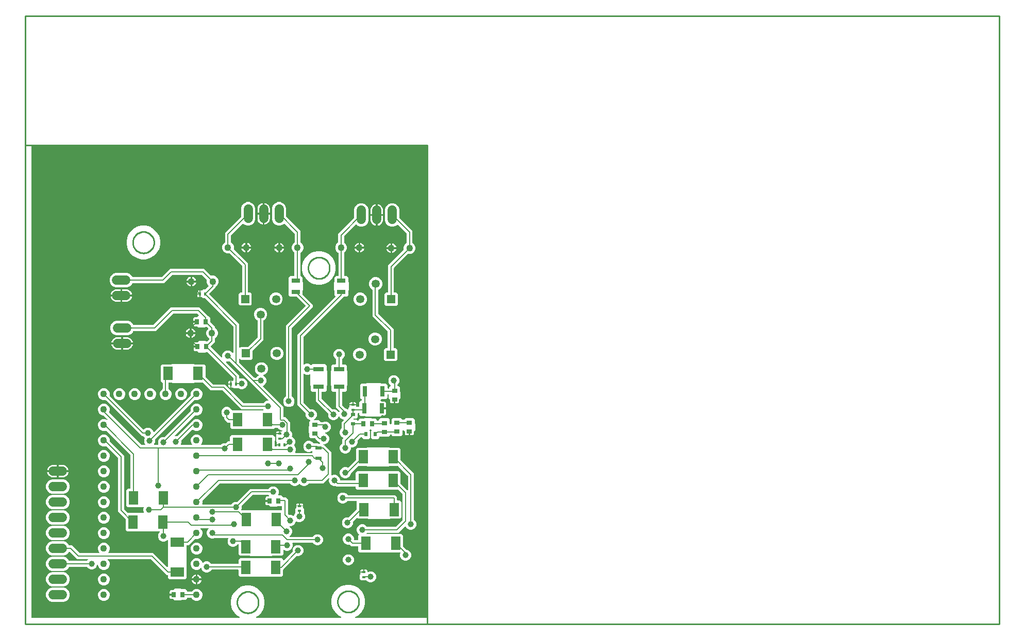
<source format=gbr>
G04 EAGLE Gerber RS-274X export*
G75*
%MOMM*%
%FSLAX34Y34*%
%LPD*%
%INTop Copper*%
%IPPOS*%
%AMOC8*
5,1,8,0,0,1.08239X$1,22.5*%
G01*
%ADD10R,0.711200X0.965200*%
%ADD11R,0.965200X0.711200*%
%ADD12R,0.330000X0.600000*%
%ADD13R,0.600000X0.330000*%
%ADD14R,0.803200X1.750000*%
%ADD15R,1.600200X2.209800*%
%ADD16R,0.500000X0.800000*%
%ADD17R,0.800000X0.500000*%
%ADD18C,1.108000*%
%ADD19R,1.450000X0.803200*%
%ADD20R,1.750000X0.803200*%
%ADD21R,1.346200X1.346200*%
%ADD22C,1.346200*%
%ADD23C,1.524000*%
%ADD24R,1.000000X0.553200*%
%ADD25R,2.209800X1.600200*%
%ADD26C,1.006400*%
%ADD27C,0.152400*%
%ADD28C,0.254000*%

G36*
X351638Y10168D02*
X351638Y10168D01*
X351686Y10167D01*
X351758Y10188D01*
X351833Y10200D01*
X351875Y10223D01*
X351921Y10237D01*
X351984Y10280D01*
X352050Y10316D01*
X352083Y10350D01*
X352123Y10378D01*
X352168Y10439D01*
X352220Y10494D01*
X352240Y10537D01*
X352268Y10576D01*
X352292Y10648D01*
X352323Y10717D01*
X352329Y10765D01*
X352343Y10810D01*
X352342Y10886D01*
X352351Y10961D01*
X352340Y11008D01*
X352340Y11056D01*
X352314Y11128D01*
X352298Y11202D01*
X352274Y11243D01*
X352258Y11288D01*
X352211Y11348D01*
X352172Y11413D01*
X352136Y11444D01*
X352106Y11482D01*
X352002Y11558D01*
X351985Y11573D01*
X351979Y11575D01*
X351971Y11581D01*
X348776Y13426D01*
X343626Y18576D01*
X339984Y24883D01*
X338099Y31918D01*
X338099Y39202D01*
X339984Y46237D01*
X343626Y52544D01*
X348776Y57694D01*
X355083Y61336D01*
X362118Y63221D01*
X369402Y63221D01*
X376437Y61336D01*
X382744Y57694D01*
X387894Y52544D01*
X391536Y46237D01*
X393421Y39202D01*
X393421Y31918D01*
X391536Y24883D01*
X387894Y18576D01*
X382744Y13426D01*
X379549Y11581D01*
X379512Y11551D01*
X379470Y11528D01*
X379417Y11474D01*
X379359Y11425D01*
X379333Y11385D01*
X379300Y11350D01*
X379268Y11281D01*
X379228Y11217D01*
X379217Y11170D01*
X379197Y11127D01*
X379188Y11052D01*
X379170Y10978D01*
X379175Y10930D01*
X379169Y10883D01*
X379186Y10808D01*
X379192Y10733D01*
X379211Y10689D01*
X379222Y10642D01*
X379261Y10577D01*
X379291Y10508D01*
X379323Y10472D01*
X379348Y10431D01*
X379405Y10382D01*
X379456Y10326D01*
X379498Y10302D01*
X379535Y10271D01*
X379605Y10243D01*
X379671Y10206D01*
X379718Y10197D01*
X379763Y10179D01*
X379891Y10165D01*
X379913Y10161D01*
X379920Y10162D01*
X379930Y10161D01*
X518890Y10161D01*
X518937Y10168D01*
X518985Y10167D01*
X519058Y10188D01*
X519133Y10200D01*
X519175Y10223D01*
X519221Y10237D01*
X519283Y10280D01*
X519350Y10316D01*
X519383Y10350D01*
X519422Y10378D01*
X519467Y10439D01*
X519520Y10494D01*
X519540Y10537D01*
X519568Y10576D01*
X519591Y10648D01*
X519623Y10717D01*
X519628Y10765D01*
X519643Y10810D01*
X519642Y10886D01*
X519650Y10961D01*
X519640Y11008D01*
X519639Y11056D01*
X519614Y11128D01*
X519598Y11202D01*
X519573Y11243D01*
X519557Y11288D01*
X519511Y11348D01*
X519472Y11413D01*
X519435Y11444D01*
X519406Y11482D01*
X519302Y11558D01*
X519285Y11573D01*
X519279Y11575D01*
X519271Y11581D01*
X513876Y14696D01*
X508726Y19846D01*
X505084Y26153D01*
X503199Y33188D01*
X503199Y40472D01*
X505084Y47507D01*
X508726Y53814D01*
X513876Y58964D01*
X520183Y62606D01*
X527218Y64491D01*
X534502Y64491D01*
X541537Y62606D01*
X547844Y58964D01*
X552994Y53814D01*
X556636Y47507D01*
X558521Y40472D01*
X558521Y33188D01*
X556636Y26153D01*
X552994Y19846D01*
X547844Y14696D01*
X542449Y11581D01*
X542412Y11551D01*
X542370Y11528D01*
X542318Y11473D01*
X542259Y11425D01*
X542233Y11385D01*
X542200Y11350D01*
X542168Y11281D01*
X542128Y11217D01*
X542117Y11170D01*
X542097Y11127D01*
X542088Y11052D01*
X542071Y10978D01*
X542075Y10930D01*
X542070Y10883D01*
X542086Y10808D01*
X542093Y10733D01*
X542112Y10689D01*
X542122Y10642D01*
X542161Y10577D01*
X542191Y10508D01*
X542224Y10472D01*
X542248Y10431D01*
X542306Y10382D01*
X542357Y10326D01*
X542399Y10302D01*
X542435Y10271D01*
X542505Y10243D01*
X542572Y10206D01*
X542619Y10197D01*
X542663Y10179D01*
X542791Y10165D01*
X542813Y10161D01*
X542820Y10162D01*
X542830Y10161D01*
X660400Y10161D01*
X660420Y10164D01*
X660439Y10162D01*
X660541Y10184D01*
X660643Y10200D01*
X660660Y10210D01*
X660680Y10214D01*
X660769Y10267D01*
X660860Y10316D01*
X660874Y10330D01*
X660891Y10340D01*
X660958Y10419D01*
X661030Y10494D01*
X661038Y10512D01*
X661051Y10527D01*
X661090Y10623D01*
X661133Y10717D01*
X661135Y10737D01*
X661143Y10755D01*
X661161Y10922D01*
X661161Y787400D01*
X661158Y787418D01*
X661160Y787436D01*
X661160Y787437D01*
X661160Y787439D01*
X661138Y787541D01*
X661122Y787643D01*
X661112Y787660D01*
X661108Y787680D01*
X661055Y787769D01*
X661006Y787860D01*
X660992Y787874D01*
X660982Y787891D01*
X660903Y787958D01*
X660828Y788030D01*
X660810Y788038D01*
X660795Y788051D01*
X660699Y788090D01*
X660605Y788133D01*
X660585Y788135D01*
X660567Y788143D01*
X660400Y788161D01*
X10922Y788161D01*
X10902Y788158D01*
X10883Y788160D01*
X10781Y788138D01*
X10679Y788121D01*
X10662Y788112D01*
X10642Y788108D01*
X10553Y788055D01*
X10462Y788006D01*
X10448Y787992D01*
X10431Y787982D01*
X10364Y787903D01*
X10292Y787828D01*
X10284Y787810D01*
X10271Y787795D01*
X10232Y787699D01*
X10189Y787605D01*
X10187Y787585D01*
X10179Y787567D01*
X10161Y787400D01*
X10161Y10922D01*
X10164Y10902D01*
X10162Y10883D01*
X10184Y10781D01*
X10200Y10679D01*
X10210Y10662D01*
X10214Y10642D01*
X10267Y10553D01*
X10316Y10462D01*
X10330Y10448D01*
X10340Y10431D01*
X10419Y10364D01*
X10494Y10292D01*
X10512Y10284D01*
X10527Y10271D01*
X10623Y10232D01*
X10717Y10189D01*
X10737Y10187D01*
X10755Y10179D01*
X10922Y10161D01*
X351590Y10161D01*
X351638Y10168D01*
G37*
%LPC*%
G36*
X237305Y73239D02*
X237305Y73239D01*
X234924Y75620D01*
X234924Y79717D01*
X234921Y79737D01*
X234923Y79756D01*
X234901Y79858D01*
X234885Y79960D01*
X234875Y79977D01*
X234871Y79997D01*
X234818Y80086D01*
X234769Y80177D01*
X234755Y80191D01*
X234745Y80208D01*
X234666Y80275D01*
X234591Y80347D01*
X234573Y80355D01*
X234558Y80368D01*
X234462Y80407D01*
X234368Y80450D01*
X234348Y80452D01*
X234330Y80460D01*
X234163Y80478D01*
X232799Y80478D01*
X206567Y106710D01*
X206493Y106763D01*
X206423Y106823D01*
X206393Y106835D01*
X206367Y106854D01*
X206280Y106881D01*
X206195Y106915D01*
X206154Y106919D01*
X206132Y106926D01*
X206100Y106925D01*
X206028Y106933D01*
X136370Y106933D01*
X136300Y106922D01*
X136228Y106920D01*
X136179Y106902D01*
X136128Y106894D01*
X136064Y106860D01*
X135997Y106835D01*
X135956Y106803D01*
X135910Y106778D01*
X135861Y106726D01*
X135805Y106682D01*
X135777Y106638D01*
X135741Y106600D01*
X135711Y106535D01*
X135672Y106475D01*
X135659Y106424D01*
X135637Y106377D01*
X135629Y106306D01*
X135612Y106236D01*
X135616Y106184D01*
X135610Y106133D01*
X135625Y106062D01*
X135631Y105991D01*
X135651Y105943D01*
X135662Y105892D01*
X135699Y105831D01*
X135727Y105765D01*
X135772Y105709D01*
X135789Y105681D01*
X135806Y105666D01*
X135832Y105634D01*
X137262Y104204D01*
X138724Y100674D01*
X138724Y96853D01*
X137262Y93322D01*
X134560Y90621D01*
X131030Y89158D01*
X127209Y89158D01*
X123679Y90621D01*
X120977Y93322D01*
X119537Y96800D01*
X119499Y96861D01*
X119470Y96926D01*
X119435Y96965D01*
X119407Y97009D01*
X119352Y97055D01*
X119303Y97108D01*
X119258Y97133D01*
X119218Y97166D01*
X119151Y97192D01*
X119088Y97226D01*
X119037Y97235D01*
X118988Y97254D01*
X118916Y97257D01*
X118846Y97270D01*
X118794Y97262D01*
X118742Y97264D01*
X118673Y97244D01*
X118602Y97234D01*
X118556Y97210D01*
X118506Y97196D01*
X118447Y97155D01*
X118383Y97123D01*
X118347Y97085D01*
X118304Y97056D01*
X118261Y96998D01*
X118211Y96947D01*
X118176Y96884D01*
X118157Y96858D01*
X118150Y96836D01*
X118130Y96800D01*
X116932Y93907D01*
X114373Y91348D01*
X111029Y89963D01*
X107411Y89963D01*
X104067Y91348D01*
X101405Y94010D01*
X101331Y94063D01*
X101262Y94123D01*
X101231Y94135D01*
X101205Y94154D01*
X101118Y94181D01*
X101033Y94215D01*
X100992Y94219D01*
X100970Y94226D01*
X100938Y94225D01*
X100867Y94233D01*
X72578Y94233D01*
X72463Y94214D01*
X72347Y94197D01*
X72341Y94195D01*
X72335Y94194D01*
X72233Y94139D01*
X72128Y94086D01*
X72123Y94081D01*
X72118Y94078D01*
X72038Y93994D01*
X71956Y93910D01*
X71952Y93904D01*
X71949Y93900D01*
X71941Y93883D01*
X71875Y93763D01*
X71234Y92216D01*
X67947Y88929D01*
X63652Y87150D01*
X43764Y87150D01*
X39469Y88929D01*
X36182Y92216D01*
X34403Y96511D01*
X34403Y101159D01*
X36182Y105454D01*
X39469Y108741D01*
X43764Y110520D01*
X63652Y110520D01*
X67947Y108741D01*
X71234Y105454D01*
X71688Y104357D01*
X71750Y104257D01*
X71810Y104157D01*
X71815Y104153D01*
X71818Y104148D01*
X71908Y104073D01*
X71997Y103997D01*
X72003Y103995D01*
X72007Y103991D01*
X72116Y103949D01*
X72225Y103905D01*
X72232Y103904D01*
X72237Y103903D01*
X72255Y103902D01*
X72392Y103887D01*
X100867Y103887D01*
X100957Y103901D01*
X101048Y103909D01*
X101077Y103921D01*
X101109Y103926D01*
X101190Y103969D01*
X101274Y104005D01*
X101306Y104031D01*
X101327Y104042D01*
X101349Y104065D01*
X101405Y104110D01*
X102929Y105634D01*
X102971Y105692D01*
X103020Y105744D01*
X103042Y105791D01*
X103073Y105833D01*
X103094Y105902D01*
X103124Y105967D01*
X103130Y106019D01*
X103145Y106069D01*
X103143Y106140D01*
X103151Y106211D01*
X103140Y106262D01*
X103139Y106314D01*
X103114Y106382D01*
X103099Y106452D01*
X103072Y106497D01*
X103054Y106545D01*
X103009Y106601D01*
X102973Y106663D01*
X102933Y106697D01*
X102900Y106737D01*
X102840Y106776D01*
X102786Y106823D01*
X102737Y106842D01*
X102693Y106870D01*
X102624Y106888D01*
X102557Y106915D01*
X102486Y106923D01*
X102455Y106931D01*
X102432Y106929D01*
X102391Y106933D01*
X85631Y106933D01*
X73154Y119410D01*
X73080Y119463D01*
X73010Y119523D01*
X72980Y119535D01*
X72954Y119554D01*
X72867Y119581D01*
X72782Y119615D01*
X72741Y119619D01*
X72719Y119626D01*
X72687Y119625D01*
X72615Y119633D01*
X72578Y119633D01*
X72500Y119621D01*
X72473Y119620D01*
X72455Y119613D01*
X72347Y119597D01*
X72341Y119595D01*
X72335Y119594D01*
X72233Y119539D01*
X72128Y119486D01*
X72123Y119481D01*
X72118Y119478D01*
X72038Y119394D01*
X71956Y119310D01*
X71952Y119304D01*
X71949Y119300D01*
X71941Y119283D01*
X71875Y119163D01*
X71234Y117616D01*
X67947Y114329D01*
X63652Y112550D01*
X43764Y112550D01*
X39469Y114329D01*
X36182Y117616D01*
X34403Y121911D01*
X34403Y126559D01*
X36182Y130854D01*
X39469Y134141D01*
X43764Y135920D01*
X63652Y135920D01*
X67947Y134141D01*
X71234Y130854D01*
X71688Y129757D01*
X71750Y129657D01*
X71810Y129557D01*
X71815Y129553D01*
X71818Y129548D01*
X71909Y129472D01*
X71997Y129397D01*
X72003Y129395D01*
X72007Y129391D01*
X72116Y129349D01*
X72225Y129305D01*
X72232Y129304D01*
X72237Y129303D01*
X72255Y129302D01*
X72392Y129287D01*
X76929Y129287D01*
X89406Y116810D01*
X89480Y116757D01*
X89550Y116697D01*
X89580Y116685D01*
X89606Y116666D01*
X89693Y116639D01*
X89778Y116605D01*
X89819Y116601D01*
X89841Y116594D01*
X89873Y116595D01*
X89945Y116587D01*
X121275Y116587D01*
X121346Y116598D01*
X121417Y116600D01*
X121466Y116618D01*
X121518Y116626D01*
X121581Y116660D01*
X121648Y116685D01*
X121689Y116717D01*
X121735Y116742D01*
X121784Y116794D01*
X121840Y116838D01*
X121869Y116882D01*
X121905Y116920D01*
X121935Y116985D01*
X121973Y117045D01*
X121986Y117096D01*
X122008Y117143D01*
X122016Y117214D01*
X122034Y117284D01*
X122029Y117336D01*
X122035Y117387D01*
X122020Y117458D01*
X122014Y117529D01*
X121994Y117577D01*
X121983Y117628D01*
X121946Y117689D01*
X121918Y117755D01*
X121873Y117811D01*
X121857Y117839D01*
X121839Y117854D01*
X121813Y117886D01*
X120977Y118722D01*
X119515Y122253D01*
X119515Y126074D01*
X120977Y129604D01*
X123679Y132306D01*
X127209Y133768D01*
X131030Y133768D01*
X134560Y132306D01*
X137262Y129604D01*
X138724Y126074D01*
X138724Y122253D01*
X137262Y118722D01*
X136426Y117886D01*
X136384Y117828D01*
X136335Y117776D01*
X136313Y117729D01*
X136282Y117687D01*
X136261Y117618D01*
X136231Y117553D01*
X136225Y117501D01*
X136210Y117451D01*
X136212Y117380D01*
X136204Y117309D01*
X136215Y117258D01*
X136216Y117206D01*
X136241Y117138D01*
X136256Y117068D01*
X136283Y117023D01*
X136301Y116975D01*
X136346Y116919D01*
X136383Y116857D01*
X136422Y116823D01*
X136455Y116783D01*
X136515Y116744D01*
X136569Y116697D01*
X136618Y116678D01*
X136662Y116650D01*
X136731Y116632D01*
X136798Y116605D01*
X136869Y116597D01*
X136900Y116589D01*
X136923Y116591D01*
X136964Y116587D01*
X210342Y116587D01*
X213393Y113536D01*
X233371Y93558D01*
X233429Y93516D01*
X233481Y93467D01*
X233528Y93445D01*
X233570Y93415D01*
X233639Y93394D01*
X233704Y93363D01*
X233756Y93358D01*
X233806Y93342D01*
X233877Y93344D01*
X233948Y93336D01*
X233999Y93347D01*
X234051Y93349D01*
X234119Y93373D01*
X234189Y93389D01*
X234234Y93415D01*
X234282Y93433D01*
X234338Y93478D01*
X234400Y93515D01*
X234434Y93554D01*
X234474Y93587D01*
X234513Y93647D01*
X234560Y93702D01*
X234579Y93750D01*
X234607Y93794D01*
X234625Y93863D01*
X234652Y93930D01*
X234660Y94001D01*
X234668Y94032D01*
X234666Y94056D01*
X234670Y94097D01*
X234670Y128071D01*
X234701Y128102D01*
X234754Y128176D01*
X234814Y128246D01*
X234826Y128276D01*
X234845Y128302D01*
X234872Y128389D01*
X234906Y128474D01*
X234910Y128515D01*
X234917Y128537D01*
X234916Y128569D01*
X234924Y128641D01*
X234924Y137672D01*
X234913Y137742D01*
X234911Y137814D01*
X234893Y137863D01*
X234885Y137914D01*
X234851Y137978D01*
X234826Y138045D01*
X234794Y138086D01*
X234769Y138132D01*
X234717Y138181D01*
X234673Y138237D01*
X234629Y138265D01*
X234591Y138301D01*
X234526Y138331D01*
X234466Y138370D01*
X234415Y138383D01*
X234368Y138405D01*
X234297Y138413D01*
X234227Y138430D01*
X234175Y138426D01*
X234124Y138432D01*
X234053Y138417D01*
X233982Y138411D01*
X233934Y138391D01*
X233883Y138380D01*
X233822Y138343D01*
X233756Y138315D01*
X233700Y138270D01*
X233672Y138254D01*
X233657Y138236D01*
X233625Y138210D01*
X232483Y137068D01*
X229139Y135683D01*
X225521Y135683D01*
X222177Y137068D01*
X219618Y139627D01*
X218233Y142971D01*
X218233Y146589D01*
X219618Y149933D01*
X220658Y150973D01*
X220700Y151031D01*
X220749Y151083D01*
X220771Y151130D01*
X220802Y151172D01*
X220823Y151241D01*
X220853Y151306D01*
X220859Y151358D01*
X220874Y151408D01*
X220872Y151479D01*
X220880Y151550D01*
X220869Y151601D01*
X220868Y151653D01*
X220843Y151721D01*
X220828Y151791D01*
X220801Y151836D01*
X220783Y151884D01*
X220738Y151940D01*
X220702Y152002D01*
X220662Y152036D01*
X220629Y152076D01*
X220569Y152115D01*
X220515Y152162D01*
X220466Y152181D01*
X220422Y152209D01*
X220353Y152227D01*
X220286Y152254D01*
X220215Y152262D01*
X220184Y152270D01*
X220161Y152268D01*
X220120Y152272D01*
X183802Y152272D01*
X183771Y152303D01*
X183697Y152356D01*
X183627Y152416D01*
X183597Y152428D01*
X183571Y152447D01*
X183484Y152474D01*
X183399Y152508D01*
X183358Y152512D01*
X183336Y152519D01*
X183304Y152518D01*
X183232Y152526D01*
X167607Y152526D01*
X165226Y154907D01*
X165226Y171802D01*
X165212Y171892D01*
X165204Y171983D01*
X165192Y172013D01*
X165187Y172045D01*
X165144Y172126D01*
X165108Y172210D01*
X165082Y172242D01*
X165071Y172263D01*
X165048Y172285D01*
X165003Y172341D01*
X152653Y184691D01*
X152653Y272558D01*
X152639Y272648D01*
X152631Y272739D01*
X152619Y272769D01*
X152614Y272801D01*
X152571Y272882D01*
X152535Y272965D01*
X152509Y272998D01*
X152498Y273018D01*
X152475Y273040D01*
X152430Y273096D01*
X132902Y292625D01*
X132807Y292693D01*
X132713Y292763D01*
X132707Y292765D01*
X132702Y292768D01*
X132591Y292803D01*
X132479Y292839D01*
X132473Y292839D01*
X132467Y292841D01*
X132350Y292838D01*
X132233Y292837D01*
X132226Y292835D01*
X132221Y292834D01*
X132204Y292828D01*
X132072Y292790D01*
X131030Y292358D01*
X127209Y292358D01*
X123679Y293821D01*
X120977Y296522D01*
X119515Y300053D01*
X119515Y303874D01*
X120977Y307404D01*
X123679Y310106D01*
X127209Y311568D01*
X131030Y311568D01*
X134560Y310106D01*
X137262Y307404D01*
X138724Y303874D01*
X138724Y300770D01*
X138739Y300680D01*
X138746Y300589D01*
X138759Y300559D01*
X138764Y300527D01*
X138807Y300446D01*
X138843Y300362D01*
X138868Y300330D01*
X138879Y300310D01*
X138903Y300287D01*
X138947Y300231D01*
X162307Y276872D01*
X162307Y189005D01*
X162321Y188915D01*
X162329Y188824D01*
X162341Y188794D01*
X162346Y188762D01*
X162389Y188681D01*
X162425Y188597D01*
X162451Y188565D01*
X162462Y188545D01*
X162485Y188522D01*
X162530Y188466D01*
X168019Y182977D01*
X168093Y182924D01*
X168163Y182864D01*
X168193Y182852D01*
X168219Y182833D01*
X168306Y182806D01*
X168391Y182772D01*
X168432Y182768D01*
X168454Y182761D01*
X168486Y182762D01*
X168558Y182754D01*
X183232Y182754D01*
X183322Y182768D01*
X183413Y182776D01*
X183443Y182788D01*
X183475Y182793D01*
X183556Y182836D01*
X183640Y182872D01*
X183672Y182898D01*
X183692Y182909D01*
X183715Y182932D01*
X183771Y182977D01*
X183802Y183008D01*
X194266Y183008D01*
X194311Y183015D01*
X194357Y183013D01*
X194432Y183035D01*
X194509Y183047D01*
X194549Y183069D01*
X194593Y183082D01*
X194657Y183126D01*
X194726Y183163D01*
X194757Y183196D01*
X194795Y183222D01*
X194842Y183285D01*
X194895Y183341D01*
X194915Y183383D01*
X194942Y183419D01*
X194966Y183493D01*
X194999Y183564D01*
X195004Y183610D01*
X195018Y183653D01*
X195017Y183731D01*
X195026Y183808D01*
X195016Y183853D01*
X195016Y183899D01*
X194978Y184031D01*
X194974Y184049D01*
X194971Y184053D01*
X194969Y184060D01*
X194103Y186151D01*
X194103Y189769D01*
X194610Y190994D01*
X194621Y191038D01*
X194640Y191080D01*
X194649Y191157D01*
X194667Y191233D01*
X194662Y191279D01*
X194667Y191324D01*
X194651Y191401D01*
X194643Y191478D01*
X194625Y191520D01*
X194615Y191565D01*
X194575Y191632D01*
X194543Y191703D01*
X194512Y191737D01*
X194489Y191776D01*
X194430Y191827D01*
X194377Y191884D01*
X194337Y191906D01*
X194302Y191936D01*
X194230Y191965D01*
X194162Y192002D01*
X194116Y192011D01*
X194074Y192028D01*
X193938Y192043D01*
X193919Y192046D01*
X193915Y192045D01*
X193907Y192046D01*
X184613Y192046D01*
X184582Y192077D01*
X184508Y192130D01*
X184438Y192190D01*
X184408Y192202D01*
X184382Y192221D01*
X184295Y192248D01*
X184210Y192282D01*
X184169Y192286D01*
X184147Y192293D01*
X184115Y192292D01*
X184043Y192300D01*
X168418Y192300D01*
X166037Y194681D01*
X166037Y220147D01*
X168418Y222528D01*
X172515Y222528D01*
X172535Y222531D01*
X172554Y222529D01*
X172656Y222551D01*
X172758Y222567D01*
X172775Y222577D01*
X172795Y222581D01*
X172884Y222634D01*
X172975Y222683D01*
X172989Y222697D01*
X173006Y222707D01*
X173073Y222786D01*
X173145Y222861D01*
X173153Y222879D01*
X173166Y222894D01*
X173205Y222990D01*
X173248Y223084D01*
X173250Y223104D01*
X173258Y223122D01*
X173276Y223289D01*
X173276Y277335D01*
X173262Y277425D01*
X173254Y277516D01*
X173242Y277546D01*
X173237Y277578D01*
X173194Y277658D01*
X173158Y277742D01*
X173132Y277774D01*
X173121Y277795D01*
X173098Y277817D01*
X173075Y277847D01*
X173072Y277850D01*
X173070Y277852D01*
X173053Y277873D01*
X132902Y318025D01*
X132808Y318092D01*
X132713Y318163D01*
X132707Y318165D01*
X132702Y318168D01*
X132591Y318203D01*
X132479Y318239D01*
X132473Y318239D01*
X132467Y318241D01*
X132350Y318238D01*
X132233Y318237D01*
X132226Y318235D01*
X132221Y318234D01*
X132204Y318228D01*
X132072Y318190D01*
X131030Y317758D01*
X127209Y317758D01*
X123679Y319221D01*
X120977Y321922D01*
X119515Y325453D01*
X119515Y329274D01*
X120977Y332804D01*
X123679Y335506D01*
X127209Y336968D01*
X131030Y336968D01*
X134265Y335628D01*
X134360Y335606D01*
X134453Y335577D01*
X134479Y335578D01*
X134504Y335572D01*
X134601Y335581D01*
X134699Y335583D01*
X134723Y335592D01*
X134749Y335595D01*
X134838Y335634D01*
X134930Y335668D01*
X134950Y335684D01*
X134974Y335695D01*
X135046Y335761D01*
X135122Y335822D01*
X135136Y335843D01*
X135155Y335861D01*
X135202Y335947D01*
X135255Y336028D01*
X135261Y336054D01*
X135274Y336077D01*
X135291Y336173D01*
X135315Y336267D01*
X135313Y336293D01*
X135317Y336319D01*
X135303Y336415D01*
X135296Y336512D01*
X135285Y336536D01*
X135282Y336562D01*
X135237Y336649D01*
X135199Y336738D01*
X135179Y336764D01*
X135170Y336781D01*
X135146Y336805D01*
X135094Y336869D01*
X129029Y342935D01*
X128955Y342989D01*
X128885Y343048D01*
X128855Y343060D01*
X128829Y343079D01*
X128742Y343106D01*
X128657Y343140D01*
X128616Y343144D01*
X128594Y343151D01*
X128562Y343150D01*
X128490Y343158D01*
X127209Y343158D01*
X123679Y344621D01*
X120977Y347322D01*
X119515Y350853D01*
X119515Y354674D01*
X120977Y358204D01*
X123679Y360906D01*
X127209Y362368D01*
X131030Y362368D01*
X134560Y360906D01*
X137262Y358204D01*
X138724Y354674D01*
X138724Y350853D01*
X137759Y348522D01*
X137732Y348408D01*
X137704Y348295D01*
X137704Y348288D01*
X137703Y348282D01*
X137714Y348166D01*
X137723Y348049D01*
X137725Y348044D01*
X137726Y348037D01*
X137774Y347930D01*
X137819Y347823D01*
X137824Y347817D01*
X137826Y347813D01*
X137839Y347799D01*
X137924Y347692D01*
X191006Y294610D01*
X191080Y294557D01*
X191150Y294497D01*
X191180Y294485D01*
X191206Y294466D01*
X191293Y294439D01*
X191378Y294405D01*
X191419Y294401D01*
X191441Y294394D01*
X191473Y294395D01*
X191545Y294387D01*
X196371Y294387D01*
X196441Y294398D01*
X196513Y294400D01*
X196562Y294418D01*
X196613Y294426D01*
X196677Y294460D01*
X196744Y294485D01*
X196785Y294517D01*
X196831Y294542D01*
X196880Y294593D01*
X196936Y294638D01*
X196964Y294682D01*
X197000Y294720D01*
X197030Y294785D01*
X197069Y294845D01*
X197082Y294896D01*
X197104Y294943D01*
X197112Y295014D01*
X197129Y295084D01*
X197125Y295136D01*
X197131Y295187D01*
X197116Y295258D01*
X197110Y295329D01*
X197090Y295377D01*
X197079Y295428D01*
X197042Y295489D01*
X197014Y295555D01*
X196969Y295611D01*
X196953Y295639D01*
X196935Y295654D01*
X196909Y295686D01*
X196758Y295837D01*
X195373Y299181D01*
X195373Y302799D01*
X196521Y305570D01*
X196547Y305683D01*
X196576Y305797D01*
X196576Y305803D01*
X196577Y305809D01*
X196566Y305926D01*
X196557Y306042D01*
X196554Y306048D01*
X196554Y306054D01*
X196506Y306161D01*
X196461Y306269D01*
X196456Y306274D01*
X196454Y306279D01*
X196441Y306293D01*
X196356Y306399D01*
X194115Y308640D01*
X194041Y308693D01*
X193972Y308753D01*
X193941Y308765D01*
X193915Y308784D01*
X193828Y308811D01*
X193743Y308845D01*
X193702Y308849D01*
X193680Y308856D01*
X193648Y308855D01*
X193577Y308863D01*
X191593Y308863D01*
X188543Y311914D01*
X132004Y368453D01*
X131909Y368521D01*
X131815Y368591D01*
X131809Y368593D01*
X131804Y368596D01*
X131693Y368631D01*
X131581Y368667D01*
X131575Y368667D01*
X131569Y368669D01*
X131452Y368666D01*
X131335Y368665D01*
X131328Y368663D01*
X131323Y368662D01*
X131306Y368656D01*
X131174Y368618D01*
X131030Y368558D01*
X127209Y368558D01*
X123679Y370021D01*
X120977Y372722D01*
X119515Y376253D01*
X119515Y380074D01*
X120977Y383604D01*
X123679Y386306D01*
X127209Y387768D01*
X131030Y387768D01*
X134560Y386306D01*
X137262Y383604D01*
X138724Y380074D01*
X138724Y376253D01*
X138665Y376109D01*
X138638Y375996D01*
X138610Y375881D01*
X138610Y375875D01*
X138609Y375869D01*
X138620Y375753D01*
X138629Y375636D01*
X138631Y375631D01*
X138632Y375624D01*
X138680Y375516D01*
X138725Y375410D01*
X138730Y375404D01*
X138732Y375399D01*
X138745Y375385D01*
X138830Y375279D01*
X194204Y319905D01*
X194220Y319893D01*
X194232Y319878D01*
X194320Y319822D01*
X194403Y319761D01*
X194422Y319756D01*
X194439Y319745D01*
X194540Y319720D01*
X194639Y319689D01*
X194658Y319690D01*
X194678Y319685D01*
X194781Y319693D01*
X194884Y319695D01*
X194903Y319702D01*
X194923Y319704D01*
X195018Y319744D01*
X195115Y319780D01*
X195131Y319792D01*
X195149Y319800D01*
X195280Y319905D01*
X196777Y321402D01*
X200121Y322787D01*
X203739Y322787D01*
X207083Y321402D01*
X209642Y318843D01*
X210921Y315755D01*
X210945Y315716D01*
X210961Y315673D01*
X211009Y315612D01*
X211050Y315546D01*
X211086Y315517D01*
X211114Y315481D01*
X211180Y315439D01*
X211240Y315389D01*
X211283Y315373D01*
X211321Y315348D01*
X211397Y315329D01*
X211469Y315301D01*
X211515Y315299D01*
X211560Y315288D01*
X211637Y315294D01*
X211715Y315291D01*
X211759Y315304D01*
X211805Y315307D01*
X211877Y315338D01*
X211951Y315359D01*
X211989Y315386D01*
X212031Y315404D01*
X212138Y315489D01*
X212153Y315500D01*
X212156Y315504D01*
X212162Y315508D01*
X271846Y375192D01*
X271914Y375287D01*
X271984Y375380D01*
X271986Y375386D01*
X271989Y375391D01*
X272024Y375503D01*
X272060Y375614D01*
X272060Y375621D01*
X272062Y375627D01*
X272059Y375743D01*
X272057Y375860D01*
X272055Y375867D01*
X272055Y375872D01*
X272049Y375890D01*
X272011Y376021D01*
X271915Y376253D01*
X271915Y380074D01*
X273377Y383604D01*
X276079Y386306D01*
X279609Y387768D01*
X283430Y387768D01*
X286960Y386306D01*
X289662Y383604D01*
X291124Y380074D01*
X291124Y376253D01*
X289662Y372722D01*
X286960Y370021D01*
X283430Y368558D01*
X279609Y368558D01*
X279553Y368582D01*
X279439Y368609D01*
X279325Y368637D01*
X279319Y368637D01*
X279313Y368638D01*
X279196Y368627D01*
X279080Y368618D01*
X279074Y368616D01*
X279068Y368615D01*
X278960Y368567D01*
X278854Y368522D01*
X278848Y368517D01*
X278843Y368515D01*
X278830Y368502D01*
X278723Y368417D01*
X213790Y303484D01*
X213737Y303410D01*
X213677Y303340D01*
X213665Y303310D01*
X213646Y303284D01*
X213619Y303197D01*
X213585Y303112D01*
X213581Y303071D01*
X213574Y303049D01*
X213575Y303017D01*
X213567Y302945D01*
X213567Y299181D01*
X212182Y295837D01*
X212031Y295686D01*
X211989Y295628D01*
X211940Y295576D01*
X211918Y295529D01*
X211887Y295487D01*
X211866Y295418D01*
X211836Y295353D01*
X211830Y295301D01*
X211815Y295251D01*
X211817Y295180D01*
X211809Y295109D01*
X211820Y295058D01*
X211821Y295006D01*
X211846Y294938D01*
X211861Y294868D01*
X211888Y294823D01*
X211906Y294775D01*
X211951Y294719D01*
X211987Y294657D01*
X212027Y294623D01*
X212060Y294583D01*
X212120Y294544D01*
X212174Y294497D01*
X212223Y294478D01*
X212266Y294450D01*
X212336Y294432D01*
X212403Y294405D01*
X212474Y294397D01*
X212505Y294389D01*
X212528Y294391D01*
X212569Y294387D01*
X218028Y294387D01*
X218073Y294394D01*
X218119Y294392D01*
X218194Y294414D01*
X218270Y294426D01*
X218311Y294448D01*
X218355Y294461D01*
X218419Y294505D01*
X218488Y294542D01*
X218519Y294575D01*
X218557Y294601D01*
X218603Y294663D01*
X218657Y294720D01*
X218676Y294762D01*
X218704Y294798D01*
X218728Y294872D01*
X218761Y294943D01*
X218766Y294989D01*
X218780Y295032D01*
X218779Y295110D01*
X218788Y295187D01*
X218778Y295232D01*
X218778Y295278D01*
X218739Y295410D01*
X218736Y295428D01*
X218733Y295432D01*
X218731Y295439D01*
X218233Y296641D01*
X218233Y300259D01*
X219618Y303603D01*
X222177Y306162D01*
X225521Y307547D01*
X229162Y307547D01*
X229252Y307561D01*
X229343Y307569D01*
X229373Y307581D01*
X229405Y307586D01*
X229485Y307629D01*
X229569Y307665D01*
X229601Y307691D01*
X229622Y307702D01*
X229644Y307725D01*
X229700Y307770D01*
X271810Y349879D01*
X271877Y349973D01*
X271947Y350068D01*
X271949Y350074D01*
X271953Y350079D01*
X271987Y350190D01*
X272024Y350302D01*
X272024Y350308D01*
X272025Y350314D01*
X272022Y350431D01*
X272022Y350476D01*
X272022Y350479D01*
X272022Y350480D01*
X272021Y350547D01*
X272019Y350555D01*
X272019Y350560D01*
X272013Y350577D01*
X271975Y350709D01*
X271915Y350853D01*
X271915Y354674D01*
X273377Y358204D01*
X276079Y360906D01*
X279609Y362368D01*
X283430Y362368D01*
X286960Y360906D01*
X289662Y358204D01*
X291124Y354674D01*
X291124Y350853D01*
X289662Y347322D01*
X286960Y344621D01*
X283430Y343158D01*
X279609Y343158D01*
X279465Y343218D01*
X279352Y343245D01*
X279238Y343273D01*
X279232Y343273D01*
X279226Y343274D01*
X279109Y343263D01*
X278993Y343254D01*
X278987Y343252D01*
X278981Y343251D01*
X278874Y343203D01*
X278767Y343158D01*
X278761Y343153D01*
X278756Y343151D01*
X278742Y343138D01*
X278636Y343053D01*
X245699Y310116D01*
X245657Y310058D01*
X245608Y310006D01*
X245586Y309959D01*
X245555Y309917D01*
X245534Y309848D01*
X245504Y309783D01*
X245498Y309731D01*
X245483Y309681D01*
X245485Y309610D01*
X245477Y309539D01*
X245488Y309488D01*
X245489Y309436D01*
X245514Y309368D01*
X245529Y309298D01*
X245556Y309254D01*
X245574Y309205D01*
X245619Y309149D01*
X245655Y309087D01*
X245695Y309053D01*
X245728Y309013D01*
X245788Y308974D01*
X245842Y308927D01*
X245891Y308908D01*
X245934Y308880D01*
X246004Y308862D01*
X246071Y308835D01*
X246142Y308827D01*
X246173Y308819D01*
X246196Y308821D01*
X246237Y308817D01*
X249605Y308817D01*
X249695Y308831D01*
X249786Y308839D01*
X249816Y308851D01*
X249848Y308856D01*
X249929Y308899D01*
X250013Y308935D01*
X250045Y308961D01*
X250065Y308972D01*
X250088Y308995D01*
X250144Y309040D01*
X272895Y331791D01*
X272933Y331844D01*
X272979Y331891D01*
X273019Y331964D01*
X273039Y331991D01*
X273044Y332009D01*
X273060Y332038D01*
X273377Y332804D01*
X276079Y335506D01*
X279609Y336968D01*
X283430Y336968D01*
X286960Y335506D01*
X289662Y332804D01*
X291124Y329274D01*
X291124Y325453D01*
X289662Y321922D01*
X286960Y319221D01*
X283430Y317758D01*
X279609Y317758D01*
X276079Y319221D01*
X275566Y319733D01*
X275550Y319745D01*
X275537Y319761D01*
X275450Y319817D01*
X275366Y319877D01*
X275347Y319883D01*
X275331Y319894D01*
X275230Y319919D01*
X275131Y319949D01*
X275111Y319949D01*
X275092Y319954D01*
X274989Y319946D01*
X274885Y319943D01*
X274867Y319936D01*
X274847Y319935D01*
X274752Y319894D01*
X274654Y319859D01*
X274639Y319846D01*
X274620Y319838D01*
X274490Y319733D01*
X256970Y302214D01*
X256917Y302140D01*
X256857Y302070D01*
X256845Y302040D01*
X256826Y302014D01*
X256799Y301927D01*
X256765Y301842D01*
X256761Y301801D01*
X256754Y301779D01*
X256755Y301747D01*
X256747Y301675D01*
X256747Y297911D01*
X255723Y295439D01*
X255713Y295395D01*
X255693Y295353D01*
X255685Y295276D01*
X255667Y295200D01*
X255671Y295154D01*
X255666Y295109D01*
X255683Y295032D01*
X255690Y294955D01*
X255709Y294913D01*
X255718Y294868D01*
X255758Y294801D01*
X255790Y294730D01*
X255821Y294696D01*
X255845Y294657D01*
X255904Y294606D01*
X255956Y294549D01*
X255997Y294527D01*
X256032Y294497D01*
X256104Y294468D01*
X256172Y294431D01*
X256217Y294422D01*
X256260Y294405D01*
X256396Y294390D01*
X256414Y294387D01*
X256419Y294388D01*
X256426Y294387D01*
X273675Y294387D01*
X273746Y294398D01*
X273817Y294400D01*
X273866Y294418D01*
X273918Y294426D01*
X273981Y294460D01*
X274048Y294485D01*
X274089Y294517D01*
X274135Y294542D01*
X274184Y294594D01*
X274240Y294638D01*
X274269Y294682D01*
X274305Y294720D01*
X274335Y294785D01*
X274373Y294845D01*
X274386Y294896D01*
X274408Y294943D01*
X274416Y295014D01*
X274434Y295084D01*
X274429Y295136D01*
X274435Y295187D01*
X274420Y295258D01*
X274414Y295329D01*
X274394Y295377D01*
X274383Y295428D01*
X274346Y295489D01*
X274318Y295555D01*
X274273Y295611D01*
X274257Y295639D01*
X274239Y295654D01*
X274213Y295686D01*
X273377Y296522D01*
X271915Y300053D01*
X271915Y303874D01*
X273377Y307404D01*
X276079Y310106D01*
X279609Y311568D01*
X283430Y311568D01*
X286960Y310106D01*
X289662Y307404D01*
X291124Y303874D01*
X291124Y300053D01*
X289662Y296522D01*
X288826Y295686D01*
X288784Y295628D01*
X288735Y295576D01*
X288713Y295529D01*
X288682Y295487D01*
X288661Y295418D01*
X288631Y295353D01*
X288625Y295301D01*
X288610Y295251D01*
X288612Y295180D01*
X288604Y295109D01*
X288615Y295058D01*
X288616Y295006D01*
X288641Y294938D01*
X288656Y294868D01*
X288683Y294823D01*
X288701Y294775D01*
X288746Y294719D01*
X288783Y294657D01*
X288822Y294623D01*
X288855Y294583D01*
X288915Y294544D01*
X288969Y294497D01*
X289018Y294478D01*
X289062Y294450D01*
X289131Y294432D01*
X289198Y294405D01*
X289269Y294397D01*
X289300Y294389D01*
X289323Y294391D01*
X289364Y294387D01*
X320577Y294387D01*
X320667Y294401D01*
X320758Y294409D01*
X320787Y294421D01*
X320819Y294426D01*
X320900Y294469D01*
X320984Y294505D01*
X321016Y294531D01*
X321037Y294542D01*
X321059Y294565D01*
X321115Y294610D01*
X322507Y296002D01*
X325851Y297387D01*
X329615Y297387D01*
X329706Y297401D01*
X329796Y297409D01*
X329826Y297421D01*
X329858Y297426D01*
X329939Y297469D01*
X330023Y297505D01*
X330055Y297531D01*
X330076Y297542D01*
X330098Y297565D01*
X330154Y297610D01*
X332668Y300124D01*
X335818Y300124D01*
X335838Y300127D01*
X335858Y300125D01*
X335959Y300147D01*
X336061Y300164D01*
X336079Y300173D01*
X336098Y300177D01*
X336187Y300231D01*
X336278Y300279D01*
X336292Y300293D01*
X336309Y300304D01*
X336376Y300382D01*
X336448Y300457D01*
X336456Y300475D01*
X336469Y300490D01*
X336508Y300587D01*
X336551Y300680D01*
X336554Y300700D01*
X336561Y300719D01*
X336579Y300885D01*
X336579Y308030D01*
X338961Y310411D01*
X354586Y310411D01*
X354676Y310426D01*
X354767Y310433D01*
X354796Y310446D01*
X354828Y310451D01*
X354909Y310494D01*
X354993Y310529D01*
X355025Y310555D01*
X355046Y310566D01*
X355068Y310589D01*
X355124Y310634D01*
X355155Y310665D01*
X391412Y310665D01*
X391443Y310634D01*
X391516Y310581D01*
X391586Y310522D01*
X391616Y310509D01*
X391642Y310491D01*
X391729Y310464D01*
X391814Y310430D01*
X391855Y310425D01*
X391877Y310418D01*
X391910Y310419D01*
X391981Y310411D01*
X407606Y310411D01*
X410082Y307935D01*
X410098Y307923D01*
X410111Y307908D01*
X410198Y307852D01*
X410282Y307792D01*
X410301Y307786D01*
X410317Y307775D01*
X410418Y307750D01*
X410517Y307719D01*
X410537Y307720D01*
X410556Y307715D01*
X410659Y307723D01*
X410763Y307726D01*
X410781Y307732D01*
X410801Y307734D01*
X410896Y307774D01*
X410994Y307810D01*
X411009Y307822D01*
X411027Y307830D01*
X411158Y307935D01*
X412569Y309346D01*
X412609Y309401D01*
X412656Y309449D01*
X412680Y309500D01*
X412713Y309546D01*
X412733Y309610D01*
X412762Y309671D01*
X412769Y309727D01*
X412785Y309781D01*
X412784Y309848D01*
X412792Y309915D01*
X412780Y309994D01*
X412779Y310027D01*
X412772Y310046D01*
X412766Y310081D01*
X412572Y310807D01*
X412572Y311967D01*
X418050Y311967D01*
X418069Y311970D01*
X418089Y311968D01*
X418190Y311990D01*
X418292Y312006D01*
X418310Y312016D01*
X418329Y312020D01*
X418418Y312073D01*
X418510Y312122D01*
X418523Y312136D01*
X418541Y312146D01*
X418608Y312225D01*
X418623Y312241D01*
X418636Y312248D01*
X418650Y312262D01*
X418667Y312272D01*
X418734Y312351D01*
X418805Y312426D01*
X418814Y312444D01*
X418827Y312459D01*
X418865Y312556D01*
X418909Y312649D01*
X418911Y312669D01*
X418919Y312688D01*
X418937Y312854D01*
X418937Y316982D01*
X421447Y316982D01*
X421638Y316931D01*
X421705Y316924D01*
X421771Y316908D01*
X421827Y316912D01*
X421882Y316906D01*
X421948Y316921D01*
X422016Y316927D01*
X422067Y316949D01*
X422122Y316961D01*
X422180Y316997D01*
X422242Y317023D01*
X422304Y317072D01*
X422332Y317090D01*
X422345Y317106D01*
X422373Y317128D01*
X422509Y317264D01*
X422551Y317322D01*
X422600Y317374D01*
X422622Y317421D01*
X422653Y317463D01*
X422674Y317532D01*
X422704Y317597D01*
X422710Y317649D01*
X422725Y317699D01*
X422723Y317770D01*
X422731Y317841D01*
X422720Y317892D01*
X422719Y317944D01*
X422694Y318012D01*
X422679Y318082D01*
X422652Y318126D01*
X422634Y318175D01*
X422589Y318231D01*
X422553Y318293D01*
X422513Y318327D01*
X422480Y318367D01*
X422420Y318406D01*
X422366Y318453D01*
X422317Y318472D01*
X422273Y318500D01*
X422204Y318518D01*
X422137Y318545D01*
X422066Y318553D01*
X422035Y318561D01*
X422012Y318559D01*
X421971Y318563D01*
X421101Y318563D01*
X417757Y319948D01*
X415095Y322610D01*
X415021Y322663D01*
X414952Y322723D01*
X414921Y322735D01*
X414895Y322754D01*
X414808Y322781D01*
X414723Y322815D01*
X414682Y322819D01*
X414660Y322826D01*
X414628Y322825D01*
X414557Y322833D01*
X410209Y322833D01*
X410119Y322819D01*
X410028Y322811D01*
X409998Y322799D01*
X409966Y322794D01*
X409886Y322751D01*
X409802Y322715D01*
X409770Y322689D01*
X409749Y322678D01*
X409727Y322655D01*
X409671Y322610D01*
X407917Y320856D01*
X392292Y320856D01*
X392202Y320842D01*
X392111Y320834D01*
X392081Y320822D01*
X392049Y320817D01*
X391968Y320774D01*
X391884Y320738D01*
X391852Y320712D01*
X391832Y320701D01*
X391809Y320678D01*
X391753Y320633D01*
X391722Y320602D01*
X355466Y320602D01*
X355435Y320633D01*
X355361Y320686D01*
X355291Y320746D01*
X355261Y320758D01*
X355235Y320777D01*
X355148Y320804D01*
X355063Y320838D01*
X355022Y320842D01*
X355000Y320849D01*
X354968Y320848D01*
X354896Y320856D01*
X339271Y320856D01*
X336890Y323237D01*
X336890Y330382D01*
X336887Y330402D01*
X336889Y330421D01*
X336867Y330523D01*
X336851Y330625D01*
X336841Y330642D01*
X336837Y330662D01*
X336784Y330751D01*
X336735Y330842D01*
X336721Y330856D01*
X336711Y330873D01*
X336632Y330940D01*
X336557Y331012D01*
X336539Y331020D01*
X336524Y331033D01*
X336428Y331072D01*
X336334Y331115D01*
X336314Y331117D01*
X336296Y331125D01*
X336129Y331143D01*
X332987Y331143D01*
X327750Y336380D01*
X326643Y337487D01*
X326643Y339627D01*
X326629Y339717D01*
X326621Y339808D01*
X326609Y339837D01*
X326604Y339869D01*
X326561Y339950D01*
X326525Y340034D01*
X326499Y340066D01*
X326488Y340087D01*
X326465Y340109D01*
X326420Y340165D01*
X323758Y342827D01*
X322373Y346171D01*
X322373Y349789D01*
X323758Y353133D01*
X326317Y355692D01*
X329661Y357077D01*
X333279Y357077D01*
X336623Y355692D01*
X339182Y353133D01*
X339836Y351554D01*
X339898Y351454D01*
X339957Y351354D01*
X339962Y351350D01*
X339966Y351345D01*
X340056Y351270D01*
X340144Y351194D01*
X340150Y351192D01*
X340155Y351188D01*
X340263Y351146D01*
X340373Y351102D01*
X340380Y351101D01*
X340385Y351100D01*
X340403Y351099D01*
X340539Y351084D01*
X354896Y351084D01*
X354986Y351098D01*
X355077Y351106D01*
X355107Y351118D01*
X355139Y351123D01*
X355220Y351166D01*
X355304Y351202D01*
X355336Y351228D01*
X355356Y351239D01*
X355379Y351262D01*
X355435Y351307D01*
X355466Y351338D01*
X390880Y351338D01*
X390950Y351349D01*
X391022Y351351D01*
X391071Y351369D01*
X391122Y351377D01*
X391186Y351411D01*
X391253Y351436D01*
X391294Y351468D01*
X391340Y351493D01*
X391389Y351544D01*
X391445Y351589D01*
X391473Y351633D01*
X391509Y351671D01*
X391539Y351736D01*
X391578Y351796D01*
X391591Y351847D01*
X391613Y351894D01*
X391621Y351965D01*
X391638Y352035D01*
X391634Y352087D01*
X391640Y352138D01*
X391625Y352209D01*
X391619Y352280D01*
X391599Y352328D01*
X391588Y352379D01*
X391551Y352440D01*
X391523Y352506D01*
X391478Y352562D01*
X391462Y352590D01*
X391444Y352605D01*
X391418Y352637D01*
X390965Y353090D01*
X390891Y353144D01*
X390822Y353203D01*
X390791Y353215D01*
X390765Y353234D01*
X390678Y353261D01*
X390593Y353295D01*
X390552Y353299D01*
X390530Y353306D01*
X390498Y353305D01*
X390427Y353313D01*
X354871Y353313D01*
X324183Y384001D01*
X324109Y384054D01*
X324039Y384114D01*
X324009Y384126D01*
X323983Y384145D01*
X323896Y384172D01*
X323811Y384206D01*
X323770Y384210D01*
X323748Y384217D01*
X323716Y384216D01*
X323644Y384224D01*
X304881Y384224D01*
X292531Y396574D01*
X292457Y396627D01*
X292387Y396687D01*
X292357Y396699D01*
X292331Y396718D01*
X292244Y396745D01*
X292159Y396779D01*
X292118Y396783D01*
X292096Y396790D01*
X292064Y396789D01*
X291992Y396797D01*
X278080Y396797D01*
X277990Y396783D01*
X277899Y396775D01*
X277869Y396763D01*
X277837Y396758D01*
X277756Y396715D01*
X277672Y396679D01*
X277640Y396653D01*
X277620Y396642D01*
X277597Y396619D01*
X277541Y396574D01*
X277510Y396543D01*
X241254Y396543D01*
X241223Y396574D01*
X241149Y396627D01*
X241079Y396687D01*
X241049Y396699D01*
X241023Y396718D01*
X240936Y396745D01*
X240851Y396779D01*
X240810Y396783D01*
X240788Y396790D01*
X240756Y396789D01*
X240684Y396797D01*
X236308Y396797D01*
X236288Y396794D01*
X236268Y396796D01*
X236167Y396774D01*
X236065Y396758D01*
X236047Y396748D01*
X236028Y396744D01*
X235939Y396691D01*
X235848Y396642D01*
X235834Y396628D01*
X235817Y396618D01*
X235749Y396539D01*
X235678Y396464D01*
X235670Y396446D01*
X235657Y396431D01*
X235618Y396335D01*
X235575Y396241D01*
X235572Y396221D01*
X235565Y396203D01*
X235546Y396036D01*
X235546Y387068D01*
X235565Y386953D01*
X235582Y386837D01*
X235585Y386832D01*
X235586Y386826D01*
X235641Y386723D01*
X235694Y386618D01*
X235698Y386614D01*
X235701Y386608D01*
X235785Y386528D01*
X235869Y386446D01*
X235876Y386442D01*
X235880Y386439D01*
X235896Y386431D01*
X236016Y386365D01*
X236160Y386306D01*
X238862Y383604D01*
X240324Y380074D01*
X240324Y376253D01*
X238862Y372722D01*
X236160Y370021D01*
X232630Y368558D01*
X228809Y368558D01*
X225279Y370021D01*
X222577Y372722D01*
X221115Y376253D01*
X221115Y380074D01*
X222577Y383604D01*
X225279Y386306D01*
X225423Y386365D01*
X225522Y386427D01*
X225623Y386487D01*
X225627Y386491D01*
X225632Y386495D01*
X225706Y386585D01*
X225783Y386674D01*
X225785Y386679D01*
X225789Y386684D01*
X225831Y386793D01*
X225874Y386902D01*
X225875Y386909D01*
X225877Y386914D01*
X225878Y386932D01*
X225893Y387068D01*
X225893Y396036D01*
X225890Y396056D01*
X225892Y396075D01*
X225870Y396177D01*
X225853Y396279D01*
X225844Y396296D01*
X225840Y396316D01*
X225786Y396405D01*
X225738Y396496D01*
X225724Y396510D01*
X225713Y396527D01*
X225635Y396594D01*
X225560Y396666D01*
X225542Y396674D01*
X225527Y396687D01*
X225430Y396726D01*
X225337Y396769D01*
X225317Y396771D01*
X225298Y396779D01*
X225132Y396797D01*
X225059Y396797D01*
X222678Y399178D01*
X222678Y424644D01*
X225059Y427025D01*
X240684Y427025D01*
X240774Y427039D01*
X240865Y427047D01*
X240895Y427059D01*
X240927Y427064D01*
X241008Y427107D01*
X241092Y427143D01*
X241124Y427169D01*
X241144Y427180D01*
X241167Y427203D01*
X241223Y427248D01*
X241254Y427279D01*
X277510Y427279D01*
X277541Y427248D01*
X277615Y427195D01*
X277685Y427135D01*
X277715Y427123D01*
X277741Y427104D01*
X277828Y427077D01*
X277913Y427043D01*
X277954Y427039D01*
X277976Y427032D01*
X278008Y427033D01*
X278080Y427025D01*
X293705Y427025D01*
X296086Y424644D01*
X296086Y406987D01*
X296100Y406897D01*
X296108Y406806D01*
X296120Y406776D01*
X296125Y406744D01*
X296168Y406663D01*
X296204Y406579D01*
X296230Y406547D01*
X296241Y406527D01*
X296264Y406504D01*
X296309Y406448D01*
X308656Y394101D01*
X308730Y394048D01*
X308800Y393988D01*
X308830Y393976D01*
X308856Y393957D01*
X308943Y393930D01*
X309028Y393896D01*
X309069Y393892D01*
X309091Y393885D01*
X309123Y393886D01*
X309195Y393878D01*
X327958Y393878D01*
X331009Y390827D01*
X358646Y363190D01*
X358720Y363137D01*
X358790Y363077D01*
X358820Y363065D01*
X358846Y363046D01*
X358933Y363019D01*
X359018Y362985D01*
X359059Y362981D01*
X359081Y362974D01*
X359113Y362975D01*
X359185Y362967D01*
X390427Y362967D01*
X390517Y362981D01*
X390608Y362989D01*
X390637Y363001D01*
X390669Y363006D01*
X390750Y363049D01*
X390834Y363085D01*
X390866Y363111D01*
X390887Y363122D01*
X390909Y363145D01*
X390965Y363190D01*
X393627Y365852D01*
X396971Y367237D01*
X398799Y367237D01*
X398870Y367248D01*
X398942Y367250D01*
X398991Y367268D01*
X399042Y367276D01*
X399106Y367310D01*
X399173Y367335D01*
X399214Y367367D01*
X399260Y367392D01*
X399309Y367444D01*
X399365Y367488D01*
X399393Y367532D01*
X399429Y367570D01*
X399459Y367635D01*
X399498Y367695D01*
X399511Y367746D01*
X399533Y367793D01*
X399540Y367864D01*
X399558Y367934D01*
X399554Y367986D01*
X399560Y368037D01*
X399544Y368108D01*
X399539Y368179D01*
X399518Y368227D01*
X399507Y368278D01*
X399471Y368339D01*
X399443Y368405D01*
X399398Y368461D01*
X399381Y368489D01*
X399363Y368504D01*
X399338Y368536D01*
X369600Y398274D01*
X341660Y426214D01*
X336133Y431741D01*
X336038Y431809D01*
X335945Y431879D01*
X335939Y431881D01*
X335934Y431884D01*
X335822Y431919D01*
X335711Y431955D01*
X335704Y431955D01*
X335698Y431957D01*
X335582Y431954D01*
X335465Y431952D01*
X335458Y431950D01*
X335453Y431950D01*
X335435Y431944D01*
X335304Y431906D01*
X334549Y431593D01*
X330882Y431593D01*
X330817Y431613D01*
X330791Y431613D01*
X330765Y431619D01*
X330668Y431610D01*
X330571Y431607D01*
X330546Y431598D01*
X330520Y431596D01*
X330431Y431556D01*
X330340Y431523D01*
X330320Y431506D01*
X330296Y431496D01*
X330224Y431430D01*
X330148Y431369D01*
X330134Y431347D01*
X330115Y431329D01*
X330067Y431244D01*
X330015Y431162D01*
X330008Y431137D01*
X329996Y431114D01*
X329979Y431018D01*
X329955Y430924D01*
X329957Y430898D01*
X329952Y430872D01*
X329966Y430775D01*
X329974Y430678D01*
X329984Y430654D01*
X329988Y430629D01*
X330032Y430541D01*
X330070Y430452D01*
X330090Y430427D01*
X330099Y430409D01*
X330123Y430386D01*
X330175Y430321D01*
X348486Y412010D01*
X351537Y408959D01*
X351537Y404272D01*
X351544Y404227D01*
X351542Y404181D01*
X351564Y404106D01*
X351576Y404030D01*
X351598Y403989D01*
X351611Y403945D01*
X351655Y403881D01*
X351692Y403812D01*
X351725Y403781D01*
X351751Y403743D01*
X351813Y403697D01*
X351870Y403643D01*
X351912Y403624D01*
X351948Y403596D01*
X352022Y403572D01*
X352093Y403539D01*
X352139Y403534D01*
X352182Y403520D01*
X352260Y403521D01*
X352337Y403512D01*
X352382Y403522D01*
X352428Y403522D01*
X352560Y403561D01*
X352578Y403564D01*
X352582Y403567D01*
X352589Y403569D01*
X353791Y404067D01*
X357409Y404067D01*
X360753Y402682D01*
X363312Y400123D01*
X364697Y396779D01*
X364697Y393161D01*
X363312Y389817D01*
X360753Y387258D01*
X357409Y385873D01*
X353791Y385873D01*
X350440Y387261D01*
X350427Y387276D01*
X350340Y387332D01*
X350256Y387393D01*
X350237Y387399D01*
X350220Y387409D01*
X350120Y387435D01*
X350021Y387465D01*
X350001Y387465D01*
X349982Y387469D01*
X349879Y387461D01*
X349776Y387459D01*
X349757Y387452D01*
X349737Y387450D01*
X349642Y387410D01*
X349547Y387375D01*
X342838Y387375D01*
X341317Y388897D01*
X341262Y388936D01*
X341214Y388983D01*
X341163Y389007D01*
X341117Y389040D01*
X341053Y389060D01*
X340992Y389089D01*
X340936Y389096D01*
X340882Y389112D01*
X340815Y389111D01*
X340748Y389119D01*
X340669Y389107D01*
X340636Y389106D01*
X340617Y389099D01*
X340582Y389094D01*
X339856Y388899D01*
X338696Y388899D01*
X338696Y394377D01*
X338693Y394396D01*
X338695Y394416D01*
X338690Y394442D01*
X338696Y394503D01*
X338696Y399981D01*
X339856Y399981D01*
X340582Y399786D01*
X340649Y399780D01*
X340715Y399763D01*
X340771Y399768D01*
X340826Y399762D01*
X340892Y399777D01*
X340960Y399782D01*
X341011Y399804D01*
X341066Y399817D01*
X341124Y399852D01*
X341186Y399879D01*
X341248Y399928D01*
X341276Y399945D01*
X341289Y399961D01*
X341317Y399983D01*
X341660Y400327D01*
X341713Y400401D01*
X341773Y400470D01*
X341785Y400500D01*
X341804Y400526D01*
X341831Y400613D01*
X341865Y400698D01*
X341869Y400739D01*
X341876Y400762D01*
X341875Y400794D01*
X341883Y400865D01*
X341883Y404645D01*
X341869Y404735D01*
X341861Y404826D01*
X341849Y404856D01*
X341844Y404888D01*
X341801Y404969D01*
X341765Y405053D01*
X341739Y405085D01*
X341728Y405105D01*
X341705Y405128D01*
X341660Y405184D01*
X299911Y446933D01*
X299837Y446986D01*
X299767Y447046D01*
X299737Y447058D01*
X299711Y447077D01*
X299624Y447104D01*
X299539Y447138D01*
X299498Y447142D01*
X299476Y447149D01*
X299444Y447148D01*
X299372Y447156D01*
X296636Y447156D01*
X296546Y447142D01*
X296455Y447134D01*
X296425Y447122D01*
X296393Y447117D01*
X296312Y447074D01*
X296228Y447038D01*
X296196Y447012D01*
X296176Y447001D01*
X296153Y446978D01*
X296097Y446933D01*
X295558Y446394D01*
X285210Y446394D01*
X282921Y448683D01*
X282863Y448724D01*
X282811Y448774D01*
X282764Y448796D01*
X282722Y448826D01*
X282653Y448847D01*
X282588Y448877D01*
X282536Y448883D01*
X282487Y448899D01*
X282415Y448897D01*
X282344Y448905D01*
X282293Y448894D01*
X282241Y448892D01*
X282173Y448868D01*
X282103Y448852D01*
X282059Y448826D01*
X282010Y448808D01*
X281954Y448763D01*
X281892Y448726D01*
X281858Y448687D01*
X281850Y448680D01*
X279255Y448680D01*
X278608Y448853D01*
X278029Y449188D01*
X277556Y449661D01*
X277221Y450240D01*
X277048Y450887D01*
X277048Y454524D01*
X281621Y454524D01*
X281641Y454527D01*
X281660Y454525D01*
X281762Y454547D01*
X281864Y454564D01*
X281881Y454573D01*
X281901Y454577D01*
X281990Y454630D01*
X282081Y454679D01*
X282095Y454693D01*
X282112Y454703D01*
X282179Y454782D01*
X282251Y454857D01*
X282259Y454875D01*
X282272Y454890D01*
X282311Y454986D01*
X282354Y455080D01*
X282356Y455100D01*
X282364Y455118D01*
X282382Y455285D01*
X282382Y456809D01*
X282379Y456829D01*
X282381Y456848D01*
X282359Y456950D01*
X282343Y457052D01*
X282333Y457069D01*
X282329Y457089D01*
X282276Y457178D01*
X282227Y457269D01*
X282213Y457283D01*
X282203Y457300D01*
X282124Y457367D01*
X282049Y457438D01*
X282031Y457447D01*
X282016Y457460D01*
X281920Y457499D01*
X281826Y457542D01*
X281806Y457544D01*
X281788Y457552D01*
X281621Y457570D01*
X277048Y457570D01*
X277048Y461207D01*
X277221Y461854D01*
X277556Y462433D01*
X278029Y462906D01*
X278608Y463241D01*
X279255Y463414D01*
X281850Y463414D01*
X281873Y463384D01*
X281917Y463356D01*
X281955Y463320D01*
X282020Y463290D01*
X282080Y463251D01*
X282131Y463238D01*
X282178Y463217D01*
X282249Y463209D01*
X282319Y463191D01*
X282371Y463195D01*
X282423Y463189D01*
X282493Y463205D01*
X282564Y463210D01*
X282612Y463231D01*
X282663Y463242D01*
X282724Y463278D01*
X282790Y463307D01*
X282846Y463351D01*
X282874Y463368D01*
X282889Y463386D01*
X282921Y463411D01*
X285210Y465700D01*
X295558Y465700D01*
X296097Y465161D01*
X296171Y465108D01*
X296241Y465048D01*
X296271Y465036D01*
X296297Y465017D01*
X296384Y464990D01*
X296469Y464956D01*
X296510Y464952D01*
X296532Y464945D01*
X296564Y464946D01*
X296636Y464938D01*
X299372Y464938D01*
X299462Y464952D01*
X299553Y464960D01*
X299583Y464972D01*
X299615Y464977D01*
X299696Y465020D01*
X299780Y465056D01*
X299812Y465082D01*
X299833Y465093D01*
X299855Y465116D01*
X299911Y465161D01*
X301800Y467050D01*
X301853Y467124D01*
X301913Y467194D01*
X301925Y467224D01*
X301944Y467250D01*
X301971Y467337D01*
X302005Y467422D01*
X302009Y467463D01*
X302016Y467485D01*
X302015Y467517D01*
X302023Y467589D01*
X302023Y469365D01*
X302004Y469479D01*
X301987Y469595D01*
X301985Y469601D01*
X301984Y469607D01*
X301929Y469710D01*
X301876Y469815D01*
X301871Y469819D01*
X301868Y469825D01*
X301783Y469905D01*
X301700Y469987D01*
X301694Y469991D01*
X301690Y469994D01*
X301673Y470002D01*
X301553Y470068D01*
X301409Y470127D01*
X298708Y472829D01*
X297245Y476360D01*
X297245Y480180D01*
X298708Y483711D01*
X300447Y485450D01*
X300458Y485466D01*
X300474Y485478D01*
X300530Y485566D01*
X300590Y485649D01*
X300596Y485668D01*
X300607Y485685D01*
X300632Y485786D01*
X300663Y485885D01*
X300662Y485905D01*
X300667Y485924D01*
X300659Y486027D01*
X300656Y486130D01*
X300649Y486149D01*
X300648Y486169D01*
X300607Y486264D01*
X300572Y486361D01*
X300559Y486377D01*
X300551Y486395D01*
X300447Y486526D01*
X299022Y487951D01*
X298948Y488004D01*
X298878Y488064D01*
X298848Y488076D01*
X298822Y488095D01*
X298735Y488122D01*
X298650Y488156D01*
X298609Y488160D01*
X298587Y488167D01*
X298555Y488166D01*
X298483Y488174D01*
X295747Y488174D01*
X295657Y488160D01*
X295566Y488152D01*
X295536Y488140D01*
X295504Y488135D01*
X295423Y488092D01*
X295339Y488056D01*
X295307Y488030D01*
X295287Y488019D01*
X295264Y487996D01*
X295208Y487951D01*
X294669Y487412D01*
X284321Y487412D01*
X282032Y489701D01*
X281974Y489742D01*
X281922Y489792D01*
X281875Y489814D01*
X281833Y489844D01*
X281764Y489865D01*
X281699Y489895D01*
X281647Y489901D01*
X281598Y489917D01*
X281526Y489915D01*
X281455Y489923D01*
X281404Y489912D01*
X281352Y489910D01*
X281284Y489886D01*
X281214Y489870D01*
X281170Y489844D01*
X281121Y489826D01*
X281065Y489781D01*
X281003Y489744D01*
X280969Y489705D01*
X280961Y489698D01*
X278366Y489698D01*
X277719Y489871D01*
X277140Y490206D01*
X276667Y490679D01*
X276332Y491258D01*
X276159Y491905D01*
X276159Y495542D01*
X280732Y495542D01*
X280752Y495545D01*
X280771Y495543D01*
X280873Y495565D01*
X280975Y495582D01*
X280992Y495591D01*
X281012Y495595D01*
X281101Y495648D01*
X281192Y495697D01*
X281206Y495711D01*
X281223Y495721D01*
X281290Y495800D01*
X281362Y495875D01*
X281370Y495893D01*
X281383Y495908D01*
X281422Y496004D01*
X281465Y496098D01*
X281467Y496118D01*
X281475Y496136D01*
X281493Y496303D01*
X281493Y497827D01*
X281490Y497847D01*
X281492Y497866D01*
X281470Y497968D01*
X281454Y498070D01*
X281444Y498087D01*
X281440Y498107D01*
X281387Y498196D01*
X281338Y498287D01*
X281324Y498301D01*
X281314Y498318D01*
X281235Y498385D01*
X281160Y498456D01*
X281142Y498465D01*
X281127Y498478D01*
X281031Y498517D01*
X280937Y498560D01*
X280917Y498562D01*
X280899Y498570D01*
X280732Y498588D01*
X276159Y498588D01*
X276159Y502225D01*
X276332Y502872D01*
X276667Y503451D01*
X277140Y503924D01*
X277719Y504259D01*
X278366Y504432D01*
X280961Y504432D01*
X280984Y504402D01*
X281028Y504374D01*
X281066Y504338D01*
X281098Y504323D01*
X281099Y504322D01*
X281105Y504320D01*
X281131Y504308D01*
X281191Y504269D01*
X281242Y504256D01*
X281289Y504235D01*
X281360Y504227D01*
X281430Y504209D01*
X281482Y504213D01*
X281534Y504207D01*
X281604Y504223D01*
X281675Y504228D01*
X281723Y504249D01*
X281742Y504252D01*
X281746Y504254D01*
X281774Y504260D01*
X281835Y504296D01*
X281901Y504325D01*
X281943Y504358D01*
X281960Y504367D01*
X281969Y504376D01*
X281985Y504386D01*
X282000Y504404D01*
X282032Y504429D01*
X284321Y506718D01*
X284767Y506718D01*
X284838Y506729D01*
X284910Y506731D01*
X284959Y506749D01*
X285010Y506757D01*
X285073Y506791D01*
X285141Y506816D01*
X285182Y506848D01*
X285228Y506873D01*
X285277Y506924D01*
X285333Y506969D01*
X285361Y507013D01*
X285397Y507051D01*
X285427Y507116D01*
X285466Y507176D01*
X285479Y507227D01*
X285501Y507274D01*
X285508Y507345D01*
X285526Y507415D01*
X285522Y507467D01*
X285528Y507518D01*
X285512Y507589D01*
X285507Y507660D01*
X285486Y507708D01*
X285475Y507759D01*
X285439Y507820D01*
X285411Y507886D01*
X285366Y507942D01*
X285349Y507970D01*
X285331Y507985D01*
X285306Y508017D01*
X282753Y510570D01*
X282679Y510623D01*
X282609Y510683D01*
X282579Y510695D01*
X282553Y510714D01*
X282466Y510741D01*
X282381Y510775D01*
X282340Y510779D01*
X282318Y510786D01*
X282286Y510785D01*
X282214Y510793D01*
X243615Y510793D01*
X243525Y510778D01*
X243434Y510771D01*
X243404Y510759D01*
X243372Y510753D01*
X243291Y510711D01*
X243207Y510675D01*
X243175Y510649D01*
X243154Y510638D01*
X243132Y510615D01*
X243076Y510570D01*
X214801Y482295D01*
X214559Y482053D01*
X178007Y482053D01*
X177892Y482034D01*
X177776Y482017D01*
X177770Y482015D01*
X177764Y482014D01*
X177662Y481959D01*
X177557Y481906D01*
X177552Y481901D01*
X177547Y481898D01*
X177467Y481814D01*
X177384Y481730D01*
X177381Y481724D01*
X177377Y481720D01*
X177369Y481703D01*
X177303Y481583D01*
X176756Y480261D01*
X173469Y476974D01*
X169174Y475195D01*
X149286Y475195D01*
X144991Y476974D01*
X141704Y480261D01*
X139925Y484556D01*
X139925Y489204D01*
X141704Y493499D01*
X144991Y496786D01*
X149286Y498565D01*
X169174Y498565D01*
X173469Y496786D01*
X176756Y493499D01*
X177303Y492177D01*
X177365Y492077D01*
X177425Y491977D01*
X177430Y491973D01*
X177433Y491968D01*
X177524Y491893D01*
X177612Y491817D01*
X177618Y491815D01*
X177623Y491811D01*
X177731Y491769D01*
X177840Y491725D01*
X177848Y491724D01*
X177852Y491723D01*
X177870Y491722D01*
X178007Y491707D01*
X210245Y491707D01*
X210335Y491721D01*
X210426Y491729D01*
X210456Y491741D01*
X210488Y491746D01*
X210569Y491789D01*
X210653Y491825D01*
X210685Y491851D01*
X210705Y491862D01*
X210728Y491885D01*
X210784Y491930D01*
X239301Y520447D01*
X239477Y520447D01*
X282214Y520447D01*
X286528Y520447D01*
X289531Y517444D01*
X289579Y517396D01*
X300796Y506179D01*
X300870Y506126D01*
X300940Y506066D01*
X300970Y506054D01*
X300996Y506035D01*
X301083Y506008D01*
X301168Y505974D01*
X301209Y505970D01*
X301231Y505963D01*
X301263Y505964D01*
X301335Y505956D01*
X301974Y505956D01*
X304355Y503575D01*
X304355Y496586D01*
X304357Y496572D01*
X304356Y496560D01*
X304369Y496501D01*
X304369Y496496D01*
X304377Y496405D01*
X304389Y496375D01*
X304394Y496343D01*
X304437Y496262D01*
X304473Y496178D01*
X304499Y496146D01*
X304510Y496125D01*
X304533Y496103D01*
X304578Y496047D01*
X308626Y491999D01*
X311677Y488948D01*
X311677Y487175D01*
X311696Y487060D01*
X311713Y486944D01*
X311715Y486939D01*
X311716Y486933D01*
X311771Y486830D01*
X311824Y486725D01*
X311829Y486721D01*
X311832Y486715D01*
X311916Y486635D01*
X312000Y486553D01*
X312006Y486549D01*
X312010Y486546D01*
X312027Y486538D01*
X312147Y486472D01*
X312291Y486412D01*
X314992Y483711D01*
X316455Y480180D01*
X316455Y476360D01*
X314992Y472829D01*
X312291Y470127D01*
X312147Y470068D01*
X312048Y470006D01*
X311947Y469946D01*
X311943Y469942D01*
X311938Y469938D01*
X311863Y469849D01*
X311787Y469759D01*
X311785Y469754D01*
X311781Y469749D01*
X311739Y469640D01*
X311695Y469531D01*
X311694Y469524D01*
X311693Y469519D01*
X311692Y469500D01*
X311677Y469365D01*
X311677Y463275D01*
X308626Y460224D01*
X305467Y457065D01*
X305414Y456991D01*
X305354Y456921D01*
X305342Y456891D01*
X305323Y456865D01*
X305296Y456778D01*
X305262Y456693D01*
X305258Y456652D01*
X305251Y456630D01*
X305252Y456598D01*
X305244Y456526D01*
X305244Y455568D01*
X305258Y455478D01*
X305266Y455387D01*
X305278Y455357D01*
X305283Y455325D01*
X305326Y455244D01*
X305362Y455160D01*
X305388Y455128D01*
X305399Y455107D01*
X305422Y455085D01*
X305467Y455029D01*
X322371Y438125D01*
X322450Y438068D01*
X322525Y438006D01*
X322550Y437997D01*
X322571Y437981D01*
X322664Y437953D01*
X322755Y437918D01*
X322781Y437917D01*
X322806Y437909D01*
X322903Y437912D01*
X323001Y437908D01*
X323026Y437915D01*
X323052Y437915D01*
X323144Y437949D01*
X323237Y437976D01*
X323258Y437991D01*
X323283Y438000D01*
X323359Y438061D01*
X323439Y438116D01*
X323454Y438137D01*
X323475Y438154D01*
X323527Y438236D01*
X323586Y438314D01*
X323594Y438339D01*
X323608Y438361D01*
X323632Y438455D01*
X323662Y438548D01*
X323661Y438574D01*
X323668Y438599D01*
X323660Y438696D01*
X323659Y438794D01*
X323650Y438825D01*
X323649Y438844D01*
X323643Y438857D01*
X323643Y442499D01*
X325028Y445843D01*
X327587Y448402D01*
X330931Y449787D01*
X334549Y449787D01*
X337893Y448402D01*
X340487Y445807D01*
X340516Y445754D01*
X340534Y445736D01*
X340548Y445714D01*
X340623Y445652D01*
X340694Y445585D01*
X340718Y445574D01*
X340738Y445557D01*
X340828Y445522D01*
X340917Y445481D01*
X340943Y445478D01*
X340967Y445469D01*
X341065Y445465D01*
X341161Y445454D01*
X341187Y445459D01*
X341213Y445458D01*
X341307Y445485D01*
X341402Y445506D01*
X341424Y445520D01*
X341449Y445527D01*
X341529Y445582D01*
X341613Y445632D01*
X341630Y445652D01*
X341651Y445667D01*
X341709Y445745D01*
X341773Y445819D01*
X341783Y445843D01*
X341798Y445864D01*
X341828Y445957D01*
X341865Y446047D01*
X341868Y446080D01*
X341874Y446098D01*
X341874Y446131D01*
X341883Y446214D01*
X341883Y488995D01*
X341881Y489012D01*
X341882Y489026D01*
X341868Y489092D01*
X341861Y489176D01*
X341849Y489206D01*
X341844Y489238D01*
X341831Y489261D01*
X341830Y489267D01*
X341816Y489291D01*
X341801Y489319D01*
X341765Y489403D01*
X341739Y489435D01*
X341728Y489455D01*
X341705Y489478D01*
X341660Y489534D01*
X295722Y535472D01*
X295648Y535525D01*
X295578Y535585D01*
X295548Y535597D01*
X295522Y535616D01*
X295435Y535643D01*
X295350Y535677D01*
X295309Y535681D01*
X295287Y535688D01*
X295255Y535687D01*
X295183Y535695D01*
X291926Y535695D01*
X290405Y537217D01*
X290350Y537256D01*
X290302Y537303D01*
X290251Y537327D01*
X290205Y537360D01*
X290141Y537380D01*
X290080Y537409D01*
X290024Y537416D01*
X289970Y537432D01*
X289903Y537431D01*
X289836Y537439D01*
X289757Y537427D01*
X289724Y537426D01*
X289705Y537419D01*
X289670Y537414D01*
X288944Y537219D01*
X287784Y537219D01*
X287784Y542697D01*
X287781Y542716D01*
X287783Y542736D01*
X287778Y542762D01*
X287784Y542823D01*
X287784Y548301D01*
X288944Y548301D01*
X289670Y548106D01*
X289737Y548100D01*
X289803Y548083D01*
X289859Y548088D01*
X289914Y548082D01*
X289980Y548097D01*
X290048Y548102D01*
X290099Y548124D01*
X290154Y548137D01*
X290212Y548172D01*
X290274Y548199D01*
X290336Y548248D01*
X290364Y548265D01*
X290377Y548281D01*
X290405Y548303D01*
X291926Y549825D01*
X295183Y549825D01*
X295273Y549839D01*
X295364Y549847D01*
X295394Y549859D01*
X295426Y549864D01*
X295507Y549907D01*
X295591Y549943D01*
X295623Y549969D01*
X295643Y549980D01*
X295666Y550003D01*
X295722Y550048D01*
X301097Y555423D01*
X301109Y555439D01*
X301124Y555452D01*
X301180Y555539D01*
X301241Y555623D01*
X301247Y555642D01*
X301257Y555659D01*
X301283Y555759D01*
X301313Y555858D01*
X301313Y555878D01*
X301317Y555897D01*
X301309Y556000D01*
X301307Y556104D01*
X301300Y556123D01*
X301298Y556142D01*
X301258Y556237D01*
X301252Y556253D01*
X301251Y556257D01*
X301250Y556259D01*
X301222Y556335D01*
X301210Y556351D01*
X301202Y556369D01*
X301132Y556456D01*
X301125Y556468D01*
X301117Y556475D01*
X301097Y556500D01*
X299888Y557709D01*
X298425Y561240D01*
X298425Y565061D01*
X298485Y565204D01*
X298511Y565317D01*
X298540Y565432D01*
X298540Y565438D01*
X298541Y565444D01*
X298530Y565560D01*
X298521Y565677D01*
X298519Y565683D01*
X298518Y565689D01*
X298470Y565797D01*
X298425Y565903D01*
X298420Y565909D01*
X298418Y565914D01*
X298405Y565928D01*
X298320Y566034D01*
X290284Y574070D01*
X290210Y574123D01*
X290140Y574183D01*
X290110Y574195D01*
X290084Y574214D01*
X289997Y574241D01*
X289912Y574275D01*
X289871Y574279D01*
X289849Y574286D01*
X289817Y574285D01*
X289745Y574293D01*
X242345Y574293D01*
X242255Y574279D01*
X242164Y574271D01*
X242134Y574259D01*
X242102Y574254D01*
X242021Y574211D01*
X241937Y574175D01*
X241905Y574149D01*
X241885Y574138D01*
X241862Y574115D01*
X241806Y574070D01*
X228529Y560793D01*
X176737Y560793D01*
X176622Y560774D01*
X176506Y560757D01*
X176500Y560755D01*
X176494Y560754D01*
X176392Y560699D01*
X176287Y560646D01*
X176282Y560641D01*
X176277Y560638D01*
X176197Y560554D01*
X176114Y560470D01*
X176111Y560464D01*
X176107Y560460D01*
X176099Y560443D01*
X176033Y560323D01*
X175486Y559001D01*
X172199Y555714D01*
X167904Y553935D01*
X148016Y553935D01*
X143721Y555714D01*
X140434Y559001D01*
X138655Y563296D01*
X138655Y567944D01*
X140434Y572239D01*
X143721Y575526D01*
X148016Y577305D01*
X167904Y577305D01*
X172199Y575526D01*
X175486Y572239D01*
X176033Y570917D01*
X176095Y570817D01*
X176155Y570717D01*
X176160Y570713D01*
X176163Y570708D01*
X176254Y570633D01*
X176342Y570557D01*
X176348Y570555D01*
X176353Y570551D01*
X176461Y570509D01*
X176570Y570465D01*
X176578Y570464D01*
X176582Y570463D01*
X176600Y570462D01*
X176737Y570447D01*
X224215Y570447D01*
X224305Y570461D01*
X224396Y570469D01*
X224426Y570481D01*
X224458Y570486D01*
X224539Y570529D01*
X224623Y570565D01*
X224655Y570591D01*
X224675Y570602D01*
X224698Y570625D01*
X224754Y570670D01*
X238031Y583947D01*
X294059Y583947D01*
X297110Y580896D01*
X305146Y572860D01*
X305240Y572792D01*
X305335Y572722D01*
X305341Y572720D01*
X305346Y572717D01*
X305457Y572682D01*
X305568Y572646D01*
X305575Y572646D01*
X305581Y572644D01*
X305698Y572647D01*
X305814Y572648D01*
X305822Y572650D01*
X305827Y572651D01*
X305844Y572657D01*
X305976Y572695D01*
X306119Y572755D01*
X309940Y572755D01*
X313471Y571292D01*
X316172Y568591D01*
X317635Y565060D01*
X317635Y561240D01*
X316172Y557709D01*
X313471Y555008D01*
X313327Y554948D01*
X313228Y554886D01*
X313127Y554826D01*
X313123Y554822D01*
X313118Y554818D01*
X313043Y554728D01*
X312967Y554639D01*
X312965Y554634D01*
X312961Y554629D01*
X312919Y554520D01*
X312875Y554411D01*
X312874Y554404D01*
X312873Y554399D01*
X312872Y554381D01*
X312857Y554245D01*
X312857Y553531D01*
X309806Y550480D01*
X302624Y543298D01*
X302613Y543282D01*
X302597Y543270D01*
X302541Y543182D01*
X302481Y543099D01*
X302475Y543080D01*
X302464Y543063D01*
X302439Y542962D01*
X302408Y542863D01*
X302409Y542844D01*
X302404Y542824D01*
X302412Y542721D01*
X302415Y542618D01*
X302422Y542599D01*
X302423Y542579D01*
X302464Y542484D01*
X302499Y542387D01*
X302512Y542371D01*
X302520Y542353D01*
X302624Y542222D01*
X351537Y493309D01*
X351537Y454831D01*
X351548Y454760D01*
X351550Y454688D01*
X351568Y454640D01*
X351576Y454588D01*
X351610Y454525D01*
X351635Y454457D01*
X351667Y454417D01*
X351692Y454371D01*
X351744Y454321D01*
X351788Y454265D01*
X351832Y454237D01*
X351870Y454201D01*
X351935Y454171D01*
X351995Y454132D01*
X352046Y454120D01*
X352093Y454098D01*
X352164Y454090D01*
X352234Y454072D01*
X352286Y454076D01*
X352337Y454071D01*
X352408Y454086D01*
X352479Y454092D01*
X352527Y454112D01*
X352578Y454123D01*
X352639Y454160D01*
X352705Y454188D01*
X352761Y454233D01*
X352789Y454249D01*
X352804Y454267D01*
X352836Y454293D01*
X354334Y455791D01*
X366403Y455791D01*
X366493Y455805D01*
X366584Y455813D01*
X366614Y455825D01*
X366646Y455830D01*
X366727Y455873D01*
X366811Y455909D01*
X366843Y455935D01*
X366863Y455946D01*
X366886Y455969D01*
X366942Y456014D01*
X381670Y470742D01*
X381723Y470816D01*
X381783Y470886D01*
X381795Y470916D01*
X381814Y470942D01*
X381841Y471029D01*
X381875Y471114D01*
X381879Y471155D01*
X381886Y471177D01*
X381885Y471209D01*
X381893Y471281D01*
X381893Y498929D01*
X381874Y499044D01*
X381857Y499160D01*
X381855Y499166D01*
X381854Y499172D01*
X381799Y499275D01*
X381746Y499380D01*
X381741Y499384D01*
X381738Y499390D01*
X381654Y499469D01*
X381570Y499552D01*
X381564Y499555D01*
X381560Y499559D01*
X381543Y499567D01*
X381423Y499633D01*
X380605Y499972D01*
X377568Y503009D01*
X375924Y506977D01*
X375924Y511271D01*
X377568Y515239D01*
X380605Y518276D01*
X384573Y519920D01*
X388867Y519920D01*
X392835Y518276D01*
X395872Y515239D01*
X397516Y511271D01*
X397516Y506977D01*
X395872Y503009D01*
X392835Y499972D01*
X392017Y499633D01*
X391917Y499571D01*
X391817Y499511D01*
X391813Y499506D01*
X391808Y499503D01*
X391733Y499413D01*
X391657Y499324D01*
X391655Y499318D01*
X391651Y499314D01*
X391609Y499205D01*
X391565Y499096D01*
X391564Y499089D01*
X391563Y499084D01*
X391562Y499066D01*
X391547Y498929D01*
X391547Y466967D01*
X373768Y449188D01*
X373715Y449114D01*
X373655Y449044D01*
X373643Y449014D01*
X373624Y448988D01*
X373597Y448901D01*
X373590Y448883D01*
X373573Y448846D01*
X373572Y448838D01*
X373563Y448816D01*
X373559Y448775D01*
X373552Y448753D01*
X373553Y448721D01*
X373545Y448649D01*
X373545Y436580D01*
X371164Y434199D01*
X354334Y434199D01*
X352836Y435697D01*
X352778Y435739D01*
X352726Y435789D01*
X352679Y435811D01*
X352637Y435841D01*
X352568Y435862D01*
X352503Y435892D01*
X352451Y435898D01*
X352401Y435913D01*
X352330Y435911D01*
X352259Y435919D01*
X352208Y435908D01*
X352156Y435907D01*
X352088Y435882D01*
X352018Y435867D01*
X351973Y435840D01*
X351925Y435822D01*
X351869Y435778D01*
X351807Y435741D01*
X351773Y435701D01*
X351733Y435669D01*
X351694Y435608D01*
X351647Y435554D01*
X351628Y435506D01*
X351600Y435462D01*
X351582Y435392D01*
X351555Y435326D01*
X351547Y435254D01*
X351539Y435223D01*
X351541Y435200D01*
X351537Y435159D01*
X351537Y430305D01*
X351551Y430215D01*
X351559Y430124D01*
X351571Y430094D01*
X351576Y430062D01*
X351619Y429981D01*
X351655Y429897D01*
X351681Y429865D01*
X351692Y429845D01*
X351715Y429822D01*
X351760Y429766D01*
X376426Y405100D01*
X376500Y405047D01*
X376570Y404987D01*
X376600Y404975D01*
X376626Y404956D01*
X376713Y404929D01*
X376798Y404895D01*
X376839Y404891D01*
X376861Y404884D01*
X376893Y404885D01*
X376965Y404877D01*
X378997Y404877D01*
X379087Y404891D01*
X379178Y404899D01*
X379207Y404911D01*
X379239Y404916D01*
X379320Y404959D01*
X379404Y404995D01*
X379436Y405021D01*
X379457Y405032D01*
X379479Y405055D01*
X379535Y405100D01*
X382197Y407762D01*
X383654Y408365D01*
X383715Y408403D01*
X383780Y408432D01*
X383818Y408467D01*
X383863Y408495D01*
X383909Y408550D01*
X383961Y408599D01*
X383986Y408644D01*
X384020Y408684D01*
X384045Y408751D01*
X384080Y408814D01*
X384089Y408865D01*
X384108Y408914D01*
X384111Y408985D01*
X384124Y409056D01*
X384116Y409108D01*
X384118Y409160D01*
X384098Y409229D01*
X384088Y409299D01*
X384064Y409346D01*
X384050Y409396D01*
X384009Y409455D01*
X383976Y409519D01*
X383939Y409555D01*
X383909Y409598D01*
X383852Y409641D01*
X383801Y409691D01*
X383738Y409725D01*
X383712Y409745D01*
X383690Y409752D01*
X383654Y409772D01*
X382034Y410443D01*
X378997Y413480D01*
X377353Y417448D01*
X377353Y421742D01*
X378997Y425710D01*
X382034Y428747D01*
X386002Y430391D01*
X390296Y430391D01*
X394264Y428747D01*
X397301Y425710D01*
X398945Y421742D01*
X398945Y417448D01*
X397301Y413480D01*
X394264Y410443D01*
X391845Y409441D01*
X391784Y409403D01*
X391719Y409374D01*
X391681Y409339D01*
X391636Y409311D01*
X391590Y409256D01*
X391538Y409207D01*
X391513Y409162D01*
X391479Y409122D01*
X391454Y409055D01*
X391419Y408992D01*
X391410Y408941D01*
X391391Y408892D01*
X391388Y408821D01*
X391375Y408750D01*
X391383Y408698D01*
X391381Y408646D01*
X391401Y408578D01*
X391411Y408507D01*
X391435Y408460D01*
X391449Y408410D01*
X391490Y408351D01*
X391523Y408287D01*
X391560Y408251D01*
X391590Y408208D01*
X391647Y408165D01*
X391698Y408115D01*
X391761Y408081D01*
X391787Y408061D01*
X391809Y408054D01*
X391845Y408034D01*
X392503Y407762D01*
X395062Y405203D01*
X396447Y401859D01*
X396447Y398241D01*
X395062Y394897D01*
X392503Y392338D01*
X391211Y391803D01*
X391172Y391779D01*
X391129Y391763D01*
X391068Y391715D01*
X391002Y391674D01*
X390973Y391638D01*
X390937Y391610D01*
X390895Y391544D01*
X390846Y391484D01*
X390829Y391441D01*
X390804Y391403D01*
X390785Y391327D01*
X390757Y391255D01*
X390755Y391209D01*
X390744Y391164D01*
X390750Y391087D01*
X390747Y391009D01*
X390760Y390965D01*
X390763Y390919D01*
X390794Y390847D01*
X390815Y390773D01*
X390842Y390735D01*
X390860Y390693D01*
X390945Y390586D01*
X390956Y390570D01*
X390960Y390567D01*
X390964Y390562D01*
X423927Y357599D01*
X423927Y340868D01*
X423930Y340848D01*
X423928Y340829D01*
X423950Y340727D01*
X423966Y340625D01*
X423976Y340608D01*
X423980Y340588D01*
X424033Y340499D01*
X424082Y340408D01*
X424096Y340394D01*
X424106Y340377D01*
X424185Y340310D01*
X424260Y340238D01*
X424278Y340230D01*
X424293Y340217D01*
X424389Y340178D01*
X424483Y340135D01*
X424503Y340133D01*
X424521Y340125D01*
X424688Y340107D01*
X427449Y340107D01*
X432306Y335250D01*
X435357Y332199D01*
X435357Y318233D01*
X435371Y318143D01*
X435379Y318052D01*
X435391Y318023D01*
X435396Y317991D01*
X435439Y317910D01*
X435475Y317826D01*
X435501Y317794D01*
X435512Y317773D01*
X435535Y317751D01*
X435580Y317695D01*
X436972Y316303D01*
X438357Y312959D01*
X438357Y309341D01*
X438140Y308816D01*
X438135Y308797D01*
X438125Y308780D01*
X438107Y308677D01*
X438083Y308577D01*
X438085Y308557D01*
X438082Y308537D01*
X438097Y308435D01*
X438107Y308332D01*
X438115Y308314D01*
X438118Y308294D01*
X438164Y308202D01*
X438206Y308107D01*
X438220Y308093D01*
X438229Y308075D01*
X438303Y308002D01*
X438373Y307926D01*
X438390Y307917D01*
X438405Y307903D01*
X438552Y307822D01*
X439493Y307432D01*
X442052Y304873D01*
X443437Y301529D01*
X443437Y297911D01*
X442052Y294567D01*
X442028Y294543D01*
X442016Y294527D01*
X442001Y294515D01*
X441945Y294427D01*
X441884Y294344D01*
X441879Y294325D01*
X441868Y294308D01*
X441843Y294207D01*
X441812Y294108D01*
X441813Y294089D01*
X441808Y294069D01*
X441816Y293966D01*
X441818Y293863D01*
X441825Y293844D01*
X441827Y293824D01*
X441867Y293729D01*
X441903Y293632D01*
X441915Y293616D01*
X441923Y293598D01*
X442028Y293467D01*
X443322Y292173D01*
X444707Y288829D01*
X444707Y285211D01*
X443560Y282442D01*
X443550Y282398D01*
X443530Y282356D01*
X443522Y282279D01*
X443504Y282203D01*
X443508Y282157D01*
X443503Y282112D01*
X443520Y282035D01*
X443527Y281958D01*
X443546Y281916D01*
X443555Y281871D01*
X443595Y281804D01*
X443627Y281733D01*
X443658Y281699D01*
X443682Y281660D01*
X443741Y281609D01*
X443793Y281552D01*
X443834Y281530D01*
X443869Y281500D01*
X443941Y281471D01*
X444009Y281434D01*
X444054Y281425D01*
X444097Y281408D01*
X444233Y281393D01*
X444251Y281390D01*
X444256Y281391D01*
X444263Y281390D01*
X471118Y281390D01*
X471138Y281393D01*
X471157Y281391D01*
X471259Y281413D01*
X471361Y281429D01*
X471378Y281439D01*
X471398Y281443D01*
X471487Y281496D01*
X471578Y281545D01*
X471592Y281559D01*
X471609Y281569D01*
X471676Y281648D01*
X471748Y281723D01*
X471756Y281741D01*
X471769Y281756D01*
X471808Y281852D01*
X471851Y281946D01*
X471853Y281966D01*
X471861Y281984D01*
X471879Y282151D01*
X471879Y283512D01*
X471872Y283558D01*
X471874Y283604D01*
X471852Y283679D01*
X471840Y283755D01*
X471818Y283796D01*
X471805Y283840D01*
X471761Y283904D01*
X471724Y283973D01*
X471691Y284004D01*
X471665Y284042D01*
X471602Y284088D01*
X471546Y284142D01*
X471504Y284161D01*
X471468Y284189D01*
X471394Y284213D01*
X471323Y284246D01*
X471277Y284251D01*
X471234Y284265D01*
X471156Y284264D01*
X471079Y284273D01*
X471034Y284263D01*
X470988Y284263D01*
X470856Y284224D01*
X470838Y284220D01*
X470834Y284218D01*
X470827Y284216D01*
X467899Y283003D01*
X464281Y283003D01*
X460937Y284388D01*
X458378Y286947D01*
X456993Y290291D01*
X456993Y293909D01*
X458378Y297253D01*
X460937Y299812D01*
X464281Y301197D01*
X467899Y301197D01*
X471243Y299812D01*
X473905Y297150D01*
X473979Y297097D01*
X474048Y297037D01*
X474079Y297025D01*
X474105Y297006D01*
X474192Y296979D01*
X474277Y296945D01*
X474318Y296941D01*
X474340Y296934D01*
X474372Y296935D01*
X474443Y296927D01*
X480943Y296927D01*
X481478Y296392D01*
X481552Y296339D01*
X481622Y296279D01*
X481652Y296267D01*
X481678Y296248D01*
X481765Y296221D01*
X481850Y296187D01*
X481891Y296183D01*
X481913Y296176D01*
X481945Y296177D01*
X482017Y296169D01*
X484149Y296169D01*
X484219Y296180D01*
X484291Y296182D01*
X484340Y296200D01*
X484391Y296208D01*
X484455Y296242D01*
X484522Y296267D01*
X484563Y296299D01*
X484609Y296324D01*
X484658Y296376D01*
X484714Y296420D01*
X484742Y296464D01*
X484778Y296502D01*
X484808Y296567D01*
X484847Y296627D01*
X484860Y296678D01*
X484882Y296725D01*
X484890Y296796D01*
X484907Y296866D01*
X484903Y296918D01*
X484909Y296969D01*
X484894Y297040D01*
X484888Y297111D01*
X484868Y297159D01*
X484857Y297210D01*
X484820Y297271D01*
X484792Y297337D01*
X484747Y297393D01*
X484731Y297421D01*
X484713Y297436D01*
X484687Y297468D01*
X482405Y299750D01*
X482331Y299803D01*
X482262Y299863D01*
X482231Y299875D01*
X482205Y299894D01*
X482118Y299921D01*
X482033Y299955D01*
X481992Y299959D01*
X481970Y299966D01*
X481938Y299965D01*
X481867Y299973D01*
X481842Y299973D01*
X476847Y304968D01*
X476773Y305021D01*
X476703Y305081D01*
X476673Y305093D01*
X476647Y305112D01*
X476560Y305139D01*
X476475Y305173D01*
X476434Y305177D01*
X476412Y305184D01*
X476380Y305183D01*
X476308Y305191D01*
X469319Y305191D01*
X466938Y307572D01*
X466938Y313799D01*
X466924Y313889D01*
X466916Y313980D01*
X466904Y314010D01*
X466899Y314042D01*
X466856Y314123D01*
X466820Y314207D01*
X466794Y314239D01*
X466783Y314259D01*
X466760Y314282D01*
X466715Y314338D01*
X466176Y314877D01*
X466176Y325225D01*
X466715Y325764D01*
X466768Y325838D01*
X466828Y325908D01*
X466840Y325938D01*
X466859Y325964D01*
X466886Y326051D01*
X466920Y326136D01*
X466924Y326177D01*
X466931Y326199D01*
X466930Y326231D01*
X466938Y326303D01*
X466938Y332530D01*
X468269Y333860D01*
X468296Y333897D01*
X468329Y333929D01*
X468367Y333997D01*
X468412Y334060D01*
X468426Y334104D01*
X468448Y334144D01*
X468462Y334221D01*
X468485Y334295D01*
X468483Y334341D01*
X468492Y334386D01*
X468480Y334463D01*
X468478Y334541D01*
X468463Y334584D01*
X468456Y334629D01*
X468421Y334699D01*
X468394Y334772D01*
X468365Y334808D01*
X468344Y334849D01*
X468289Y334903D01*
X468240Y334964D01*
X468202Y334989D01*
X468169Y335021D01*
X468049Y335087D01*
X468033Y335097D01*
X468028Y335098D01*
X468022Y335102D01*
X464747Y336458D01*
X462188Y339017D01*
X460803Y342361D01*
X460803Y346125D01*
X460789Y346215D01*
X460781Y346306D01*
X460769Y346336D01*
X460764Y346368D01*
X460721Y346449D01*
X460685Y346533D01*
X460659Y346565D01*
X460648Y346585D01*
X460625Y346608D01*
X460580Y346664D01*
X447293Y359951D01*
X447293Y475709D01*
X509603Y538019D01*
X509614Y538035D01*
X509630Y538047D01*
X509686Y538135D01*
X509746Y538218D01*
X509752Y538237D01*
X509763Y538254D01*
X509788Y538355D01*
X509818Y538453D01*
X509818Y538473D01*
X509823Y538493D01*
X509815Y538596D01*
X509812Y538699D01*
X509805Y538718D01*
X509804Y538738D01*
X509763Y538833D01*
X509728Y538930D01*
X509715Y538946D01*
X509707Y538964D01*
X509603Y539095D01*
X508204Y540493D01*
X508204Y547640D01*
X508190Y547730D01*
X508182Y547821D01*
X508170Y547851D01*
X508165Y547883D01*
X508122Y547964D01*
X508086Y548048D01*
X508060Y548080D01*
X508049Y548100D01*
X508026Y548123D01*
X507981Y548179D01*
X507442Y548718D01*
X507442Y561700D01*
X507981Y562239D01*
X508034Y562313D01*
X508094Y562383D01*
X508106Y562413D01*
X508125Y562439D01*
X508152Y562526D01*
X508186Y562611D01*
X508190Y562652D01*
X508197Y562674D01*
X508196Y562706D01*
X508204Y562778D01*
X508204Y569925D01*
X510585Y572306D01*
X513931Y572306D01*
X513951Y572309D01*
X513970Y572307D01*
X514072Y572329D01*
X514174Y572345D01*
X514191Y572355D01*
X514211Y572359D01*
X514300Y572412D01*
X514391Y572461D01*
X514405Y572475D01*
X514422Y572485D01*
X514489Y572564D01*
X514561Y572639D01*
X514569Y572657D01*
X514582Y572672D01*
X514621Y572768D01*
X514664Y572862D01*
X514666Y572882D01*
X514674Y572900D01*
X514692Y573067D01*
X514692Y609680D01*
X514673Y609795D01*
X514656Y609911D01*
X514654Y609917D01*
X514653Y609923D01*
X514598Y610025D01*
X514545Y610130D01*
X514540Y610135D01*
X514537Y610140D01*
X514453Y610220D01*
X514369Y610302D01*
X514363Y610306D01*
X514359Y610309D01*
X514342Y610317D01*
X514222Y610383D01*
X513584Y610648D01*
X510883Y613349D01*
X509420Y616880D01*
X509420Y620700D01*
X510883Y624231D01*
X513584Y626932D01*
X513728Y626992D01*
X513827Y627054D01*
X513928Y627114D01*
X513932Y627118D01*
X513937Y627122D01*
X514012Y627212D01*
X514088Y627301D01*
X514090Y627306D01*
X514094Y627311D01*
X514136Y627420D01*
X514180Y627529D01*
X514181Y627536D01*
X514182Y627541D01*
X514183Y627559D01*
X514198Y627695D01*
X514198Y641374D01*
X540372Y667548D01*
X540425Y667622D01*
X540485Y667692D01*
X540497Y667722D01*
X540516Y667748D01*
X540543Y667835D01*
X540577Y667920D01*
X540581Y667961D01*
X540588Y667983D01*
X540587Y668015D01*
X540595Y668087D01*
X540595Y682574D01*
X542374Y686869D01*
X545661Y690156D01*
X549956Y691935D01*
X554604Y691935D01*
X558899Y690156D01*
X562186Y686869D01*
X563965Y682574D01*
X563965Y662686D01*
X562186Y658391D01*
X558899Y655104D01*
X554604Y653325D01*
X549956Y653325D01*
X545661Y655104D01*
X544159Y656606D01*
X544143Y656618D01*
X544130Y656634D01*
X544043Y656690D01*
X543959Y656750D01*
X543940Y656756D01*
X543923Y656767D01*
X543823Y656792D01*
X543724Y656822D01*
X543704Y656822D01*
X543685Y656827D01*
X543582Y656819D01*
X543478Y656816D01*
X543459Y656809D01*
X543440Y656807D01*
X543345Y656767D01*
X543247Y656731D01*
X543232Y656719D01*
X543213Y656711D01*
X543082Y656606D01*
X524075Y637599D01*
X524022Y637525D01*
X523962Y637455D01*
X523950Y637425D01*
X523931Y637399D01*
X523904Y637312D01*
X523870Y637227D01*
X523866Y637186D01*
X523859Y637164D01*
X523860Y637132D01*
X523852Y637060D01*
X523852Y627695D01*
X523871Y627580D01*
X523888Y627464D01*
X523890Y627459D01*
X523891Y627453D01*
X523946Y627350D01*
X523999Y627245D01*
X524004Y627241D01*
X524007Y627235D01*
X524091Y627155D01*
X524175Y627073D01*
X524181Y627069D01*
X524185Y627066D01*
X524202Y627058D01*
X524322Y626992D01*
X524466Y626932D01*
X527167Y624231D01*
X528630Y620700D01*
X528630Y616880D01*
X527167Y613349D01*
X524569Y610751D01*
X524516Y610677D01*
X524456Y610607D01*
X524444Y610577D01*
X524425Y610551D01*
X524398Y610464D01*
X524364Y610379D01*
X524360Y610338D01*
X524353Y610316D01*
X524354Y610284D01*
X524346Y610212D01*
X524346Y573067D01*
X524349Y573047D01*
X524347Y573028D01*
X524369Y572926D01*
X524385Y572824D01*
X524395Y572807D01*
X524399Y572787D01*
X524452Y572698D01*
X524501Y572607D01*
X524515Y572593D01*
X524525Y572576D01*
X524604Y572509D01*
X524679Y572437D01*
X524697Y572429D01*
X524712Y572416D01*
X524808Y572377D01*
X524902Y572334D01*
X524922Y572332D01*
X524940Y572324D01*
X525107Y572306D01*
X528453Y572306D01*
X530834Y569925D01*
X530834Y562778D01*
X530848Y562688D01*
X530856Y562597D01*
X530868Y562567D01*
X530873Y562535D01*
X530916Y562454D01*
X530952Y562370D01*
X530978Y562338D01*
X530989Y562318D01*
X531012Y562295D01*
X531057Y562239D01*
X531596Y561700D01*
X531596Y548718D01*
X531057Y548179D01*
X531004Y548105D01*
X530944Y548035D01*
X530932Y548005D01*
X530913Y547979D01*
X530886Y547892D01*
X530852Y547807D01*
X530848Y547766D01*
X530841Y547744D01*
X530842Y547712D01*
X530834Y547640D01*
X530834Y540493D01*
X528453Y538112D01*
X523664Y538112D01*
X523574Y538098D01*
X523483Y538090D01*
X523453Y538078D01*
X523421Y538073D01*
X523340Y538030D01*
X523256Y537994D01*
X523224Y537968D01*
X523203Y537957D01*
X523181Y537934D01*
X523125Y537889D01*
X457170Y471934D01*
X457117Y471860D01*
X457057Y471790D01*
X457045Y471760D01*
X457026Y471734D01*
X456999Y471647D01*
X456965Y471562D01*
X456961Y471521D01*
X456954Y471499D01*
X456955Y471467D01*
X456947Y471395D01*
X456947Y427199D01*
X456958Y427129D01*
X456960Y427057D01*
X456978Y427008D01*
X456986Y426957D01*
X457020Y426893D01*
X457045Y426826D01*
X457077Y426785D01*
X457102Y426739D01*
X457153Y426690D01*
X457198Y426634D01*
X457242Y426606D01*
X457280Y426570D01*
X457345Y426540D01*
X457405Y426501D01*
X457456Y426488D01*
X457503Y426466D01*
X457574Y426458D01*
X457644Y426441D01*
X457696Y426445D01*
X457747Y426439D01*
X457818Y426454D01*
X457889Y426460D01*
X457937Y426480D01*
X457988Y426491D01*
X458049Y426528D01*
X458115Y426556D01*
X458171Y426601D01*
X458199Y426617D01*
X458214Y426635D01*
X458246Y426661D01*
X458397Y426812D01*
X461741Y428197D01*
X465359Y428197D01*
X468703Y426812D01*
X469547Y425967D01*
X469564Y425956D01*
X469576Y425940D01*
X469663Y425884D01*
X469747Y425824D01*
X469766Y425818D01*
X469783Y425807D01*
X469883Y425782D01*
X469982Y425751D01*
X470002Y425752D01*
X470021Y425747D01*
X470124Y425755D01*
X470228Y425758D01*
X470247Y425765D01*
X470267Y425766D01*
X470362Y425807D01*
X470459Y425842D01*
X470475Y425855D01*
X470493Y425863D01*
X470624Y425967D01*
X471871Y427215D01*
X492739Y427215D01*
X495120Y424834D01*
X495120Y417687D01*
X495134Y417597D01*
X495142Y417506D01*
X495154Y417476D01*
X495159Y417444D01*
X495202Y417363D01*
X495238Y417279D01*
X495264Y417247D01*
X495275Y417227D01*
X495298Y417204D01*
X495343Y417148D01*
X495882Y416609D01*
X495882Y392627D01*
X495343Y392088D01*
X495294Y392020D01*
X495251Y391975D01*
X495246Y391962D01*
X495230Y391944D01*
X495218Y391914D01*
X495199Y391888D01*
X495176Y391812D01*
X495148Y391752D01*
X495146Y391736D01*
X495138Y391716D01*
X495134Y391675D01*
X495127Y391653D01*
X495128Y391621D01*
X495120Y391549D01*
X495120Y384402D01*
X492739Y382021D01*
X487893Y382021D01*
X487873Y382018D01*
X487854Y382020D01*
X487752Y381998D01*
X487650Y381982D01*
X487633Y381972D01*
X487613Y381968D01*
X487524Y381915D01*
X487433Y381866D01*
X487419Y381852D01*
X487402Y381842D01*
X487335Y381763D01*
X487263Y381688D01*
X487255Y381670D01*
X487242Y381655D01*
X487203Y381559D01*
X487160Y381465D01*
X487158Y381445D01*
X487150Y381427D01*
X487132Y381260D01*
X487132Y370910D01*
X487146Y370820D01*
X487154Y370729D01*
X487166Y370699D01*
X487171Y370667D01*
X487214Y370586D01*
X487250Y370502D01*
X487276Y370470D01*
X487287Y370450D01*
X487310Y370427D01*
X487355Y370371D01*
X504236Y353490D01*
X504310Y353437D01*
X504380Y353377D01*
X504410Y353365D01*
X504436Y353346D01*
X504523Y353319D01*
X504608Y353285D01*
X504649Y353281D01*
X504671Y353274D01*
X504703Y353275D01*
X504775Y353267D01*
X508539Y353267D01*
X511883Y351882D01*
X514442Y349323D01*
X514654Y348811D01*
X514691Y348750D01*
X514721Y348685D01*
X514756Y348647D01*
X514783Y348602D01*
X514839Y348557D01*
X514887Y348504D01*
X514933Y348479D01*
X514973Y348446D01*
X515040Y348420D01*
X515103Y348385D01*
X515154Y348376D01*
X515202Y348357D01*
X515274Y348354D01*
X515345Y348342D01*
X515396Y348349D01*
X515448Y348347D01*
X515517Y348367D01*
X515588Y348377D01*
X515634Y348401D01*
X515684Y348416D01*
X515743Y348456D01*
X515807Y348489D01*
X515844Y348526D01*
X515886Y348556D01*
X515929Y348613D01*
X515979Y348665D01*
X516014Y348727D01*
X516033Y348753D01*
X516040Y348775D01*
X516060Y348811D01*
X516470Y349800D01*
X516496Y349913D01*
X516525Y350027D01*
X516524Y350033D01*
X516526Y350039D01*
X516515Y350156D01*
X516506Y350272D01*
X516503Y350278D01*
X516503Y350284D01*
X516455Y350392D01*
X516409Y350498D01*
X516405Y350504D01*
X516403Y350509D01*
X516390Y350523D01*
X516305Y350629D01*
X513995Y352939D01*
X510944Y355990D01*
X510944Y381092D01*
X510941Y381112D01*
X510943Y381131D01*
X510921Y381233D01*
X510905Y381335D01*
X510895Y381352D01*
X510891Y381372D01*
X510838Y381461D01*
X510789Y381552D01*
X510775Y381566D01*
X510765Y381583D01*
X510686Y381650D01*
X510611Y381722D01*
X510593Y381730D01*
X510578Y381743D01*
X510482Y381782D01*
X510388Y381825D01*
X510368Y381827D01*
X510350Y381835D01*
X510183Y381853D01*
X505337Y381853D01*
X502956Y384234D01*
X502956Y391381D01*
X502942Y391471D01*
X502934Y391562D01*
X502922Y391592D01*
X502917Y391624D01*
X502874Y391705D01*
X502838Y391789D01*
X502812Y391821D01*
X502801Y391841D01*
X502778Y391864D01*
X502733Y391920D01*
X502194Y392459D01*
X502194Y416441D01*
X502733Y416980D01*
X502786Y417054D01*
X502846Y417124D01*
X502858Y417154D01*
X502877Y417180D01*
X502904Y417267D01*
X502938Y417352D01*
X502942Y417393D01*
X502949Y417415D01*
X502948Y417447D01*
X502956Y417519D01*
X502956Y424666D01*
X505337Y427047D01*
X510032Y427047D01*
X510052Y427050D01*
X510071Y427048D01*
X510173Y427070D01*
X510275Y427086D01*
X510292Y427096D01*
X510312Y427100D01*
X510401Y427153D01*
X510492Y427202D01*
X510506Y427216D01*
X510523Y427226D01*
X510590Y427305D01*
X510662Y427380D01*
X510670Y427398D01*
X510683Y427413D01*
X510722Y427509D01*
X510765Y427603D01*
X510767Y427623D01*
X510775Y427641D01*
X510793Y427808D01*
X510793Y434877D01*
X510779Y434967D01*
X510771Y435058D01*
X510759Y435087D01*
X510754Y435119D01*
X510711Y435200D01*
X510675Y435284D01*
X510649Y435316D01*
X510638Y435337D01*
X510615Y435359D01*
X510570Y435415D01*
X507908Y438077D01*
X506523Y441421D01*
X506523Y445039D01*
X507908Y448383D01*
X510467Y450942D01*
X513811Y452327D01*
X517429Y452327D01*
X520773Y450942D01*
X523332Y448383D01*
X524717Y445039D01*
X524717Y441421D01*
X523332Y438077D01*
X520670Y435415D01*
X520617Y435341D01*
X520557Y435272D01*
X520545Y435241D01*
X520526Y435215D01*
X520499Y435128D01*
X520465Y435043D01*
X520461Y435002D01*
X520454Y434980D01*
X520455Y434948D01*
X520447Y434877D01*
X520447Y427808D01*
X520450Y427788D01*
X520448Y427769D01*
X520470Y427667D01*
X520486Y427565D01*
X520496Y427548D01*
X520500Y427528D01*
X520553Y427439D01*
X520602Y427348D01*
X520616Y427334D01*
X520626Y427317D01*
X520705Y427250D01*
X520780Y427178D01*
X520798Y427170D01*
X520813Y427157D01*
X520909Y427118D01*
X521003Y427075D01*
X521023Y427073D01*
X521041Y427065D01*
X521208Y427047D01*
X526205Y427047D01*
X528586Y424666D01*
X528586Y417519D01*
X528600Y417429D01*
X528608Y417338D01*
X528620Y417308D01*
X528625Y417276D01*
X528668Y417195D01*
X528704Y417111D01*
X528730Y417079D01*
X528741Y417059D01*
X528764Y417036D01*
X528809Y416980D01*
X529348Y416441D01*
X529348Y392459D01*
X528809Y391920D01*
X528756Y391846D01*
X528696Y391776D01*
X528684Y391746D01*
X528665Y391720D01*
X528638Y391633D01*
X528604Y391548D01*
X528600Y391507D01*
X528593Y391485D01*
X528594Y391453D01*
X528586Y391381D01*
X528586Y384234D01*
X526205Y381853D01*
X521359Y381853D01*
X521339Y381850D01*
X521320Y381852D01*
X521218Y381830D01*
X521116Y381814D01*
X521099Y381804D01*
X521079Y381800D01*
X520990Y381747D01*
X520899Y381698D01*
X520885Y381684D01*
X520868Y381674D01*
X520801Y381595D01*
X520729Y381520D01*
X520721Y381502D01*
X520708Y381487D01*
X520669Y381391D01*
X520626Y381297D01*
X520624Y381277D01*
X520616Y381259D01*
X520598Y381092D01*
X520598Y360304D01*
X520599Y360297D01*
X520599Y360296D01*
X520599Y360293D01*
X520612Y360214D01*
X520620Y360123D01*
X520632Y360093D01*
X520637Y360061D01*
X520680Y359980D01*
X520716Y359896D01*
X520742Y359864D01*
X520753Y359844D01*
X520776Y359821D01*
X520821Y359765D01*
X525826Y354760D01*
X525900Y354707D01*
X525970Y354647D01*
X526000Y354635D01*
X526026Y354616D01*
X526113Y354589D01*
X526198Y354555D01*
X526239Y354551D01*
X526261Y354544D01*
X526293Y354545D01*
X526303Y354544D01*
X529663Y353152D01*
X530127Y352688D01*
X530185Y352646D01*
X530237Y352597D01*
X530284Y352575D01*
X530326Y352544D01*
X530395Y352523D01*
X530460Y352493D01*
X530512Y352487D01*
X530562Y352472D01*
X530633Y352474D01*
X530704Y352466D01*
X530755Y352477D01*
X530807Y352478D01*
X530875Y352503D01*
X530945Y352518D01*
X530990Y352545D01*
X531038Y352563D01*
X531094Y352608D01*
X531156Y352644D01*
X531190Y352684D01*
X531230Y352717D01*
X531269Y352777D01*
X531316Y352831D01*
X531335Y352880D01*
X531363Y352924D01*
X531381Y352993D01*
X531408Y353060D01*
X531416Y353131D01*
X531424Y353162D01*
X531422Y353185D01*
X531426Y353226D01*
X531426Y355298D01*
X532948Y356819D01*
X532987Y356874D01*
X533034Y356922D01*
X533058Y356973D01*
X533091Y357019D01*
X533111Y357083D01*
X533140Y357144D01*
X533147Y357200D01*
X533163Y357254D01*
X533162Y357321D01*
X533170Y357388D01*
X533158Y357467D01*
X533157Y357500D01*
X533150Y357519D01*
X533145Y357554D01*
X532950Y358280D01*
X532950Y359440D01*
X538428Y359440D01*
X538447Y359443D01*
X538467Y359441D01*
X538493Y359446D01*
X538554Y359440D01*
X544032Y359440D01*
X544032Y358280D01*
X543890Y357749D01*
X543878Y357629D01*
X543865Y357513D01*
X543866Y357508D01*
X543865Y357504D01*
X543892Y357388D01*
X543917Y357272D01*
X543919Y357269D01*
X543920Y357265D01*
X543981Y357164D01*
X544043Y357061D01*
X544046Y357058D01*
X544048Y357055D01*
X544139Y356979D01*
X544230Y356901D01*
X544234Y356900D01*
X544237Y356897D01*
X544347Y356854D01*
X544458Y356809D01*
X544463Y356809D01*
X544466Y356807D01*
X544480Y356807D01*
X544625Y356791D01*
X548143Y356791D01*
X548163Y356794D01*
X548182Y356792D01*
X548284Y356814D01*
X548386Y356830D01*
X548403Y356840D01*
X548423Y356844D01*
X548512Y356897D01*
X548603Y356946D01*
X548617Y356960D01*
X548634Y356970D01*
X548701Y357049D01*
X548773Y357124D01*
X548781Y357142D01*
X548794Y357157D01*
X548833Y357253D01*
X548876Y357347D01*
X548878Y357367D01*
X548886Y357385D01*
X548904Y357552D01*
X548904Y364878D01*
X551285Y367259D01*
X552667Y367259D01*
X552687Y367262D01*
X552706Y367260D01*
X552808Y367282D01*
X552910Y367298D01*
X552927Y367308D01*
X552947Y367312D01*
X553036Y367365D01*
X553127Y367414D01*
X553141Y367428D01*
X553158Y367438D01*
X553225Y367517D01*
X553297Y367592D01*
X553305Y367610D01*
X553318Y367625D01*
X553357Y367721D01*
X553400Y367815D01*
X553402Y367835D01*
X553410Y367853D01*
X553428Y368020D01*
X553428Y368808D01*
X553425Y368828D01*
X553427Y368847D01*
X553405Y368949D01*
X553389Y369051D01*
X553379Y369068D01*
X553375Y369088D01*
X553322Y369177D01*
X553273Y369268D01*
X553259Y369282D01*
X553249Y369299D01*
X553170Y369366D01*
X553095Y369438D01*
X553077Y369446D01*
X553062Y369459D01*
X552966Y369498D01*
X552872Y369541D01*
X552852Y369543D01*
X552834Y369551D01*
X552667Y369569D01*
X552555Y369569D01*
X550174Y371950D01*
X550174Y392818D01*
X552555Y395199D01*
X559702Y395199D01*
X559792Y395213D01*
X559883Y395221D01*
X559913Y395233D01*
X559945Y395238D01*
X560026Y395281D01*
X560110Y395317D01*
X560142Y395343D01*
X560162Y395354D01*
X560185Y395377D01*
X560241Y395422D01*
X560780Y395961D01*
X584762Y395961D01*
X585301Y395422D01*
X585375Y395369D01*
X585445Y395309D01*
X585475Y395297D01*
X585501Y395278D01*
X585588Y395251D01*
X585673Y395217D01*
X585714Y395213D01*
X585736Y395206D01*
X585768Y395207D01*
X585840Y395199D01*
X592987Y395199D01*
X595368Y392818D01*
X595368Y387972D01*
X595371Y387952D01*
X595369Y387933D01*
X595391Y387831D01*
X595407Y387729D01*
X595417Y387712D01*
X595421Y387692D01*
X595474Y387603D01*
X595523Y387512D01*
X595537Y387498D01*
X595547Y387481D01*
X595626Y387414D01*
X595701Y387342D01*
X595719Y387334D01*
X595734Y387321D01*
X595830Y387282D01*
X595924Y387239D01*
X595944Y387237D01*
X595962Y387229D01*
X596129Y387211D01*
X597239Y387211D01*
X597259Y387214D01*
X597278Y387212D01*
X597380Y387234D01*
X597482Y387250D01*
X597499Y387260D01*
X597519Y387264D01*
X597608Y387317D01*
X597699Y387366D01*
X597713Y387380D01*
X597730Y387390D01*
X597797Y387469D01*
X597869Y387544D01*
X597877Y387562D01*
X597890Y387577D01*
X597929Y387673D01*
X597972Y387767D01*
X597974Y387787D01*
X597982Y387805D01*
X598000Y387972D01*
X598000Y389103D01*
X600398Y391501D01*
X600410Y391517D01*
X600425Y391529D01*
X600481Y391616D01*
X600542Y391700D01*
X600548Y391719D01*
X600558Y391736D01*
X600584Y391837D01*
X600614Y391935D01*
X600614Y391955D01*
X600618Y391975D01*
X600610Y392078D01*
X600608Y392181D01*
X600601Y392200D01*
X600599Y392220D01*
X600559Y392315D01*
X600523Y392412D01*
X600511Y392428D01*
X600503Y392446D01*
X600398Y392577D01*
X598078Y394897D01*
X596693Y398241D01*
X596693Y401859D01*
X598078Y405203D01*
X600637Y407762D01*
X603981Y409147D01*
X607599Y409147D01*
X610943Y407762D01*
X613502Y405203D01*
X614887Y401859D01*
X614887Y398241D01*
X613502Y394897D01*
X611941Y393336D01*
X611888Y393262D01*
X611828Y393193D01*
X611816Y393162D01*
X611797Y393136D01*
X611770Y393049D01*
X611736Y392964D01*
X611732Y392923D01*
X611725Y392901D01*
X611726Y392869D01*
X611718Y392798D01*
X611718Y392245D01*
X611721Y392225D01*
X611719Y392206D01*
X611741Y392104D01*
X611757Y392002D01*
X611767Y391985D01*
X611771Y391965D01*
X611824Y391876D01*
X611873Y391785D01*
X611887Y391771D01*
X611897Y391754D01*
X611976Y391687D01*
X612051Y391615D01*
X612069Y391607D01*
X612084Y391594D01*
X612180Y391555D01*
X612274Y391512D01*
X612294Y391510D01*
X612312Y391502D01*
X612479Y391484D01*
X613401Y391484D01*
X615782Y389103D01*
X615782Y382876D01*
X615796Y382786D01*
X615804Y382695D01*
X615816Y382665D01*
X615821Y382633D01*
X615864Y382552D01*
X615900Y382468D01*
X615926Y382436D01*
X615937Y382416D01*
X615960Y382393D01*
X616005Y382337D01*
X616544Y381798D01*
X616544Y371450D01*
X614255Y369161D01*
X614214Y369103D01*
X614164Y369051D01*
X614142Y369004D01*
X614112Y368962D01*
X614091Y368893D01*
X614061Y368828D01*
X614055Y368776D01*
X614039Y368727D01*
X614041Y368655D01*
X614033Y368584D01*
X614044Y368533D01*
X614046Y368481D01*
X614070Y368413D01*
X614086Y368343D01*
X614112Y368299D01*
X614130Y368250D01*
X614175Y368194D01*
X614212Y368132D01*
X614251Y368098D01*
X614258Y368090D01*
X614258Y365495D01*
X614085Y364848D01*
X613750Y364269D01*
X613277Y363796D01*
X612698Y363461D01*
X612051Y363288D01*
X608414Y363288D01*
X608414Y367861D01*
X608411Y367881D01*
X608413Y367900D01*
X608391Y368002D01*
X608374Y368104D01*
X608365Y368121D01*
X608361Y368141D01*
X608308Y368230D01*
X608259Y368321D01*
X608245Y368335D01*
X608235Y368352D01*
X608156Y368419D01*
X608081Y368491D01*
X608063Y368499D01*
X608048Y368512D01*
X607952Y368551D01*
X607858Y368594D01*
X607838Y368596D01*
X607820Y368604D01*
X607653Y368622D01*
X606129Y368622D01*
X606109Y368619D01*
X606090Y368621D01*
X605988Y368599D01*
X605886Y368583D01*
X605869Y368573D01*
X605849Y368569D01*
X605760Y368516D01*
X605669Y368467D01*
X605655Y368453D01*
X605638Y368443D01*
X605571Y368364D01*
X605500Y368289D01*
X605491Y368271D01*
X605478Y368256D01*
X605439Y368160D01*
X605396Y368066D01*
X605394Y368046D01*
X605386Y368028D01*
X605368Y367861D01*
X605368Y363288D01*
X601731Y363288D01*
X601084Y363461D01*
X600505Y363796D01*
X600032Y364269D01*
X599697Y364848D01*
X599524Y365495D01*
X599524Y368090D01*
X599554Y368113D01*
X599582Y368157D01*
X599618Y368195D01*
X599648Y368260D01*
X599687Y368320D01*
X599700Y368371D01*
X599721Y368418D01*
X599729Y368489D01*
X599747Y368559D01*
X599743Y368611D01*
X599749Y368663D01*
X599733Y368733D01*
X599728Y368804D01*
X599707Y368852D01*
X599696Y368903D01*
X599660Y368964D01*
X599631Y369030D01*
X599587Y369086D01*
X599570Y369114D01*
X599552Y369129D01*
X599527Y369161D01*
X597238Y371450D01*
X597238Y376796D01*
X597235Y376816D01*
X597237Y376835D01*
X597215Y376937D01*
X597199Y377039D01*
X597189Y377056D01*
X597185Y377076D01*
X597132Y377165D01*
X597083Y377256D01*
X597069Y377270D01*
X597059Y377287D01*
X596980Y377354D01*
X596905Y377426D01*
X596887Y377434D01*
X596872Y377447D01*
X596776Y377486D01*
X596682Y377529D01*
X596662Y377531D01*
X596644Y377539D01*
X596477Y377557D01*
X596129Y377557D01*
X596109Y377554D01*
X596090Y377556D01*
X595988Y377534D01*
X595886Y377518D01*
X595869Y377508D01*
X595849Y377504D01*
X595760Y377451D01*
X595669Y377402D01*
X595655Y377388D01*
X595638Y377378D01*
X595571Y377299D01*
X595499Y377224D01*
X595491Y377206D01*
X595478Y377191D01*
X595439Y377095D01*
X595396Y377001D01*
X595394Y376981D01*
X595386Y376963D01*
X595368Y376796D01*
X595368Y371950D01*
X592987Y369569D01*
X585840Y369569D01*
X585750Y369555D01*
X585659Y369547D01*
X585629Y369535D01*
X585597Y369530D01*
X585516Y369487D01*
X585432Y369451D01*
X585400Y369425D01*
X585380Y369414D01*
X585357Y369391D01*
X585301Y369346D01*
X584762Y368807D01*
X584544Y368807D01*
X584473Y368796D01*
X584401Y368794D01*
X584352Y368776D01*
X584301Y368768D01*
X584238Y368734D01*
X584170Y368709D01*
X584129Y368677D01*
X584083Y368652D01*
X584034Y368601D01*
X583978Y368556D01*
X583950Y368512D01*
X583914Y368474D01*
X583884Y368409D01*
X583845Y368349D01*
X583832Y368298D01*
X583810Y368251D01*
X583803Y368180D01*
X583785Y368110D01*
X583789Y368058D01*
X583783Y368007D01*
X583799Y367936D01*
X583804Y367865D01*
X583825Y367817D01*
X583836Y367766D01*
X583872Y367705D01*
X583900Y367639D01*
X583945Y367583D01*
X583962Y367555D01*
X583980Y367540D01*
X584005Y367508D01*
X586241Y365272D01*
X586299Y365231D01*
X586351Y365181D01*
X586398Y365159D01*
X586440Y365129D01*
X586509Y365108D01*
X586574Y365078D01*
X586626Y365072D01*
X586675Y365056D01*
X586747Y365058D01*
X586818Y365050D01*
X586869Y365062D01*
X586921Y365063D01*
X586989Y365087D01*
X587059Y365103D01*
X587103Y365129D01*
X587152Y365147D01*
X587208Y365192D01*
X587270Y365229D01*
X587304Y365268D01*
X587344Y365301D01*
X587383Y365361D01*
X587430Y365416D01*
X587449Y365464D01*
X587477Y365508D01*
X587495Y365577D01*
X587522Y365644D01*
X587530Y365715D01*
X587535Y365735D01*
X590367Y365735D01*
X591014Y365562D01*
X591593Y365227D01*
X592066Y364754D01*
X592401Y364175D01*
X592574Y363528D01*
X592574Y355967D01*
X587081Y355967D01*
X587061Y355964D01*
X587042Y355966D01*
X586940Y355944D01*
X586838Y355927D01*
X586821Y355918D01*
X586801Y355914D01*
X586712Y355861D01*
X586621Y355812D01*
X586607Y355798D01*
X586590Y355788D01*
X586523Y355709D01*
X586451Y355634D01*
X586443Y355616D01*
X586430Y355601D01*
X586391Y355505D01*
X586348Y355411D01*
X586346Y355391D01*
X586338Y355373D01*
X586320Y355206D01*
X586320Y353682D01*
X586323Y353662D01*
X586321Y353643D01*
X586343Y353541D01*
X586359Y353439D01*
X586369Y353422D01*
X586373Y353402D01*
X586426Y353313D01*
X586475Y353222D01*
X586489Y353208D01*
X586499Y353191D01*
X586578Y353124D01*
X586653Y353053D01*
X586671Y353044D01*
X586686Y353031D01*
X586782Y352992D01*
X586876Y352949D01*
X586896Y352947D01*
X586914Y352939D01*
X587081Y352921D01*
X592574Y352921D01*
X592574Y345360D01*
X592401Y344713D01*
X592066Y344134D01*
X591593Y343661D01*
X591014Y343326D01*
X590367Y343153D01*
X587528Y343153D01*
X587527Y343220D01*
X587509Y343269D01*
X587500Y343320D01*
X587467Y343383D01*
X587442Y343451D01*
X587410Y343491D01*
X587385Y343537D01*
X587333Y343587D01*
X587289Y343643D01*
X587245Y343671D01*
X587207Y343707D01*
X587142Y343737D01*
X587082Y343776D01*
X587031Y343789D01*
X586984Y343810D01*
X586913Y343818D01*
X586843Y343836D01*
X586791Y343832D01*
X586739Y343838D01*
X586669Y343822D01*
X586598Y343817D01*
X586550Y343796D01*
X586499Y343785D01*
X586437Y343748D01*
X586372Y343720D01*
X586316Y343676D01*
X586288Y343659D01*
X586273Y343641D01*
X586241Y343616D01*
X583492Y340867D01*
X559510Y340867D01*
X558971Y341406D01*
X558897Y341459D01*
X558827Y341519D01*
X558797Y341531D01*
X558771Y341550D01*
X558684Y341577D01*
X558599Y341611D01*
X558558Y341615D01*
X558536Y341622D01*
X558504Y341621D01*
X558432Y341629D01*
X551285Y341629D01*
X548904Y344010D01*
X548904Y346376D01*
X548901Y346396D01*
X548903Y346415D01*
X548881Y346517D01*
X548865Y346619D01*
X548855Y346636D01*
X548851Y346656D01*
X548798Y346745D01*
X548749Y346836D01*
X548735Y346850D01*
X548725Y346867D01*
X548646Y346934D01*
X548571Y347006D01*
X548553Y347014D01*
X548538Y347027D01*
X548442Y347066D01*
X548348Y347109D01*
X548328Y347111D01*
X548310Y347119D01*
X548143Y347137D01*
X547417Y347137D01*
X547397Y347134D01*
X547378Y347136D01*
X547276Y347114D01*
X547174Y347098D01*
X547157Y347088D01*
X547137Y347084D01*
X547048Y347031D01*
X546957Y346982D01*
X546943Y346968D01*
X546926Y346958D01*
X546859Y346879D01*
X546787Y346804D01*
X546779Y346786D01*
X546766Y346771D01*
X546727Y346675D01*
X546684Y346581D01*
X546682Y346561D01*
X546674Y346543D01*
X546656Y346376D01*
X546656Y340410D01*
X544275Y338029D01*
X540438Y338029D01*
X540348Y338015D01*
X540257Y338007D01*
X540227Y337995D01*
X540195Y337990D01*
X540114Y337947D01*
X540030Y337911D01*
X539998Y337885D01*
X539977Y337874D01*
X539955Y337851D01*
X539899Y337806D01*
X539551Y337458D01*
X539509Y337400D01*
X539460Y337348D01*
X539438Y337301D01*
X539408Y337259D01*
X539387Y337190D01*
X539356Y337125D01*
X539351Y337073D01*
X539335Y337023D01*
X539337Y336952D01*
X539329Y336881D01*
X539340Y336830D01*
X539342Y336778D01*
X539366Y336710D01*
X539382Y336640D01*
X539408Y336596D01*
X539426Y336547D01*
X539471Y336491D01*
X539508Y336429D01*
X539547Y336395D01*
X539580Y336355D01*
X539640Y336316D01*
X539695Y336269D01*
X539743Y336250D01*
X539787Y336222D01*
X539856Y336204D01*
X539923Y336177D01*
X539994Y336169D01*
X540025Y336161D01*
X540049Y336163D01*
X540090Y336159D01*
X544275Y336159D01*
X545790Y334644D01*
X545864Y334591D01*
X545933Y334531D01*
X545963Y334519D01*
X545989Y334500D01*
X546076Y334473D01*
X546161Y334439D01*
X546202Y334435D01*
X546224Y334428D01*
X546257Y334429D01*
X546328Y334421D01*
X547500Y334421D01*
X547520Y334424D01*
X547539Y334422D01*
X547641Y334444D01*
X547743Y334460D01*
X547760Y334470D01*
X547780Y334474D01*
X547869Y334527D01*
X547960Y334576D01*
X547974Y334590D01*
X547991Y334600D01*
X548058Y334679D01*
X548130Y334754D01*
X548138Y334772D01*
X548151Y334787D01*
X548190Y334883D01*
X548233Y334977D01*
X548235Y334997D01*
X548243Y335015D01*
X548261Y335182D01*
X548261Y335724D01*
X550642Y338105D01*
X556869Y338105D01*
X556959Y338119D01*
X557050Y338127D01*
X557080Y338139D01*
X557112Y338144D01*
X557193Y338187D01*
X557277Y338223D01*
X557309Y338249D01*
X557330Y338260D01*
X557352Y338283D01*
X557408Y338328D01*
X557947Y338867D01*
X568295Y338867D01*
X568834Y338328D01*
X568908Y338275D01*
X568978Y338215D01*
X569008Y338203D01*
X569034Y338184D01*
X569121Y338157D01*
X569206Y338123D01*
X569247Y338119D01*
X569269Y338112D01*
X569301Y338113D01*
X569373Y338105D01*
X575600Y338105D01*
X577981Y335724D01*
X577981Y334802D01*
X577984Y334782D01*
X577982Y334763D01*
X578004Y334661D01*
X578020Y334559D01*
X578030Y334542D01*
X578034Y334522D01*
X578087Y334433D01*
X578136Y334342D01*
X578150Y334328D01*
X578160Y334311D01*
X578239Y334244D01*
X578314Y334172D01*
X578332Y334164D01*
X578347Y334151D01*
X578443Y334112D01*
X578537Y334069D01*
X578557Y334067D01*
X578575Y334059D01*
X578742Y334041D01*
X580474Y334041D01*
X580494Y334044D01*
X580513Y334042D01*
X580615Y334064D01*
X580717Y334080D01*
X580734Y334090D01*
X580754Y334094D01*
X580843Y334147D01*
X580934Y334196D01*
X580948Y334210D01*
X580965Y334220D01*
X581032Y334299D01*
X581104Y334374D01*
X581112Y334392D01*
X581125Y334407D01*
X581164Y334503D01*
X581207Y334597D01*
X581209Y334617D01*
X581217Y334635D01*
X581235Y334802D01*
X581235Y335770D01*
X583616Y338151D01*
X596636Y338151D01*
X599017Y335770D01*
X599017Y329543D01*
X599031Y329453D01*
X599039Y329362D01*
X599051Y329332D01*
X599056Y329300D01*
X599099Y329219D01*
X599135Y329135D01*
X599161Y329103D01*
X599172Y329083D01*
X599195Y329060D01*
X599240Y329004D01*
X599754Y328490D01*
X599812Y328448D01*
X599864Y328399D01*
X599911Y328377D01*
X599953Y328347D01*
X600022Y328326D01*
X600087Y328295D01*
X600139Y328290D01*
X600189Y328274D01*
X600260Y328276D01*
X600331Y328268D01*
X600382Y328279D01*
X600434Y328281D01*
X600502Y328305D01*
X600572Y328321D01*
X600617Y328347D01*
X600665Y328365D01*
X600721Y328410D01*
X600783Y328447D01*
X600817Y328486D01*
X600857Y328519D01*
X600896Y328579D01*
X600943Y328634D01*
X600962Y328682D01*
X600990Y328726D01*
X601008Y328795D01*
X601035Y328862D01*
X601043Y328933D01*
X601051Y328964D01*
X601049Y328988D01*
X601053Y329029D01*
X601053Y329055D01*
X601592Y329594D01*
X601645Y329668D01*
X601705Y329738D01*
X601717Y329768D01*
X601736Y329794D01*
X601763Y329881D01*
X601797Y329966D01*
X601801Y330007D01*
X601808Y330029D01*
X601807Y330061D01*
X601815Y330133D01*
X601815Y336360D01*
X604196Y338741D01*
X617216Y338741D01*
X619787Y336170D01*
X619861Y336117D01*
X619930Y336057D01*
X619960Y336045D01*
X619986Y336026D01*
X620073Y335999D01*
X620158Y335965D01*
X620199Y335961D01*
X620221Y335954D01*
X620254Y335955D01*
X620325Y335947D01*
X621602Y335947D01*
X621692Y335961D01*
X621783Y335969D01*
X621813Y335981D01*
X621845Y335986D01*
X621925Y336029D01*
X622009Y336065D01*
X622041Y336091D01*
X622062Y336102D01*
X622084Y336125D01*
X622140Y336170D01*
X624680Y338710D01*
X637700Y338710D01*
X640081Y336329D01*
X640081Y330102D01*
X640095Y330012D01*
X640103Y329921D01*
X640115Y329891D01*
X640120Y329859D01*
X640163Y329778D01*
X640199Y329694D01*
X640225Y329662D01*
X640236Y329642D01*
X640259Y329619D01*
X640304Y329563D01*
X640843Y329024D01*
X640843Y318676D01*
X638554Y316387D01*
X638513Y316329D01*
X638463Y316277D01*
X638441Y316230D01*
X638411Y316188D01*
X638390Y316119D01*
X638360Y316054D01*
X638354Y316002D01*
X638338Y315953D01*
X638340Y315881D01*
X638332Y315810D01*
X638343Y315759D01*
X638345Y315707D01*
X638369Y315639D01*
X638385Y315569D01*
X638411Y315525D01*
X638429Y315476D01*
X638474Y315420D01*
X638511Y315358D01*
X638550Y315324D01*
X638557Y315316D01*
X638557Y312721D01*
X638384Y312074D01*
X638049Y311495D01*
X637576Y311022D01*
X636997Y310687D01*
X636350Y310514D01*
X632713Y310514D01*
X632713Y315087D01*
X632710Y315107D01*
X632712Y315126D01*
X632690Y315228D01*
X632673Y315330D01*
X632664Y315347D01*
X632660Y315367D01*
X632607Y315456D01*
X632558Y315547D01*
X632544Y315561D01*
X632534Y315578D01*
X632455Y315645D01*
X632380Y315717D01*
X632362Y315725D01*
X632347Y315738D01*
X632251Y315777D01*
X632157Y315820D01*
X632137Y315822D01*
X632119Y315830D01*
X631952Y315848D01*
X630428Y315848D01*
X630408Y315845D01*
X630389Y315847D01*
X630287Y315825D01*
X630185Y315809D01*
X630168Y315799D01*
X630148Y315795D01*
X630059Y315742D01*
X629968Y315693D01*
X629954Y315679D01*
X629937Y315669D01*
X629870Y315590D01*
X629799Y315515D01*
X629790Y315497D01*
X629777Y315482D01*
X629738Y315386D01*
X629695Y315292D01*
X629693Y315272D01*
X629685Y315254D01*
X629667Y315087D01*
X629667Y310514D01*
X626030Y310514D01*
X625383Y310687D01*
X624804Y311022D01*
X624331Y311495D01*
X623996Y312074D01*
X623823Y312721D01*
X623823Y315316D01*
X623853Y315339D01*
X623881Y315383D01*
X623917Y315421D01*
X623947Y315486D01*
X623986Y315546D01*
X623999Y315597D01*
X624020Y315644D01*
X624028Y315715D01*
X624046Y315785D01*
X624042Y315837D01*
X624048Y315889D01*
X624032Y315959D01*
X624027Y316030D01*
X624006Y316078D01*
X623995Y316129D01*
X623959Y316190D01*
X623930Y316256D01*
X623886Y316312D01*
X623869Y316340D01*
X623851Y316355D01*
X623826Y316387D01*
X621471Y318742D01*
X621455Y318754D01*
X621442Y318769D01*
X621355Y318825D01*
X621271Y318886D01*
X621252Y318892D01*
X621235Y318902D01*
X621135Y318928D01*
X621036Y318958D01*
X621016Y318958D01*
X620997Y318962D01*
X620894Y318954D01*
X620790Y318952D01*
X620771Y318945D01*
X620751Y318943D01*
X620656Y318903D01*
X620559Y318867D01*
X620544Y318855D01*
X620525Y318847D01*
X620394Y318742D01*
X619820Y318168D01*
X619766Y318093D01*
X619707Y318024D01*
X619695Y317994D01*
X619676Y317968D01*
X619649Y317881D01*
X619615Y317796D01*
X619611Y317755D01*
X619604Y317733D01*
X619605Y317701D01*
X619597Y317629D01*
X619597Y311402D01*
X617216Y309021D01*
X604196Y309021D01*
X602215Y311002D01*
X602141Y311055D01*
X602072Y311115D01*
X602042Y311127D01*
X602016Y311146D01*
X601929Y311173D01*
X601844Y311207D01*
X601803Y311211D01*
X601781Y311218D01*
X601748Y311217D01*
X601677Y311225D01*
X599745Y311225D01*
X599655Y311211D01*
X599564Y311203D01*
X599534Y311191D01*
X599502Y311186D01*
X599422Y311143D01*
X599338Y311107D01*
X599306Y311081D01*
X599285Y311070D01*
X599263Y311047D01*
X599207Y311002D01*
X596636Y308431D01*
X583616Y308431D01*
X582935Y309112D01*
X582877Y309154D01*
X582825Y309204D01*
X582806Y309213D01*
X582795Y309222D01*
X582768Y309232D01*
X582736Y309256D01*
X582667Y309277D01*
X582602Y309307D01*
X582575Y309310D01*
X582567Y309314D01*
X582538Y309317D01*
X582500Y309328D01*
X582446Y309327D01*
X582400Y309332D01*
X582397Y309332D01*
X582389Y309331D01*
X582358Y309334D01*
X582307Y309323D01*
X582255Y309322D01*
X582189Y309298D01*
X582154Y309292D01*
X582147Y309289D01*
X582117Y309282D01*
X582072Y309255D01*
X582024Y309237D01*
X581970Y309195D01*
X581937Y309177D01*
X581931Y309170D01*
X581906Y309156D01*
X581872Y309116D01*
X581832Y309084D01*
X581797Y309030D01*
X581767Y308999D01*
X581763Y308988D01*
X581746Y308969D01*
X581727Y308921D01*
X581699Y308877D01*
X581684Y308819D01*
X581664Y308776D01*
X581662Y308761D01*
X581654Y308741D01*
X581646Y308670D01*
X581638Y308638D01*
X581640Y308615D01*
X581636Y308574D01*
X581636Y306390D01*
X579255Y304009D01*
X570887Y304009D01*
X568506Y306390D01*
X568506Y317758D01*
X569010Y318262D01*
X569052Y318320D01*
X569102Y318372D01*
X569124Y318419D01*
X569154Y318461D01*
X569175Y318530D01*
X569205Y318595D01*
X569211Y318647D01*
X569226Y318697D01*
X569224Y318768D01*
X569232Y318839D01*
X569221Y318890D01*
X569220Y318942D01*
X569195Y319010D01*
X569180Y319080D01*
X569153Y319125D01*
X569135Y319173D01*
X569091Y319229D01*
X569054Y319291D01*
X569014Y319325D01*
X568982Y319365D01*
X568921Y319404D01*
X568867Y319451D01*
X568819Y319470D01*
X568775Y319498D01*
X568705Y319516D01*
X568639Y319543D01*
X568568Y319551D01*
X568536Y319559D01*
X568513Y319557D01*
X568472Y319561D01*
X566670Y319561D01*
X566599Y319550D01*
X566527Y319548D01*
X566479Y319530D01*
X566427Y319522D01*
X566364Y319488D01*
X566296Y319463D01*
X566256Y319431D01*
X566210Y319406D01*
X566160Y319354D01*
X566104Y319310D01*
X566076Y319266D01*
X566040Y319228D01*
X566010Y319163D01*
X565971Y319103D01*
X565959Y319052D01*
X565937Y319005D01*
X565929Y318934D01*
X565911Y318864D01*
X565915Y318812D01*
X565910Y318761D01*
X565925Y318690D01*
X565931Y318619D01*
X565951Y318571D01*
X565962Y318520D01*
X565999Y318459D01*
X566027Y318393D01*
X566072Y318337D01*
X566088Y318309D01*
X566106Y318294D01*
X566132Y318262D01*
X566636Y317758D01*
X566636Y306390D01*
X564255Y304009D01*
X555887Y304009D01*
X553506Y306390D01*
X553506Y306486D01*
X553503Y306506D01*
X553505Y306525D01*
X553483Y306627D01*
X553467Y306729D01*
X553457Y306746D01*
X553453Y306766D01*
X553400Y306855D01*
X553351Y306946D01*
X553337Y306960D01*
X553327Y306977D01*
X553248Y307044D01*
X553173Y307116D01*
X553155Y307124D01*
X553140Y307137D01*
X553044Y307176D01*
X552950Y307219D01*
X552930Y307221D01*
X552912Y307229D01*
X552745Y307247D01*
X551879Y307247D01*
X551789Y307233D01*
X551698Y307225D01*
X551668Y307213D01*
X551636Y307208D01*
X551555Y307165D01*
X551471Y307129D01*
X551439Y307103D01*
X551419Y307092D01*
X551396Y307069D01*
X551340Y307024D01*
X546530Y302214D01*
X546477Y302140D01*
X546417Y302070D01*
X546405Y302040D01*
X546386Y302014D01*
X546359Y301927D01*
X546325Y301842D01*
X546321Y301801D01*
X546314Y301779D01*
X546315Y301747D01*
X546307Y301675D01*
X546307Y297911D01*
X544922Y294567D01*
X542363Y292008D01*
X539019Y290623D01*
X535638Y290623D01*
X535618Y290620D01*
X535599Y290622D01*
X535497Y290600D01*
X535395Y290584D01*
X535378Y290574D01*
X535358Y290570D01*
X535269Y290517D01*
X535178Y290468D01*
X535164Y290454D01*
X535147Y290444D01*
X535080Y290365D01*
X535008Y290290D01*
X535000Y290272D01*
X534987Y290257D01*
X534948Y290161D01*
X534905Y290067D01*
X534903Y290047D01*
X534895Y290029D01*
X534877Y289862D01*
X534877Y287751D01*
X533492Y284407D01*
X530933Y281848D01*
X527589Y280463D01*
X523971Y280463D01*
X520627Y281848D01*
X518068Y284407D01*
X516683Y287751D01*
X516683Y291369D01*
X518068Y294713D01*
X520730Y297375D01*
X520772Y297433D01*
X520821Y297485D01*
X520830Y297503D01*
X520843Y297518D01*
X520855Y297549D01*
X520874Y297575D01*
X520895Y297644D01*
X520925Y297708D01*
X520927Y297728D01*
X520935Y297747D01*
X520939Y297788D01*
X520946Y297810D01*
X520945Y297842D01*
X520953Y297913D01*
X520953Y303542D01*
X522673Y305262D01*
X522699Y305299D01*
X522733Y305330D01*
X522771Y305398D01*
X522816Y305461D01*
X522830Y305505D01*
X522852Y305545D01*
X522866Y305622D01*
X522888Y305696D01*
X522887Y305742D01*
X522895Y305787D01*
X522884Y305865D01*
X522882Y305942D01*
X522866Y305985D01*
X522860Y306031D01*
X522824Y306100D01*
X522798Y306173D01*
X522769Y306209D01*
X522748Y306250D01*
X522693Y306305D01*
X522644Y306365D01*
X522605Y306390D01*
X522573Y306422D01*
X522453Y306488D01*
X522437Y306498D01*
X522432Y306500D01*
X522426Y306503D01*
X520627Y307248D01*
X518068Y309807D01*
X516683Y313151D01*
X516683Y316769D01*
X518068Y320113D01*
X519461Y321506D01*
X519514Y321580D01*
X519574Y321649D01*
X519586Y321679D01*
X519605Y321706D01*
X519632Y321793D01*
X519666Y321877D01*
X519670Y321918D01*
X519677Y321941D01*
X519676Y321973D01*
X519684Y322044D01*
X519685Y329348D01*
X519685Y331244D01*
X521095Y332654D01*
X523485Y335044D01*
X523527Y335102D01*
X523576Y335154D01*
X523598Y335201D01*
X523628Y335243D01*
X523649Y335312D01*
X523680Y335377D01*
X523685Y335429D01*
X523701Y335479D01*
X523699Y335550D01*
X523707Y335621D01*
X523696Y335672D01*
X523694Y335724D01*
X523670Y335792D01*
X523654Y335862D01*
X523628Y335906D01*
X523610Y335955D01*
X523565Y336011D01*
X523528Y336073D01*
X523489Y336107D01*
X523456Y336147D01*
X523396Y336186D01*
X523341Y336233D01*
X523293Y336252D01*
X523249Y336280D01*
X523180Y336298D01*
X523113Y336325D01*
X523042Y336333D01*
X523011Y336341D01*
X522987Y336339D01*
X522946Y336343D01*
X522701Y336343D01*
X519357Y337728D01*
X516798Y340287D01*
X516586Y340799D01*
X516548Y340860D01*
X516519Y340925D01*
X516484Y340963D01*
X516457Y341008D01*
X516401Y341053D01*
X516353Y341106D01*
X516307Y341131D01*
X516267Y341164D01*
X516200Y341190D01*
X516137Y341225D01*
X516086Y341234D01*
X516038Y341253D01*
X515966Y341256D01*
X515895Y341268D01*
X515844Y341261D01*
X515792Y341263D01*
X515723Y341243D01*
X515652Y341233D01*
X515606Y341209D01*
X515556Y341194D01*
X515497Y341154D01*
X515433Y341121D01*
X515396Y341084D01*
X515354Y341054D01*
X515311Y340997D01*
X515261Y340946D01*
X515226Y340883D01*
X515207Y340857D01*
X515200Y340835D01*
X515180Y340799D01*
X514442Y339017D01*
X511883Y336458D01*
X508539Y335073D01*
X504921Y335073D01*
X501577Y336458D01*
X499018Y339017D01*
X497633Y342361D01*
X497633Y346125D01*
X497619Y346215D01*
X497611Y346306D01*
X497599Y346336D01*
X497594Y346368D01*
X497551Y346449D01*
X497515Y346533D01*
X497489Y346565D01*
X497478Y346585D01*
X497455Y346608D01*
X497410Y346664D01*
X477478Y366596D01*
X477478Y381260D01*
X477475Y381280D01*
X477477Y381299D01*
X477455Y381401D01*
X477439Y381503D01*
X477429Y381520D01*
X477425Y381540D01*
X477372Y381629D01*
X477323Y381720D01*
X477309Y381734D01*
X477299Y381751D01*
X477220Y381818D01*
X477145Y381890D01*
X477127Y381898D01*
X477112Y381911D01*
X477016Y381950D01*
X476922Y381993D01*
X476902Y381995D01*
X476884Y382003D01*
X476717Y382021D01*
X471871Y382021D01*
X469490Y384402D01*
X469490Y391549D01*
X469487Y391568D01*
X469489Y391586D01*
X469474Y391655D01*
X469468Y391730D01*
X469456Y391760D01*
X469451Y391792D01*
X469440Y391811D01*
X469437Y391827D01*
X469404Y391883D01*
X469372Y391957D01*
X469346Y391989D01*
X469335Y392009D01*
X469318Y392026D01*
X469311Y392038D01*
X469299Y392048D01*
X469267Y392088D01*
X468728Y392627D01*
X468728Y410259D01*
X468721Y410305D01*
X468723Y410351D01*
X468701Y410425D01*
X468689Y410502D01*
X468667Y410543D01*
X468654Y410587D01*
X468610Y410651D01*
X468573Y410720D01*
X468540Y410751D01*
X468514Y410789D01*
X468451Y410835D01*
X468395Y410889D01*
X468353Y410908D01*
X468317Y410936D01*
X468243Y410960D01*
X468172Y410993D01*
X468126Y410998D01*
X468083Y411012D01*
X468005Y411011D01*
X467928Y411020D01*
X467883Y411010D01*
X467837Y411009D01*
X467705Y410971D01*
X467687Y410967D01*
X467683Y410965D01*
X467676Y410963D01*
X465359Y410003D01*
X461741Y410003D01*
X458397Y411388D01*
X458246Y411539D01*
X458188Y411581D01*
X458136Y411630D01*
X458089Y411652D01*
X458047Y411683D01*
X457978Y411704D01*
X457913Y411734D01*
X457861Y411740D01*
X457811Y411755D01*
X457740Y411753D01*
X457669Y411761D01*
X457618Y411750D01*
X457566Y411749D01*
X457498Y411724D01*
X457428Y411709D01*
X457383Y411682D01*
X457335Y411664D01*
X457279Y411619D01*
X457217Y411583D01*
X457183Y411543D01*
X457143Y411510D01*
X457104Y411450D01*
X457057Y411396D01*
X457038Y411347D01*
X457010Y411304D01*
X456992Y411234D01*
X456965Y411167D01*
X456957Y411096D01*
X456949Y411065D01*
X456951Y411042D01*
X456947Y411001D01*
X456947Y364265D01*
X456961Y364175D01*
X456969Y364084D01*
X456981Y364054D01*
X456986Y364022D01*
X457029Y363941D01*
X457065Y363857D01*
X457091Y363825D01*
X457102Y363805D01*
X457125Y363782D01*
X457170Y363726D01*
X467406Y353490D01*
X467480Y353437D01*
X467550Y353377D01*
X467580Y353365D01*
X467606Y353346D01*
X467693Y353319D01*
X467778Y353285D01*
X467819Y353281D01*
X467841Y353274D01*
X467873Y353275D01*
X467945Y353267D01*
X471709Y353267D01*
X475053Y351882D01*
X477612Y349323D01*
X478997Y345979D01*
X478997Y342361D01*
X477612Y339017D01*
X475053Y336458D01*
X474853Y336375D01*
X474770Y336324D01*
X474684Y336278D01*
X474666Y336259D01*
X474644Y336246D01*
X474582Y336171D01*
X474515Y336100D01*
X474504Y336076D01*
X474487Y336056D01*
X474452Y335965D01*
X474411Y335877D01*
X474408Y335851D01*
X474399Y335827D01*
X474395Y335729D01*
X474384Y335633D01*
X474389Y335607D01*
X474388Y335581D01*
X474415Y335487D01*
X474436Y335392D01*
X474450Y335370D01*
X474457Y335345D01*
X474512Y335265D01*
X474562Y335181D01*
X474582Y335164D01*
X474597Y335143D01*
X474675Y335085D01*
X474749Y335021D01*
X474774Y335011D01*
X474794Y334996D01*
X474887Y334966D01*
X474977Y334929D01*
X475010Y334926D01*
X475028Y334920D01*
X475061Y334920D01*
X475144Y334911D01*
X482339Y334911D01*
X484910Y332340D01*
X484984Y332287D01*
X485053Y332227D01*
X485083Y332215D01*
X485109Y332196D01*
X485196Y332169D01*
X485281Y332135D01*
X485322Y332131D01*
X485345Y332124D01*
X485377Y332125D01*
X485448Y332117D01*
X488795Y332117D01*
X488860Y332127D01*
X488926Y332128D01*
X489006Y332151D01*
X489038Y332156D01*
X489055Y332166D01*
X489087Y332175D01*
X490951Y332947D01*
X494569Y332947D01*
X497913Y331562D01*
X500472Y329003D01*
X501857Y325659D01*
X501857Y322041D01*
X500472Y318697D01*
X497913Y316138D01*
X494569Y314753D01*
X493789Y314753D01*
X493693Y314738D01*
X493596Y314728D01*
X493572Y314718D01*
X493546Y314714D01*
X493460Y314668D01*
X493371Y314628D01*
X493352Y314611D01*
X493329Y314598D01*
X493261Y314528D01*
X493190Y314462D01*
X493177Y314439D01*
X493159Y314420D01*
X493118Y314332D01*
X493071Y314246D01*
X493067Y314221D01*
X493056Y314197D01*
X493045Y314100D01*
X493027Y314004D01*
X493031Y313978D01*
X493028Y313953D01*
X493049Y313857D01*
X493063Y313761D01*
X493075Y313738D01*
X493081Y313712D01*
X493131Y313629D01*
X493175Y313542D01*
X493193Y313523D01*
X493207Y313501D01*
X493281Y313438D01*
X493350Y313370D01*
X493379Y313354D01*
X493394Y313341D01*
X493424Y313329D01*
X493497Y313289D01*
X495373Y312512D01*
X497932Y309953D01*
X499317Y306609D01*
X499317Y302991D01*
X497932Y299647D01*
X495373Y297088D01*
X492029Y295703D01*
X490693Y295703D01*
X490622Y295692D01*
X490550Y295690D01*
X490501Y295672D01*
X490450Y295664D01*
X490387Y295630D01*
X490319Y295605D01*
X490279Y295573D01*
X490233Y295548D01*
X490183Y295497D01*
X490127Y295452D01*
X490099Y295408D01*
X490063Y295370D01*
X490033Y295305D01*
X489994Y295245D01*
X489982Y295194D01*
X489960Y295147D01*
X489952Y295076D01*
X489934Y295006D01*
X489938Y294954D01*
X489933Y294903D01*
X489948Y294832D01*
X489954Y294761D01*
X489974Y294713D01*
X489985Y294662D01*
X490022Y294601D01*
X490050Y294535D01*
X490095Y294479D01*
X490111Y294451D01*
X490124Y294440D01*
X490127Y294435D01*
X490135Y294429D01*
X490155Y294404D01*
X490171Y294388D01*
X490245Y294335D01*
X490314Y294275D01*
X490344Y294263D01*
X490370Y294244D01*
X490457Y294217D01*
X490542Y294183D01*
X490583Y294179D01*
X490605Y294172D01*
X490638Y294173D01*
X490709Y294165D01*
X491325Y294165D01*
X502667Y282823D01*
X502667Y244996D01*
X502674Y244951D01*
X502672Y244905D01*
X502694Y244830D01*
X502706Y244754D01*
X502728Y244713D01*
X502741Y244669D01*
X502785Y244605D01*
X502822Y244536D01*
X502855Y244505D01*
X502881Y244467D01*
X502944Y244420D01*
X503000Y244367D01*
X503042Y244348D01*
X503078Y244320D01*
X503152Y244296D01*
X503223Y244263D01*
X503269Y244258D01*
X503312Y244244D01*
X503390Y244245D01*
X503467Y244236D01*
X503512Y244246D01*
X503558Y244246D01*
X503690Y244284D01*
X503708Y244288D01*
X503712Y244291D01*
X503719Y244293D01*
X506191Y245317D01*
X509809Y245317D01*
X513153Y243932D01*
X515712Y241373D01*
X517097Y238029D01*
X517097Y236728D01*
X517100Y236708D01*
X517098Y236689D01*
X517120Y236587D01*
X517136Y236485D01*
X517146Y236468D01*
X517150Y236448D01*
X517203Y236359D01*
X517252Y236268D01*
X517266Y236254D01*
X517276Y236237D01*
X517355Y236170D01*
X517430Y236098D01*
X517448Y236090D01*
X517463Y236077D01*
X517559Y236038D01*
X517653Y235995D01*
X517673Y235993D01*
X517691Y235985D01*
X517858Y235967D01*
X542430Y235967D01*
X542450Y235970D01*
X542469Y235968D01*
X542571Y235990D01*
X542673Y236006D01*
X542690Y236016D01*
X542710Y236020D01*
X542799Y236073D01*
X542890Y236122D01*
X542904Y236136D01*
X542921Y236146D01*
X542988Y236225D01*
X543060Y236300D01*
X543068Y236318D01*
X543081Y236333D01*
X543120Y236429D01*
X543163Y236523D01*
X543165Y236543D01*
X543173Y236561D01*
X543191Y236728D01*
X543191Y248874D01*
X545572Y251255D01*
X561197Y251255D01*
X561287Y251269D01*
X561378Y251277D01*
X561408Y251289D01*
X561440Y251294D01*
X561521Y251337D01*
X561605Y251373D01*
X561637Y251399D01*
X561657Y251410D01*
X561680Y251433D01*
X561736Y251478D01*
X561767Y251509D01*
X598023Y251509D01*
X598054Y251478D01*
X598128Y251425D01*
X598198Y251365D01*
X598228Y251353D01*
X598254Y251334D01*
X598341Y251307D01*
X598426Y251273D01*
X598467Y251269D01*
X598489Y251262D01*
X598521Y251263D01*
X598593Y251255D01*
X614218Y251255D01*
X616599Y248874D01*
X616599Y231217D01*
X616613Y231127D01*
X616621Y231036D01*
X616633Y231006D01*
X616638Y230974D01*
X616681Y230893D01*
X616717Y230809D01*
X616743Y230777D01*
X616754Y230757D01*
X616777Y230734D01*
X616822Y230678D01*
X627604Y219896D01*
X627662Y219854D01*
X627714Y219805D01*
X627761Y219783D01*
X627803Y219753D01*
X627872Y219732D01*
X627937Y219701D01*
X627989Y219696D01*
X628039Y219680D01*
X628110Y219682D01*
X628181Y219674D01*
X628232Y219685D01*
X628284Y219687D01*
X628352Y219711D01*
X628422Y219727D01*
X628467Y219753D01*
X628515Y219771D01*
X628571Y219816D01*
X628633Y219853D01*
X628667Y219892D01*
X628707Y219925D01*
X628746Y219985D01*
X628793Y220040D01*
X628812Y220088D01*
X628840Y220132D01*
X628858Y220201D01*
X628885Y220268D01*
X628893Y220339D01*
X628901Y220370D01*
X628899Y220394D01*
X628903Y220435D01*
X628903Y243321D01*
X628889Y243411D01*
X628881Y243502D01*
X628869Y243532D01*
X628864Y243564D01*
X628821Y243645D01*
X628785Y243729D01*
X628759Y243761D01*
X628748Y243781D01*
X628725Y243804D01*
X628680Y243860D01*
X613171Y259369D01*
X613097Y259422D01*
X613027Y259482D01*
X612997Y259494D01*
X612971Y259513D01*
X612884Y259540D01*
X612799Y259574D01*
X612758Y259578D01*
X612736Y259585D01*
X612704Y259584D01*
X612632Y259592D01*
X598720Y259592D01*
X598630Y259578D01*
X598539Y259570D01*
X598509Y259558D01*
X598477Y259553D01*
X598396Y259510D01*
X598312Y259474D01*
X598280Y259448D01*
X598259Y259437D01*
X598237Y259414D01*
X598181Y259369D01*
X598150Y259338D01*
X561894Y259338D01*
X561863Y259369D01*
X561789Y259422D01*
X561719Y259482D01*
X561689Y259494D01*
X561663Y259513D01*
X561576Y259540D01*
X561491Y259574D01*
X561450Y259578D01*
X561428Y259585D01*
X561396Y259584D01*
X561324Y259592D01*
X547412Y259592D01*
X547322Y259578D01*
X547231Y259570D01*
X547201Y259558D01*
X547169Y259553D01*
X547088Y259510D01*
X547004Y259474D01*
X546972Y259448D01*
X546952Y259437D01*
X546929Y259414D01*
X546873Y259369D01*
X535100Y247596D01*
X535047Y247522D01*
X534987Y247452D01*
X534975Y247422D01*
X534956Y247396D01*
X534929Y247309D01*
X534895Y247224D01*
X534891Y247183D01*
X534884Y247161D01*
X534885Y247130D01*
X533492Y243767D01*
X530933Y241208D01*
X527589Y239823D01*
X523971Y239823D01*
X520627Y241208D01*
X518068Y243767D01*
X516683Y247111D01*
X516683Y250729D01*
X518068Y254073D01*
X520627Y256632D01*
X523971Y258017D01*
X527589Y258017D01*
X530145Y256958D01*
X530259Y256931D01*
X530373Y256903D01*
X530379Y256903D01*
X530385Y256902D01*
X530501Y256913D01*
X530618Y256922D01*
X530623Y256924D01*
X530630Y256925D01*
X530737Y256973D01*
X530844Y257018D01*
X530850Y257023D01*
X530854Y257025D01*
X530868Y257038D01*
X530975Y257123D01*
X543095Y269243D01*
X543142Y269309D01*
X543152Y269319D01*
X543154Y269324D01*
X543208Y269387D01*
X543220Y269417D01*
X543239Y269443D01*
X543266Y269530D01*
X543300Y269615D01*
X543304Y269656D01*
X543311Y269678D01*
X543310Y269710D01*
X543318Y269782D01*
X543318Y287439D01*
X545699Y289820D01*
X561324Y289820D01*
X561414Y289834D01*
X561505Y289842D01*
X561535Y289854D01*
X561567Y289859D01*
X561648Y289902D01*
X561732Y289938D01*
X561764Y289964D01*
X561785Y289975D01*
X561807Y289998D01*
X561863Y290043D01*
X561894Y290074D01*
X598150Y290074D01*
X598181Y290043D01*
X598255Y289990D01*
X598325Y289930D01*
X598355Y289918D01*
X598381Y289899D01*
X598468Y289872D01*
X598553Y289838D01*
X598594Y289834D01*
X598616Y289827D01*
X598648Y289828D01*
X598720Y289820D01*
X614345Y289820D01*
X616726Y287439D01*
X616726Y269782D01*
X616740Y269692D01*
X616748Y269601D01*
X616760Y269571D01*
X616765Y269539D01*
X616808Y269458D01*
X616844Y269374D01*
X616870Y269342D01*
X616881Y269321D01*
X616904Y269299D01*
X616949Y269243D01*
X635506Y250686D01*
X638557Y247635D01*
X638557Y172183D01*
X638571Y172093D01*
X638579Y172002D01*
X638591Y171973D01*
X638596Y171941D01*
X638639Y171860D01*
X638675Y171776D01*
X638701Y171744D01*
X638712Y171723D01*
X638735Y171701D01*
X638780Y171645D01*
X641442Y168983D01*
X642827Y165639D01*
X642827Y162021D01*
X641442Y158677D01*
X638883Y156118D01*
X635539Y154733D01*
X631921Y154733D01*
X628577Y156118D01*
X626018Y158677D01*
X625111Y160867D01*
X625087Y160906D01*
X625071Y160949D01*
X625023Y161010D01*
X624982Y161076D01*
X624946Y161105D01*
X624918Y161141D01*
X624852Y161183D01*
X624792Y161233D01*
X624749Y161249D01*
X624711Y161274D01*
X624635Y161293D01*
X624563Y161321D01*
X624517Y161323D01*
X624472Y161334D01*
X624395Y161328D01*
X624317Y161331D01*
X624273Y161318D01*
X624227Y161315D01*
X624155Y161284D01*
X624081Y161263D01*
X624043Y161236D01*
X624001Y161218D01*
X623894Y161133D01*
X623878Y161122D01*
X623875Y161118D01*
X623870Y161114D01*
X612869Y150113D01*
X562073Y150113D01*
X561983Y150099D01*
X561892Y150091D01*
X561862Y150079D01*
X561831Y150074D01*
X561750Y150031D01*
X561666Y149995D01*
X561634Y149969D01*
X561613Y149958D01*
X561591Y149935D01*
X561535Y149890D01*
X560740Y149095D01*
X560698Y149037D01*
X560648Y148985D01*
X560627Y148938D01*
X560596Y148895D01*
X560575Y148827D01*
X560545Y148762D01*
X560539Y148710D01*
X560524Y148660D01*
X560526Y148588D01*
X560518Y148517D01*
X560529Y148466D01*
X560530Y148414D01*
X560555Y148347D01*
X560570Y148277D01*
X560597Y148232D01*
X560615Y148183D01*
X560659Y148127D01*
X560696Y148066D01*
X560736Y148032D01*
X560768Y147991D01*
X560829Y147952D01*
X560883Y147906D01*
X560931Y147886D01*
X560975Y147858D01*
X561045Y147841D01*
X561111Y147814D01*
X561183Y147806D01*
X561214Y147798D01*
X561237Y147800D01*
X561278Y147795D01*
X565343Y147795D01*
X565433Y147810D01*
X565524Y147817D01*
X565554Y147830D01*
X565586Y147835D01*
X565667Y147878D01*
X565750Y147914D01*
X565783Y147939D01*
X565803Y147950D01*
X565825Y147974D01*
X565881Y148018D01*
X565912Y148049D01*
X602169Y148049D01*
X602200Y148018D01*
X602274Y147965D01*
X602344Y147906D01*
X602374Y147894D01*
X602400Y147875D01*
X602487Y147848D01*
X602572Y147814D01*
X602613Y147809D01*
X602635Y147803D01*
X602667Y147803D01*
X602738Y147795D01*
X618363Y147795D01*
X620745Y145414D01*
X620745Y127757D01*
X620759Y127667D01*
X620766Y127576D01*
X620779Y127547D01*
X620784Y127515D01*
X620827Y127434D01*
X620863Y127350D01*
X620888Y127318D01*
X620899Y127297D01*
X620923Y127275D01*
X620968Y127219D01*
X625837Y122350D01*
X625911Y122297D01*
X625980Y122237D01*
X626010Y122225D01*
X626037Y122206D01*
X626124Y122179D01*
X626208Y122145D01*
X626249Y122141D01*
X626272Y122134D01*
X626304Y122135D01*
X626375Y122127D01*
X626649Y122127D01*
X629993Y120742D01*
X632552Y118183D01*
X633937Y114839D01*
X633937Y111221D01*
X632552Y107877D01*
X629993Y105318D01*
X626649Y103933D01*
X623031Y103933D01*
X619687Y105318D01*
X617128Y107877D01*
X615743Y111221D01*
X615743Y114839D01*
X616437Y116515D01*
X616448Y116560D01*
X616467Y116602D01*
X616476Y116679D01*
X616494Y116755D01*
X616489Y116801D01*
X616494Y116846D01*
X616478Y116922D01*
X616471Y117000D01*
X616452Y117042D01*
X616442Y117087D01*
X616402Y117153D01*
X616371Y117224D01*
X616339Y117258D01*
X616316Y117298D01*
X616257Y117348D01*
X616204Y117406D01*
X616164Y117428D01*
X616129Y117458D01*
X616057Y117487D01*
X615989Y117524D01*
X615943Y117532D01*
X615901Y117550D01*
X615765Y117565D01*
X615747Y117568D01*
X615742Y117567D01*
X615734Y117568D01*
X602738Y117568D01*
X602648Y117553D01*
X602557Y117546D01*
X602528Y117533D01*
X602496Y117528D01*
X602415Y117486D01*
X602331Y117450D01*
X602299Y117424D01*
X602278Y117413D01*
X602256Y117390D01*
X602200Y117345D01*
X602169Y117314D01*
X565912Y117314D01*
X565881Y117345D01*
X565808Y117398D01*
X565738Y117458D01*
X565708Y117470D01*
X565682Y117489D01*
X565595Y117515D01*
X565510Y117550D01*
X565469Y117554D01*
X565447Y117561D01*
X565414Y117560D01*
X565343Y117568D01*
X549718Y117568D01*
X547337Y119949D01*
X547337Y127094D01*
X547334Y127113D01*
X547336Y127133D01*
X547314Y127234D01*
X547297Y127336D01*
X547288Y127354D01*
X547284Y127374D01*
X547231Y127463D01*
X547182Y127554D01*
X547168Y127568D01*
X547158Y127585D01*
X547079Y127652D01*
X547004Y127723D01*
X546986Y127732D01*
X546971Y127745D01*
X546874Y127783D01*
X546781Y127827D01*
X546761Y127829D01*
X546743Y127837D01*
X546576Y127855D01*
X535879Y127855D01*
X533354Y130380D01*
X533280Y130433D01*
X533210Y130493D01*
X533180Y130505D01*
X533154Y130524D01*
X533067Y130551D01*
X532982Y130585D01*
X532941Y130589D01*
X532919Y130596D01*
X532887Y130595D01*
X532815Y130603D01*
X529051Y130603D01*
X525707Y131988D01*
X523148Y134547D01*
X521763Y137891D01*
X521763Y141509D01*
X523148Y144853D01*
X525707Y147412D01*
X529051Y148797D01*
X532669Y148797D01*
X536013Y147412D01*
X538572Y144853D01*
X539957Y141509D01*
X539957Y138270D01*
X539960Y138250D01*
X539958Y138230D01*
X539980Y138129D01*
X539996Y138027D01*
X540006Y138009D01*
X540010Y137990D01*
X540063Y137901D01*
X540112Y137810D01*
X540126Y137796D01*
X540136Y137779D01*
X540215Y137711D01*
X540290Y137640D01*
X540308Y137632D01*
X540323Y137619D01*
X540419Y137580D01*
X540513Y137537D01*
X540533Y137534D01*
X540551Y137527D01*
X540718Y137508D01*
X546576Y137508D01*
X546596Y137512D01*
X546615Y137509D01*
X546717Y137531D01*
X546819Y137548D01*
X546836Y137557D01*
X546856Y137562D01*
X546945Y137615D01*
X547036Y137663D01*
X547050Y137678D01*
X547067Y137688D01*
X547134Y137767D01*
X547205Y137842D01*
X547214Y137860D01*
X547227Y137875D01*
X547265Y137971D01*
X547309Y138065D01*
X547311Y138084D01*
X547319Y138103D01*
X547337Y138270D01*
X547337Y145414D01*
X548321Y146398D01*
X548332Y146414D01*
X548348Y146427D01*
X548404Y146514D01*
X548464Y146598D01*
X548470Y146617D01*
X548481Y146634D01*
X548506Y146734D01*
X548537Y146833D01*
X548536Y146853D01*
X548541Y146872D01*
X548533Y146975D01*
X548530Y147079D01*
X548523Y147098D01*
X548522Y147117D01*
X548481Y147212D01*
X548446Y147310D01*
X548433Y147325D01*
X548426Y147344D01*
X548321Y147475D01*
X546008Y149787D01*
X544623Y153131D01*
X544623Y156749D01*
X546008Y160093D01*
X548567Y162652D01*
X551911Y164037D01*
X555529Y164037D01*
X558873Y162652D01*
X561535Y159990D01*
X561609Y159937D01*
X561678Y159877D01*
X561709Y159865D01*
X561735Y159846D01*
X561822Y159819D01*
X561907Y159785D01*
X561948Y159781D01*
X561970Y159774D01*
X562002Y159775D01*
X562073Y159767D01*
X608555Y159767D01*
X608645Y159781D01*
X608736Y159789D01*
X608766Y159801D01*
X608798Y159806D01*
X608879Y159849D01*
X608963Y159885D01*
X608995Y159911D01*
X609015Y159922D01*
X609038Y159945D01*
X609094Y159990D01*
X619790Y170686D01*
X619843Y170760D01*
X619903Y170830D01*
X619915Y170860D01*
X619934Y170886D01*
X619961Y170973D01*
X619995Y171058D01*
X619999Y171099D01*
X620006Y171121D01*
X620005Y171153D01*
X620013Y171225D01*
X620013Y213519D01*
X619999Y213609D01*
X619991Y213700D01*
X619979Y213730D01*
X619974Y213762D01*
X619931Y213843D01*
X619895Y213927D01*
X619869Y213959D01*
X619858Y213980D01*
X619835Y214002D01*
X619790Y214058D01*
X613044Y220804D01*
X612970Y220857D01*
X612900Y220917D01*
X612870Y220929D01*
X612844Y220948D01*
X612757Y220975D01*
X612672Y221009D01*
X612631Y221013D01*
X612609Y221020D01*
X612577Y221019D01*
X612505Y221027D01*
X598593Y221027D01*
X598503Y221013D01*
X598412Y221005D01*
X598382Y220993D01*
X598350Y220988D01*
X598269Y220945D01*
X598185Y220909D01*
X598153Y220883D01*
X598133Y220872D01*
X598110Y220849D01*
X598054Y220804D01*
X598023Y220773D01*
X561767Y220773D01*
X561736Y220804D01*
X561662Y220857D01*
X561592Y220917D01*
X561562Y220929D01*
X561536Y220948D01*
X561449Y220975D01*
X561364Y221009D01*
X561323Y221013D01*
X561301Y221020D01*
X561269Y221019D01*
X561197Y221027D01*
X545572Y221027D01*
X543191Y223408D01*
X543191Y225552D01*
X543188Y225572D01*
X543190Y225591D01*
X543168Y225693D01*
X543152Y225795D01*
X543142Y225812D01*
X543138Y225832D01*
X543085Y225921D01*
X543036Y226012D01*
X543022Y226026D01*
X543012Y226043D01*
X542933Y226110D01*
X542858Y226182D01*
X542840Y226190D01*
X542825Y226203D01*
X542729Y226242D01*
X542635Y226285D01*
X542615Y226287D01*
X542597Y226295D01*
X542430Y226313D01*
X511081Y226313D01*
X510494Y226900D01*
X510420Y226953D01*
X510350Y227013D01*
X510320Y227025D01*
X510294Y227044D01*
X510207Y227071D01*
X510122Y227105D01*
X510081Y227109D01*
X510059Y227116D01*
X510027Y227115D01*
X509955Y227123D01*
X506191Y227123D01*
X502847Y228508D01*
X500288Y231067D01*
X498903Y234411D01*
X498903Y238029D01*
X499269Y238911D01*
X499291Y239006D01*
X499319Y239099D01*
X499319Y239125D01*
X499325Y239151D01*
X499316Y239248D01*
X499313Y239345D01*
X499304Y239370D01*
X499302Y239396D01*
X499262Y239485D01*
X499229Y239576D01*
X499212Y239596D01*
X499202Y239620D01*
X499136Y239692D01*
X499075Y239768D01*
X499053Y239782D01*
X499035Y239801D01*
X498950Y239848D01*
X498868Y239901D01*
X498843Y239907D01*
X498820Y239920D01*
X498724Y239937D01*
X498629Y239961D01*
X498603Y239959D01*
X498578Y239964D01*
X498481Y239950D01*
X498384Y239942D01*
X498360Y239932D01*
X498334Y239928D01*
X498247Y239884D01*
X498158Y239846D01*
X498132Y239825D01*
X498115Y239817D01*
X498092Y239793D01*
X498027Y239741D01*
X489679Y231393D01*
X466823Y231393D01*
X466733Y231379D01*
X466642Y231371D01*
X466613Y231359D01*
X466581Y231354D01*
X466500Y231311D01*
X466416Y231275D01*
X466384Y231249D01*
X466363Y231238D01*
X466341Y231215D01*
X466285Y231170D01*
X463623Y228508D01*
X460279Y227123D01*
X456661Y227123D01*
X453317Y228508D01*
X451388Y230437D01*
X451372Y230449D01*
X451360Y230464D01*
X451272Y230520D01*
X451189Y230581D01*
X451170Y230586D01*
X451153Y230597D01*
X451052Y230622D01*
X450953Y230653D01*
X450934Y230652D01*
X450914Y230657D01*
X450811Y230649D01*
X450708Y230647D01*
X450689Y230640D01*
X450669Y230638D01*
X450574Y230598D01*
X450477Y230562D01*
X450461Y230550D01*
X450443Y230542D01*
X450312Y230437D01*
X448383Y228508D01*
X445039Y227123D01*
X441421Y227123D01*
X438077Y228508D01*
X435415Y231170D01*
X435341Y231223D01*
X435272Y231283D01*
X435241Y231295D01*
X435215Y231314D01*
X435128Y231341D01*
X435043Y231375D01*
X435002Y231379D01*
X434980Y231386D01*
X434948Y231385D01*
X434877Y231393D01*
X319691Y231393D01*
X319601Y231379D01*
X319510Y231371D01*
X319480Y231359D01*
X319449Y231354D01*
X319368Y231311D01*
X319284Y231275D01*
X319252Y231249D01*
X319231Y231238D01*
X319209Y231215D01*
X319153Y231170D01*
X291230Y203247D01*
X291162Y203153D01*
X291092Y203058D01*
X291090Y203052D01*
X291086Y203047D01*
X291052Y202936D01*
X291016Y202825D01*
X291016Y202818D01*
X291014Y202812D01*
X291017Y202696D01*
X291018Y202579D01*
X291020Y202571D01*
X291020Y202566D01*
X291027Y202549D01*
X291065Y202417D01*
X291124Y202274D01*
X291124Y198453D01*
X290792Y197649D01*
X290781Y197605D01*
X290762Y197563D01*
X290753Y197486D01*
X290735Y197410D01*
X290740Y197364D01*
X290735Y197319D01*
X290751Y197242D01*
X290759Y197165D01*
X290777Y197123D01*
X290787Y197078D01*
X290827Y197011D01*
X290859Y196940D01*
X290890Y196906D01*
X290913Y196867D01*
X290972Y196816D01*
X291025Y196759D01*
X291065Y196737D01*
X291100Y196707D01*
X291172Y196678D01*
X291240Y196641D01*
X291286Y196632D01*
X291328Y196615D01*
X291464Y196600D01*
X291483Y196597D01*
X291487Y196598D01*
X291495Y196597D01*
X338357Y196597D01*
X338447Y196611D01*
X338538Y196619D01*
X338567Y196631D01*
X338599Y196636D01*
X338680Y196679D01*
X338764Y196715D01*
X338796Y196741D01*
X338817Y196752D01*
X338839Y196775D01*
X338895Y196820D01*
X341557Y199482D01*
X344901Y200867D01*
X348665Y200867D01*
X348755Y200881D01*
X348846Y200889D01*
X348876Y200901D01*
X348908Y200906D01*
X348989Y200949D01*
X349073Y200985D01*
X349105Y201011D01*
X349125Y201022D01*
X349148Y201045D01*
X349204Y201090D01*
X370111Y221997D01*
X399317Y221997D01*
X399407Y222011D01*
X399498Y222019D01*
X399527Y222031D01*
X399559Y222036D01*
X399640Y222079D01*
X399724Y222115D01*
X399756Y222141D01*
X399777Y222152D01*
X399799Y222175D01*
X399855Y222220D01*
X402517Y224882D01*
X405861Y226267D01*
X409479Y226267D01*
X412823Y224882D01*
X415382Y222323D01*
X416767Y218979D01*
X416767Y215361D01*
X415535Y212386D01*
X415524Y212342D01*
X415505Y212300D01*
X415496Y212223D01*
X415479Y212147D01*
X415483Y212101D01*
X415478Y212056D01*
X415494Y211979D01*
X415502Y211902D01*
X415520Y211860D01*
X415530Y211815D01*
X415570Y211748D01*
X415602Y211677D01*
X415633Y211643D01*
X415656Y211604D01*
X415715Y211553D01*
X415768Y211496D01*
X415808Y211474D01*
X415843Y211444D01*
X415915Y211415D01*
X415984Y211378D01*
X416029Y211369D01*
X416071Y211352D01*
X416207Y211337D01*
X416226Y211334D01*
X416231Y211335D01*
X416238Y211334D01*
X420887Y211334D01*
X423268Y208953D01*
X423268Y208788D01*
X423271Y208768D01*
X423269Y208749D01*
X423291Y208647D01*
X423307Y208545D01*
X423317Y208528D01*
X423321Y208508D01*
X423374Y208419D01*
X423423Y208328D01*
X423437Y208314D01*
X423447Y208297D01*
X423526Y208230D01*
X423601Y208158D01*
X423619Y208150D01*
X423634Y208137D01*
X423730Y208098D01*
X423824Y208055D01*
X423844Y208053D01*
X423862Y208045D01*
X424029Y208027D01*
X428719Y208027D01*
X431547Y205199D01*
X431547Y181385D01*
X431561Y181295D01*
X431569Y181204D01*
X431581Y181174D01*
X431586Y181142D01*
X431629Y181061D01*
X431665Y180977D01*
X431691Y180945D01*
X431702Y180925D01*
X431725Y180902D01*
X431770Y180846D01*
X433116Y179500D01*
X433190Y179447D01*
X433260Y179387D01*
X433290Y179375D01*
X433316Y179356D01*
X433403Y179329D01*
X433488Y179295D01*
X433529Y179291D01*
X433551Y179284D01*
X433583Y179285D01*
X433655Y179277D01*
X437419Y179277D01*
X440747Y177899D01*
X440766Y177894D01*
X440784Y177884D01*
X440886Y177866D01*
X440986Y177842D01*
X441006Y177844D01*
X441026Y177841D01*
X441128Y177856D01*
X441231Y177865D01*
X441249Y177874D01*
X441269Y177876D01*
X441361Y177923D01*
X441456Y177965D01*
X441470Y177979D01*
X441488Y177988D01*
X441561Y178062D01*
X441637Y178132D01*
X441646Y178149D01*
X441660Y178164D01*
X441741Y178311D01*
X443138Y181683D01*
X443535Y182080D01*
X443588Y182154D01*
X443648Y182223D01*
X443660Y182254D01*
X443679Y182280D01*
X443706Y182367D01*
X443740Y182452D01*
X443744Y182493D01*
X443751Y182515D01*
X443750Y182547D01*
X443758Y182618D01*
X443758Y189234D01*
X445280Y190755D01*
X445319Y190810D01*
X445366Y190858D01*
X445390Y190909D01*
X445423Y190955D01*
X445443Y191019D01*
X445472Y191080D01*
X445479Y191136D01*
X445495Y191190D01*
X445494Y191257D01*
X445502Y191324D01*
X445490Y191403D01*
X445489Y191436D01*
X445482Y191455D01*
X445477Y191490D01*
X445282Y192216D01*
X445282Y193376D01*
X450760Y193376D01*
X450779Y193379D01*
X450799Y193377D01*
X450825Y193382D01*
X450886Y193376D01*
X456364Y193376D01*
X456364Y192216D01*
X456169Y191490D01*
X456163Y191423D01*
X456146Y191357D01*
X456151Y191301D01*
X456145Y191246D01*
X456160Y191180D01*
X456165Y191112D01*
X456187Y191061D01*
X456200Y191006D01*
X456235Y190948D01*
X456262Y190886D01*
X456311Y190824D01*
X456328Y190796D01*
X456344Y190783D01*
X456366Y190755D01*
X457888Y189234D01*
X457888Y182672D01*
X457902Y182582D01*
X457910Y182491D01*
X457922Y182462D01*
X457927Y182430D01*
X457970Y182349D01*
X458006Y182265D01*
X458032Y182233D01*
X458043Y182212D01*
X458066Y182190D01*
X458111Y182134D01*
X458562Y181683D01*
X459947Y178339D01*
X459947Y174721D01*
X458562Y171377D01*
X456003Y168818D01*
X452659Y167433D01*
X449041Y167433D01*
X445713Y168811D01*
X445694Y168816D01*
X445676Y168826D01*
X445574Y168844D01*
X445474Y168868D01*
X445454Y168866D01*
X445434Y168869D01*
X445332Y168854D01*
X445229Y168845D01*
X445211Y168836D01*
X445191Y168834D01*
X445099Y168787D01*
X445004Y168745D01*
X444990Y168731D01*
X444972Y168722D01*
X444899Y168648D01*
X444823Y168578D01*
X444814Y168561D01*
X444800Y168546D01*
X444719Y168399D01*
X443322Y165027D01*
X440763Y162468D01*
X437419Y161083D01*
X435279Y161083D01*
X435209Y161072D01*
X435137Y161070D01*
X435088Y161052D01*
X435037Y161044D01*
X434973Y161010D01*
X434906Y160985D01*
X434865Y160953D01*
X434819Y160928D01*
X434770Y160876D01*
X434714Y160832D01*
X434686Y160788D01*
X434650Y160750D01*
X434620Y160685D01*
X434581Y160625D01*
X434568Y160574D01*
X434546Y160527D01*
X434538Y160456D01*
X434521Y160386D01*
X434525Y160334D01*
X434519Y160283D01*
X434534Y160212D01*
X434540Y160141D01*
X434560Y160093D01*
X434571Y160042D01*
X434608Y159981D01*
X434636Y159915D01*
X434681Y159859D01*
X434697Y159831D01*
X434715Y159816D01*
X434741Y159784D01*
X436972Y157553D01*
X438357Y154209D01*
X438357Y150591D01*
X436972Y147247D01*
X434377Y144653D01*
X434324Y144624D01*
X434306Y144606D01*
X434284Y144592D01*
X434222Y144517D01*
X434155Y144446D01*
X434144Y144422D01*
X434127Y144402D01*
X434092Y144312D01*
X434051Y144223D01*
X434048Y144197D01*
X434039Y144173D01*
X434035Y144075D01*
X434024Y143979D01*
X434029Y143953D01*
X434028Y143927D01*
X434055Y143833D01*
X434076Y143738D01*
X434090Y143716D01*
X434097Y143691D01*
X434152Y143611D01*
X434202Y143527D01*
X434222Y143510D01*
X434237Y143489D01*
X434315Y143431D01*
X434389Y143367D01*
X434413Y143357D01*
X434434Y143342D01*
X434527Y143312D01*
X434617Y143275D01*
X434650Y143272D01*
X434668Y143266D01*
X434701Y143266D01*
X434784Y143257D01*
X471707Y143257D01*
X471797Y143271D01*
X471888Y143279D01*
X471917Y143291D01*
X471949Y143296D01*
X472030Y143339D01*
X472114Y143375D01*
X472146Y143401D01*
X472167Y143412D01*
X472189Y143435D01*
X472245Y143480D01*
X474907Y146142D01*
X478251Y147527D01*
X481869Y147527D01*
X485213Y146142D01*
X487772Y143583D01*
X489157Y140239D01*
X489157Y136621D01*
X487772Y133277D01*
X485213Y130718D01*
X481869Y129333D01*
X478251Y129333D01*
X474907Y130718D01*
X472245Y133380D01*
X472171Y133433D01*
X472102Y133493D01*
X472071Y133505D01*
X472045Y133524D01*
X471958Y133551D01*
X471873Y133585D01*
X471832Y133589D01*
X471810Y133596D01*
X471778Y133595D01*
X471707Y133603D01*
X439832Y133603D01*
X439787Y133596D01*
X439741Y133598D01*
X439666Y133576D01*
X439590Y133564D01*
X439549Y133542D01*
X439505Y133529D01*
X439441Y133485D01*
X439372Y133448D01*
X439341Y133415D01*
X439303Y133389D01*
X439257Y133327D01*
X439203Y133270D01*
X439184Y133228D01*
X439156Y133192D01*
X439132Y133118D01*
X439099Y133047D01*
X439094Y133001D01*
X439080Y132958D01*
X439081Y132880D01*
X439072Y132803D01*
X439082Y132758D01*
X439082Y132712D01*
X439121Y132580D01*
X439124Y132562D01*
X439127Y132558D01*
X439129Y132551D01*
X439627Y131349D01*
X439627Y127731D01*
X438242Y124387D01*
X435683Y121828D01*
X432339Y120443D01*
X428721Y120443D01*
X425377Y121828D01*
X425345Y121860D01*
X425287Y121902D01*
X425235Y121952D01*
X425187Y121974D01*
X425145Y122004D01*
X425077Y122025D01*
X425012Y122055D01*
X424960Y122061D01*
X424910Y122076D01*
X424838Y122074D01*
X424767Y122082D01*
X424716Y122071D01*
X424664Y122070D01*
X424597Y122045D01*
X424527Y122030D01*
X424482Y122003D01*
X424433Y121985D01*
X424377Y121941D01*
X424316Y121904D01*
X424282Y121864D01*
X424241Y121832D01*
X424202Y121772D01*
X424156Y121717D01*
X424136Y121669D01*
X424108Y121625D01*
X424091Y121555D01*
X424064Y121489D01*
X424056Y121418D01*
X424048Y121386D01*
X424050Y121363D01*
X424045Y121322D01*
X424045Y114574D01*
X421664Y112193D01*
X406039Y112193D01*
X405949Y112178D01*
X405858Y112171D01*
X405829Y112158D01*
X405797Y112153D01*
X405716Y112110D01*
X405632Y112075D01*
X405600Y112049D01*
X405579Y112038D01*
X405557Y112015D01*
X405555Y112013D01*
X405552Y112011D01*
X405501Y111970D01*
X405470Y111939D01*
X369213Y111939D01*
X369182Y111970D01*
X369108Y112023D01*
X369039Y112082D01*
X369009Y112095D01*
X368983Y112113D01*
X368896Y112140D01*
X368811Y112174D01*
X368770Y112179D01*
X368747Y112186D01*
X368715Y112185D01*
X368644Y112193D01*
X353019Y112193D01*
X350638Y114574D01*
X350638Y130195D01*
X350626Y130266D01*
X350624Y130338D01*
X350607Y130387D01*
X350598Y130438D01*
X350565Y130501D01*
X350540Y130569D01*
X350507Y130609D01*
X350483Y130656D01*
X350431Y130705D01*
X350386Y130761D01*
X350342Y130789D01*
X350305Y130825D01*
X350240Y130855D01*
X350179Y130894D01*
X350129Y130907D01*
X350082Y130929D01*
X350010Y130936D01*
X349941Y130954D01*
X349889Y130950D01*
X349837Y130956D01*
X349767Y130940D01*
X349696Y130935D01*
X349648Y130914D01*
X349597Y130903D01*
X349535Y130867D01*
X349469Y130838D01*
X349413Y130794D01*
X349386Y130777D01*
X349371Y130759D01*
X349338Y130734D01*
X346783Y128178D01*
X343439Y126793D01*
X339821Y126793D01*
X336477Y128178D01*
X333918Y130737D01*
X332533Y134081D01*
X332533Y137699D01*
X333557Y140171D01*
X333567Y140215D01*
X333587Y140257D01*
X333595Y140334D01*
X333613Y140410D01*
X333609Y140456D01*
X333614Y140501D01*
X333597Y140578D01*
X333590Y140655D01*
X333571Y140697D01*
X333562Y140742D01*
X333522Y140809D01*
X333490Y140880D01*
X333459Y140914D01*
X333435Y140953D01*
X333376Y141004D01*
X333324Y141061D01*
X333283Y141083D01*
X333248Y141113D01*
X333176Y141142D01*
X333108Y141179D01*
X333063Y141188D01*
X333020Y141205D01*
X332884Y141220D01*
X332866Y141223D01*
X332861Y141222D01*
X332854Y141223D01*
X310411Y141223D01*
X310347Y141213D01*
X310281Y141212D01*
X310201Y141189D01*
X310169Y141184D01*
X310152Y141174D01*
X310120Y141165D01*
X309149Y140763D01*
X305531Y140763D01*
X302187Y142148D01*
X299628Y144707D01*
X298243Y148051D01*
X298243Y151669D01*
X299628Y155013D01*
X301049Y156434D01*
X301091Y156492D01*
X301140Y156544D01*
X301162Y156591D01*
X301193Y156633D01*
X301214Y156702D01*
X301244Y156767D01*
X301250Y156819D01*
X301265Y156869D01*
X301263Y156940D01*
X301271Y157011D01*
X301260Y157062D01*
X301259Y157114D01*
X301234Y157182D01*
X301219Y157252D01*
X301192Y157297D01*
X301174Y157345D01*
X301129Y157401D01*
X301093Y157463D01*
X301053Y157497D01*
X301020Y157537D01*
X300960Y157576D01*
X300906Y157623D01*
X300857Y157642D01*
X300813Y157670D01*
X300744Y157688D01*
X300677Y157715D01*
X300606Y157723D01*
X300575Y157731D01*
X300552Y157729D01*
X300511Y157733D01*
X288770Y157733D01*
X288700Y157722D01*
X288628Y157720D01*
X288579Y157702D01*
X288528Y157694D01*
X288464Y157660D01*
X288397Y157635D01*
X288356Y157603D01*
X288310Y157578D01*
X288261Y157526D01*
X288205Y157482D01*
X288177Y157438D01*
X288141Y157400D01*
X288111Y157335D01*
X288072Y157275D01*
X288059Y157224D01*
X288037Y157177D01*
X288029Y157106D01*
X288012Y157036D01*
X288016Y156984D01*
X288010Y156933D01*
X288025Y156862D01*
X288031Y156791D01*
X288051Y156743D01*
X288062Y156692D01*
X288099Y156631D01*
X288127Y156565D01*
X288172Y156509D01*
X288189Y156481D01*
X288206Y156466D01*
X288232Y156434D01*
X289662Y155004D01*
X291124Y151474D01*
X291124Y147653D01*
X289662Y144122D01*
X286960Y141421D01*
X283430Y139958D01*
X279609Y139958D01*
X279465Y140018D01*
X279352Y140045D01*
X279238Y140073D01*
X279232Y140073D01*
X279226Y140074D01*
X279109Y140063D01*
X278993Y140054D01*
X278987Y140052D01*
X278981Y140051D01*
X278874Y140003D01*
X278767Y139958D01*
X278761Y139953D01*
X278756Y139951D01*
X278742Y139938D01*
X278636Y139853D01*
X268537Y129754D01*
X265913Y129754D01*
X265893Y129751D01*
X265874Y129753D01*
X265772Y129731D01*
X265670Y129715D01*
X265653Y129705D01*
X265633Y129701D01*
X265544Y129648D01*
X265453Y129599D01*
X265439Y129585D01*
X265422Y129575D01*
X265355Y129496D01*
X265283Y129421D01*
X265275Y129403D01*
X265262Y129388D01*
X265223Y129292D01*
X265180Y129198D01*
X265178Y129178D01*
X265170Y129160D01*
X265152Y128993D01*
X265152Y128641D01*
X265166Y128551D01*
X265174Y128460D01*
X265186Y128430D01*
X265191Y128398D01*
X265234Y128317D01*
X265270Y128233D01*
X265296Y128201D01*
X265307Y128181D01*
X265330Y128158D01*
X265375Y128102D01*
X265406Y128071D01*
X265406Y91815D01*
X265375Y91784D01*
X265322Y91710D01*
X265262Y91640D01*
X265250Y91610D01*
X265231Y91584D01*
X265204Y91497D01*
X265170Y91412D01*
X265166Y91371D01*
X265159Y91349D01*
X265160Y91317D01*
X265152Y91245D01*
X265152Y75620D01*
X262771Y73239D01*
X237305Y73239D01*
G37*
%LPD*%
%LPC*%
G36*
X431388Y357044D02*
X431388Y357044D01*
X428044Y358429D01*
X425485Y360988D01*
X424100Y364332D01*
X424100Y367950D01*
X425485Y371294D01*
X428147Y373956D01*
X428200Y374030D01*
X428260Y374099D01*
X428272Y374130D01*
X428291Y374156D01*
X428318Y374243D01*
X428352Y374328D01*
X428356Y374369D01*
X428363Y374391D01*
X428362Y374423D01*
X428370Y374494D01*
X428370Y490568D01*
X431421Y493619D01*
X460504Y522702D01*
X460515Y522718D01*
X460531Y522730D01*
X460572Y522795D01*
X460592Y522815D01*
X460603Y522841D01*
X460647Y522901D01*
X460653Y522920D01*
X460664Y522937D01*
X460682Y523010D01*
X460695Y523038D01*
X460699Y523068D01*
X460720Y523137D01*
X460719Y523156D01*
X460724Y523176D01*
X460718Y523247D01*
X460722Y523283D01*
X460715Y523317D01*
X460713Y523382D01*
X460706Y523401D01*
X460705Y523421D01*
X460679Y523481D01*
X460670Y523523D01*
X460649Y523559D01*
X460629Y523613D01*
X460616Y523629D01*
X460608Y523647D01*
X460559Y523710D01*
X460544Y523734D01*
X460528Y523748D01*
X460504Y523778D01*
X446300Y537982D01*
X446226Y538035D01*
X446156Y538095D01*
X446126Y538107D01*
X446100Y538126D01*
X446013Y538153D01*
X445928Y538187D01*
X445887Y538191D01*
X445865Y538198D01*
X445833Y538197D01*
X445761Y538205D01*
X435575Y538205D01*
X433194Y540586D01*
X433194Y547733D01*
X433180Y547823D01*
X433172Y547914D01*
X433160Y547944D01*
X433155Y547976D01*
X433112Y548057D01*
X433076Y548141D01*
X433050Y548173D01*
X433039Y548193D01*
X433016Y548216D01*
X432971Y548272D01*
X432432Y548811D01*
X432432Y561793D01*
X432971Y562332D01*
X433020Y562400D01*
X433020Y562401D01*
X433024Y562406D01*
X433084Y562476D01*
X433096Y562506D01*
X433115Y562532D01*
X433142Y562619D01*
X433176Y562704D01*
X433180Y562745D01*
X433187Y562767D01*
X433186Y562799D01*
X433194Y562871D01*
X433194Y570018D01*
X435575Y572399D01*
X441461Y572399D01*
X441481Y572402D01*
X441500Y572400D01*
X441602Y572422D01*
X441704Y572438D01*
X441721Y572448D01*
X441741Y572452D01*
X441830Y572505D01*
X441921Y572554D01*
X441935Y572568D01*
X441952Y572578D01*
X442019Y572657D01*
X442091Y572732D01*
X442099Y572750D01*
X442112Y572765D01*
X442151Y572861D01*
X442194Y572955D01*
X442196Y572975D01*
X442204Y572993D01*
X442222Y573160D01*
X442222Y610027D01*
X442219Y610046D01*
X442221Y610065D01*
X442206Y610134D01*
X442200Y610208D01*
X442188Y610238D01*
X442183Y610270D01*
X442173Y610289D01*
X442169Y610306D01*
X442134Y610363D01*
X442104Y610435D01*
X442078Y610467D01*
X442067Y610487D01*
X442051Y610503D01*
X442043Y610517D01*
X442029Y610529D01*
X441999Y610566D01*
X439226Y613339D01*
X437763Y616870D01*
X437763Y620690D01*
X439226Y624221D01*
X441927Y626922D01*
X442071Y626982D01*
X442170Y627044D01*
X442271Y627104D01*
X442275Y627108D01*
X442280Y627112D01*
X442355Y627201D01*
X442431Y627291D01*
X442433Y627296D01*
X442437Y627301D01*
X442479Y627410D01*
X442523Y627519D01*
X442524Y627526D01*
X442525Y627531D01*
X442526Y627549D01*
X442541Y627685D01*
X442541Y642007D01*
X442539Y642023D01*
X442540Y642038D01*
X442526Y642103D01*
X442519Y642188D01*
X442507Y642218D01*
X442502Y642250D01*
X442489Y642274D01*
X442488Y642278D01*
X442477Y642296D01*
X442459Y642331D01*
X442423Y642415D01*
X442397Y642447D01*
X442386Y642467D01*
X442363Y642490D01*
X442318Y642546D01*
X426398Y658466D01*
X426381Y658478D01*
X426369Y658494D01*
X426282Y658550D01*
X426198Y658610D01*
X426179Y658616D01*
X426162Y658627D01*
X426062Y658652D01*
X425963Y658682D01*
X425943Y658682D01*
X425924Y658687D01*
X425821Y658679D01*
X425717Y658676D01*
X425698Y658669D01*
X425678Y658667D01*
X425583Y658627D01*
X425486Y658591D01*
X425470Y658579D01*
X425452Y658571D01*
X425321Y658466D01*
X423819Y656964D01*
X419524Y655185D01*
X414876Y655185D01*
X410581Y656964D01*
X407294Y660251D01*
X405515Y664546D01*
X405515Y684434D01*
X407294Y688729D01*
X410581Y692016D01*
X414876Y693795D01*
X419524Y693795D01*
X423819Y692016D01*
X427106Y688729D01*
X428885Y684434D01*
X428885Y669947D01*
X428899Y669857D01*
X428907Y669766D01*
X428919Y669736D01*
X428924Y669704D01*
X428967Y669623D01*
X429003Y669539D01*
X429029Y669507D01*
X429040Y669486D01*
X429063Y669464D01*
X429108Y669408D01*
X452195Y646321D01*
X452195Y627685D01*
X452214Y627570D01*
X452231Y627454D01*
X452233Y627449D01*
X452234Y627443D01*
X452289Y627340D01*
X452342Y627235D01*
X452347Y627231D01*
X452350Y627225D01*
X452434Y627145D01*
X452518Y627063D01*
X452524Y627059D01*
X452528Y627056D01*
X452545Y627048D01*
X452665Y626982D01*
X452809Y626922D01*
X455510Y624221D01*
X456973Y620690D01*
X456973Y616870D01*
X455510Y613339D01*
X452809Y610638D01*
X452346Y610446D01*
X452246Y610384D01*
X452146Y610324D01*
X452142Y610319D01*
X452137Y610316D01*
X452062Y610226D01*
X451986Y610137D01*
X451984Y610131D01*
X451980Y610127D01*
X451938Y610019D01*
X451894Y609909D01*
X451893Y609902D01*
X451892Y609897D01*
X451891Y609879D01*
X451876Y609742D01*
X451876Y573160D01*
X451879Y573140D01*
X451877Y573121D01*
X451899Y573019D01*
X451915Y572917D01*
X451925Y572900D01*
X451929Y572880D01*
X451982Y572791D01*
X452031Y572700D01*
X452045Y572686D01*
X452055Y572669D01*
X452134Y572602D01*
X452209Y572530D01*
X452227Y572522D01*
X452242Y572509D01*
X452338Y572470D01*
X452432Y572427D01*
X452452Y572425D01*
X452470Y572417D01*
X452637Y572399D01*
X453443Y572399D01*
X455824Y570018D01*
X455824Y562871D01*
X455838Y562781D01*
X455846Y562690D01*
X455858Y562660D01*
X455863Y562628D01*
X455906Y562547D01*
X455942Y562463D01*
X455968Y562431D01*
X455979Y562411D01*
X456002Y562388D01*
X456047Y562332D01*
X456586Y561793D01*
X456586Y548811D01*
X456047Y548272D01*
X455994Y548198D01*
X455934Y548128D01*
X455922Y548098D01*
X455903Y548072D01*
X455876Y547985D01*
X455842Y547900D01*
X455838Y547859D01*
X455831Y547837D01*
X455832Y547805D01*
X455824Y547733D01*
X455824Y542426D01*
X455838Y542336D01*
X455846Y542245D01*
X455858Y542215D01*
X455863Y542183D01*
X455906Y542102D01*
X455942Y542018D01*
X455968Y541986D01*
X455979Y541966D01*
X456002Y541943D01*
X456047Y541887D01*
X472695Y525239D01*
X472695Y521241D01*
X469644Y518190D01*
X438247Y486793D01*
X438194Y486719D01*
X438134Y486649D01*
X438122Y486619D01*
X438103Y486593D01*
X438076Y486506D01*
X438042Y486421D01*
X438038Y486380D01*
X438031Y486358D01*
X438032Y486326D01*
X438024Y486254D01*
X438024Y374494D01*
X438038Y374404D01*
X438046Y374313D01*
X438058Y374284D01*
X438063Y374252D01*
X438106Y374171D01*
X438142Y374087D01*
X438168Y374055D01*
X438179Y374034D01*
X438202Y374012D01*
X438247Y373956D01*
X440909Y371294D01*
X442294Y367950D01*
X442294Y364332D01*
X440909Y360988D01*
X438350Y358429D01*
X435006Y357044D01*
X431388Y357044D01*
G37*
%LPD*%
%LPC*%
G36*
X369028Y77561D02*
X369028Y77561D01*
X368997Y77592D01*
X368923Y77645D01*
X368854Y77704D01*
X368824Y77716D01*
X368798Y77735D01*
X368711Y77762D01*
X368626Y77796D01*
X368585Y77801D01*
X368563Y77808D01*
X368530Y77807D01*
X368459Y77815D01*
X352834Y77815D01*
X350453Y80196D01*
X350453Y88610D01*
X350450Y88630D01*
X350452Y88650D01*
X350430Y88751D01*
X350413Y88853D01*
X350404Y88871D01*
X350400Y88890D01*
X350347Y88979D01*
X350298Y89071D01*
X350284Y89084D01*
X350274Y89101D01*
X350195Y89169D01*
X350120Y89240D01*
X350102Y89248D01*
X350087Y89261D01*
X349990Y89300D01*
X349897Y89344D01*
X349877Y89346D01*
X349858Y89353D01*
X349692Y89372D01*
X306896Y89372D01*
X306782Y89353D01*
X306665Y89336D01*
X306659Y89333D01*
X306653Y89332D01*
X306551Y89278D01*
X306446Y89224D01*
X306441Y89220D01*
X306436Y89217D01*
X306356Y89132D01*
X306274Y89049D01*
X306270Y89042D01*
X306267Y89039D01*
X306259Y89022D01*
X306193Y88902D01*
X306162Y88827D01*
X303603Y86268D01*
X300259Y84883D01*
X296641Y84883D01*
X293297Y86268D01*
X290738Y88827D01*
X289542Y91714D01*
X289518Y91753D01*
X289502Y91796D01*
X289454Y91857D01*
X289413Y91923D01*
X289377Y91952D01*
X289349Y91988D01*
X289283Y92030D01*
X289223Y92080D01*
X289180Y92096D01*
X289142Y92121D01*
X289066Y92140D01*
X288994Y92168D01*
X288948Y92170D01*
X288903Y92181D01*
X288826Y92175D01*
X288748Y92179D01*
X288704Y92166D01*
X288658Y92162D01*
X288586Y92132D01*
X288512Y92110D01*
X288474Y92084D01*
X288432Y92066D01*
X288325Y91980D01*
X288310Y91970D01*
X288307Y91966D01*
X288301Y91961D01*
X286960Y90621D01*
X283430Y89158D01*
X279609Y89158D01*
X276079Y90621D01*
X273377Y93322D01*
X271915Y96853D01*
X271915Y100674D01*
X273377Y104204D01*
X276079Y106906D01*
X279609Y108368D01*
X283430Y108368D01*
X286960Y106906D01*
X289662Y104204D01*
X291027Y100910D01*
X291051Y100871D01*
X291066Y100828D01*
X291115Y100767D01*
X291156Y100701D01*
X291191Y100671D01*
X291220Y100636D01*
X291286Y100594D01*
X291346Y100544D01*
X291388Y100527D01*
X291427Y100503D01*
X291503Y100484D01*
X291575Y100456D01*
X291621Y100454D01*
X291666Y100443D01*
X291743Y100449D01*
X291821Y100445D01*
X291865Y100458D01*
X291911Y100462D01*
X291982Y100492D01*
X292057Y100514D01*
X292095Y100540D01*
X292137Y100558D01*
X292244Y100643D01*
X292259Y100654D01*
X292262Y100658D01*
X292268Y100663D01*
X293297Y101692D01*
X296641Y103077D01*
X300259Y103077D01*
X303603Y101692D01*
X306047Y99248D01*
X306121Y99195D01*
X306190Y99136D01*
X306220Y99123D01*
X306246Y99105D01*
X306333Y99078D01*
X306418Y99044D01*
X306459Y99039D01*
X306481Y99032D01*
X306514Y99033D01*
X306585Y99025D01*
X349692Y99025D01*
X349711Y99028D01*
X349731Y99026D01*
X349832Y99048D01*
X349935Y99065D01*
X349952Y99074D01*
X349972Y99078D01*
X350061Y99132D01*
X350152Y99180D01*
X350166Y99194D01*
X350183Y99205D01*
X350250Y99283D01*
X350321Y99358D01*
X350330Y99376D01*
X350343Y99392D01*
X350381Y99488D01*
X350425Y99581D01*
X350427Y99601D01*
X350435Y99620D01*
X350453Y99786D01*
X350453Y105661D01*
X352834Y108042D01*
X368459Y108042D01*
X368549Y108057D01*
X368640Y108064D01*
X368670Y108077D01*
X368702Y108082D01*
X368783Y108125D01*
X368866Y108160D01*
X368899Y108186D01*
X368919Y108197D01*
X368941Y108220D01*
X368997Y108265D01*
X369028Y108296D01*
X405285Y108296D01*
X405316Y108265D01*
X405390Y108212D01*
X405460Y108153D01*
X405490Y108140D01*
X405516Y108122D01*
X405603Y108095D01*
X405688Y108061D01*
X405729Y108056D01*
X405751Y108049D01*
X405783Y108050D01*
X405854Y108042D01*
X421479Y108042D01*
X423860Y105661D01*
X423860Y104864D01*
X423872Y104794D01*
X423874Y104722D01*
X423892Y104673D01*
X423900Y104622D01*
X423934Y104558D01*
X423958Y104491D01*
X423991Y104450D01*
X424015Y104404D01*
X424067Y104355D01*
X424112Y104299D01*
X424156Y104271D01*
X424194Y104235D01*
X424259Y104205D01*
X424319Y104166D01*
X424370Y104153D01*
X424417Y104131D01*
X424488Y104123D01*
X424558Y104106D01*
X424609Y104110D01*
X424661Y104104D01*
X424731Y104119D01*
X424803Y104125D01*
X424851Y104145D01*
X424902Y104156D01*
X424963Y104193D01*
X425029Y104221D01*
X425085Y104266D01*
X425113Y104283D01*
X425128Y104300D01*
X425160Y104326D01*
X438990Y118156D01*
X439043Y118230D01*
X439103Y118300D01*
X439115Y118330D01*
X439134Y118356D01*
X439161Y118443D01*
X439195Y118528D01*
X439199Y118569D01*
X439206Y118591D01*
X439205Y118623D01*
X439213Y118695D01*
X439213Y122459D01*
X440598Y125803D01*
X443157Y128362D01*
X446501Y129747D01*
X450119Y129747D01*
X453463Y128362D01*
X456022Y125803D01*
X457407Y122459D01*
X457407Y118841D01*
X456022Y115497D01*
X453463Y112938D01*
X450119Y111553D01*
X446355Y111553D01*
X446265Y111539D01*
X446174Y111531D01*
X446144Y111519D01*
X446112Y111514D01*
X446031Y111471D01*
X445947Y111435D01*
X445915Y111409D01*
X445895Y111398D01*
X445872Y111375D01*
X445816Y111330D01*
X424083Y89597D01*
X424030Y89523D01*
X423971Y89454D01*
X423959Y89424D01*
X423940Y89398D01*
X423913Y89311D01*
X423879Y89226D01*
X423874Y89185D01*
X423868Y89163D01*
X423868Y89130D01*
X423860Y89059D01*
X423860Y80196D01*
X421479Y77815D01*
X405854Y77815D01*
X405764Y77800D01*
X405673Y77793D01*
X405644Y77780D01*
X405612Y77775D01*
X405531Y77732D01*
X405447Y77697D01*
X405415Y77671D01*
X405394Y77660D01*
X405372Y77637D01*
X405316Y77592D01*
X405285Y77561D01*
X369028Y77561D01*
G37*
%LPD*%
%LPC*%
G36*
X527781Y157273D02*
X527781Y157273D01*
X524437Y158658D01*
X521878Y161217D01*
X520493Y164561D01*
X520493Y168179D01*
X521878Y171523D01*
X524437Y174082D01*
X527781Y175467D01*
X531399Y175467D01*
X531421Y175458D01*
X531535Y175431D01*
X531648Y175403D01*
X531654Y175403D01*
X531661Y175402D01*
X531777Y175413D01*
X531893Y175422D01*
X531899Y175424D01*
X531905Y175425D01*
X532012Y175472D01*
X532120Y175518D01*
X532126Y175523D01*
X532130Y175525D01*
X532144Y175537D01*
X532251Y175623D01*
X544492Y187864D01*
X544545Y187938D01*
X544605Y188008D01*
X544617Y188038D01*
X544636Y188064D01*
X544663Y188151D01*
X544697Y188236D01*
X544701Y188277D01*
X544708Y188299D01*
X544707Y188331D01*
X544715Y188403D01*
X544715Y201004D01*
X544733Y201041D01*
X544763Y201083D01*
X544784Y201152D01*
X544814Y201217D01*
X544820Y201269D01*
X544835Y201318D01*
X544833Y201390D01*
X544841Y201461D01*
X544830Y201512D01*
X544829Y201564D01*
X544804Y201632D01*
X544789Y201702D01*
X544762Y201747D01*
X544744Y201795D01*
X544700Y201851D01*
X544663Y201913D01*
X544623Y201947D01*
X544591Y201987D01*
X544530Y202026D01*
X544476Y202073D01*
X544428Y202092D01*
X544384Y202120D01*
X544314Y202138D01*
X544248Y202165D01*
X544177Y202173D01*
X544145Y202181D01*
X544122Y202179D01*
X544081Y202183D01*
X530323Y202183D01*
X530233Y202169D01*
X530142Y202161D01*
X530113Y202149D01*
X530081Y202144D01*
X530000Y202101D01*
X529916Y202065D01*
X529884Y202039D01*
X529863Y202028D01*
X529841Y202005D01*
X529785Y201960D01*
X527123Y199298D01*
X523779Y197913D01*
X520161Y197913D01*
X516817Y199298D01*
X514258Y201857D01*
X512873Y205201D01*
X512873Y208819D01*
X514258Y212163D01*
X516817Y214722D01*
X520161Y216107D01*
X523779Y216107D01*
X527123Y214722D01*
X529785Y212060D01*
X529859Y212007D01*
X529928Y211947D01*
X529959Y211935D01*
X529985Y211916D01*
X530072Y211889D01*
X530157Y211855D01*
X530198Y211851D01*
X530220Y211844D01*
X530252Y211845D01*
X530323Y211837D01*
X607789Y211837D01*
X610884Y208742D01*
X610884Y204122D01*
X610887Y204102D01*
X610885Y204083D01*
X610907Y203981D01*
X610923Y203879D01*
X610933Y203862D01*
X610937Y203842D01*
X610990Y203753D01*
X611039Y203662D01*
X611053Y203648D01*
X611063Y203631D01*
X611142Y203564D01*
X611217Y203492D01*
X611235Y203484D01*
X611250Y203471D01*
X611346Y203432D01*
X611440Y203389D01*
X611460Y203387D01*
X611478Y203379D01*
X611645Y203361D01*
X615742Y203361D01*
X618123Y200980D01*
X618123Y175514D01*
X615742Y173133D01*
X600117Y173133D01*
X600027Y173119D01*
X599936Y173111D01*
X599906Y173099D01*
X599874Y173094D01*
X599793Y173051D01*
X599709Y173015D01*
X599677Y172989D01*
X599657Y172978D01*
X599634Y172955D01*
X599578Y172910D01*
X599547Y172879D01*
X563291Y172879D01*
X563260Y172910D01*
X563186Y172963D01*
X563116Y173023D01*
X563086Y173035D01*
X563060Y173054D01*
X562973Y173081D01*
X562888Y173115D01*
X562847Y173119D01*
X562825Y173126D01*
X562793Y173125D01*
X562721Y173133D01*
X547096Y173133D01*
X545793Y174437D01*
X545777Y174448D01*
X545764Y174464D01*
X545677Y174520D01*
X545593Y174580D01*
X545574Y174586D01*
X545558Y174597D01*
X545457Y174622D01*
X545358Y174652D01*
X545338Y174652D01*
X545319Y174657D01*
X545216Y174649D01*
X545112Y174646D01*
X545094Y174639D01*
X545074Y174638D01*
X544979Y174597D01*
X544881Y174562D01*
X544866Y174549D01*
X544848Y174541D01*
X544717Y174437D01*
X538910Y168630D01*
X538857Y168556D01*
X538797Y168486D01*
X538785Y168456D01*
X538766Y168430D01*
X538739Y168343D01*
X538705Y168258D01*
X538701Y168217D01*
X538694Y168195D01*
X538695Y168163D01*
X538687Y168091D01*
X538687Y164561D01*
X537302Y161217D01*
X534743Y158658D01*
X531399Y157273D01*
X527781Y157273D01*
G37*
%LPD*%
%LPC*%
G36*
X352905Y523728D02*
X352905Y523728D01*
X350524Y526109D01*
X350524Y542939D01*
X352905Y545320D01*
X355732Y545320D01*
X355752Y545323D01*
X355771Y545321D01*
X355873Y545343D01*
X355975Y545359D01*
X355992Y545369D01*
X356012Y545373D01*
X356101Y545426D01*
X356192Y545475D01*
X356206Y545489D01*
X356223Y545499D01*
X356290Y545578D01*
X356362Y545653D01*
X356370Y545671D01*
X356383Y545686D01*
X356422Y545782D01*
X356465Y545876D01*
X356467Y545896D01*
X356475Y545914D01*
X356493Y546081D01*
X356493Y588542D01*
X356479Y588632D01*
X356471Y588723D01*
X356459Y588753D01*
X356454Y588785D01*
X356411Y588866D01*
X356375Y588950D01*
X356349Y588982D01*
X356338Y589002D01*
X356315Y589025D01*
X356270Y589081D01*
X336027Y609324D01*
X335933Y609392D01*
X335838Y609462D01*
X335832Y609464D01*
X335827Y609467D01*
X335716Y609502D01*
X335604Y609538D01*
X335598Y609538D01*
X335592Y609540D01*
X335475Y609537D01*
X335359Y609536D01*
X335351Y609534D01*
X335346Y609533D01*
X335329Y609527D01*
X335197Y609489D01*
X335053Y609429D01*
X331233Y609429D01*
X327702Y610892D01*
X325001Y613593D01*
X323538Y617124D01*
X323538Y620944D01*
X325001Y624475D01*
X327702Y627176D01*
X327846Y627236D01*
X327945Y627298D01*
X328046Y627358D01*
X328050Y627362D01*
X328055Y627366D01*
X328130Y627456D01*
X328206Y627545D01*
X328208Y627550D01*
X328212Y627555D01*
X328254Y627664D01*
X328298Y627773D01*
X328299Y627780D01*
X328300Y627785D01*
X328301Y627803D01*
X328316Y627939D01*
X328316Y643232D01*
X354492Y669408D01*
X354545Y669482D01*
X354605Y669552D01*
X354617Y669582D01*
X354636Y669608D01*
X354663Y669695D01*
X354697Y669780D01*
X354701Y669821D01*
X354708Y669843D01*
X354707Y669875D01*
X354715Y669947D01*
X354715Y684434D01*
X356494Y688729D01*
X359781Y692016D01*
X364076Y693795D01*
X368724Y693795D01*
X373019Y692016D01*
X376306Y688729D01*
X378085Y684434D01*
X378085Y664546D01*
X376306Y660251D01*
X373019Y656964D01*
X368724Y655185D01*
X364076Y655185D01*
X359781Y656964D01*
X358279Y658466D01*
X358263Y658478D01*
X358250Y658494D01*
X358163Y658550D01*
X358079Y658610D01*
X358060Y658616D01*
X358043Y658627D01*
X357943Y658652D01*
X357844Y658682D01*
X357824Y658682D01*
X357805Y658687D01*
X357702Y658679D01*
X357598Y658676D01*
X357579Y658669D01*
X357560Y658667D01*
X357465Y658627D01*
X357367Y658591D01*
X357352Y658579D01*
X357333Y658571D01*
X357202Y658466D01*
X338193Y639457D01*
X338146Y639391D01*
X338136Y639381D01*
X338134Y639376D01*
X338080Y639313D01*
X338068Y639283D01*
X338049Y639257D01*
X338022Y639170D01*
X337988Y639085D01*
X337984Y639044D01*
X337977Y639022D01*
X337978Y638990D01*
X337970Y638918D01*
X337970Y627939D01*
X337989Y627824D01*
X338006Y627708D01*
X338008Y627703D01*
X338009Y627697D01*
X338064Y627594D01*
X338117Y627489D01*
X338122Y627485D01*
X338125Y627479D01*
X338209Y627399D01*
X338293Y627317D01*
X338299Y627313D01*
X338303Y627310D01*
X338320Y627302D01*
X338440Y627236D01*
X338584Y627176D01*
X341285Y624475D01*
X342748Y620944D01*
X342748Y617124D01*
X342688Y616980D01*
X342661Y616866D01*
X342633Y616752D01*
X342633Y616746D01*
X342632Y616740D01*
X342643Y616624D01*
X342652Y616507D01*
X342654Y616501D01*
X342655Y616495D01*
X342703Y616388D01*
X342748Y616281D01*
X342753Y616275D01*
X342755Y616271D01*
X342768Y616257D01*
X342853Y616150D01*
X366147Y592856D01*
X366147Y546081D01*
X366150Y546061D01*
X366148Y546042D01*
X366170Y545940D01*
X366186Y545838D01*
X366196Y545821D01*
X366200Y545801D01*
X366253Y545712D01*
X366302Y545621D01*
X366316Y545607D01*
X366326Y545590D01*
X366405Y545523D01*
X366480Y545451D01*
X366498Y545443D01*
X366513Y545430D01*
X366609Y545391D01*
X366703Y545348D01*
X366723Y545346D01*
X366741Y545338D01*
X366908Y545320D01*
X369735Y545320D01*
X372116Y542939D01*
X372116Y526109D01*
X369735Y523728D01*
X352905Y523728D01*
G37*
%LPD*%
%LPC*%
G36*
X592684Y523288D02*
X592684Y523288D01*
X590303Y525669D01*
X590303Y542499D01*
X592684Y544880D01*
X595511Y544880D01*
X595531Y544883D01*
X595550Y544881D01*
X595652Y544903D01*
X595754Y544919D01*
X595771Y544929D01*
X595791Y544933D01*
X595880Y544986D01*
X595971Y545035D01*
X595985Y545049D01*
X596002Y545059D01*
X596069Y545138D01*
X596141Y545213D01*
X596149Y545231D01*
X596162Y545246D01*
X596201Y545342D01*
X596244Y545436D01*
X596246Y545456D01*
X596254Y545474D01*
X596272Y545641D01*
X596272Y589568D01*
X621848Y615144D01*
X621916Y615238D01*
X621986Y615333D01*
X621988Y615339D01*
X621991Y615344D01*
X622026Y615455D01*
X622062Y615566D01*
X622062Y615573D01*
X622064Y615579D01*
X622061Y615696D01*
X622060Y615812D01*
X622058Y615820D01*
X622057Y615825D01*
X622051Y615842D01*
X622013Y615974D01*
X621953Y616117D01*
X621953Y619938D01*
X623416Y623469D01*
X626117Y626170D01*
X626261Y626230D01*
X626360Y626292D01*
X626461Y626352D01*
X626465Y626356D01*
X626470Y626360D01*
X626545Y626450D01*
X626621Y626539D01*
X626623Y626544D01*
X626627Y626549D01*
X626669Y626658D01*
X626713Y626767D01*
X626714Y626774D01*
X626715Y626779D01*
X626716Y626797D01*
X626731Y626933D01*
X626731Y641837D01*
X626717Y641927D01*
X626709Y642018D01*
X626697Y642048D01*
X626692Y642080D01*
X626649Y642161D01*
X626613Y642245D01*
X626587Y642277D01*
X626576Y642298D01*
X626553Y642320D01*
X626508Y642376D01*
X612278Y656606D01*
X612261Y656618D01*
X612249Y656634D01*
X612162Y656690D01*
X612078Y656750D01*
X612059Y656756D01*
X612042Y656767D01*
X611942Y656792D01*
X611843Y656822D01*
X611823Y656822D01*
X611804Y656827D01*
X611701Y656819D01*
X611597Y656816D01*
X611578Y656809D01*
X611558Y656807D01*
X611463Y656767D01*
X611366Y656731D01*
X611350Y656719D01*
X611332Y656711D01*
X611201Y656606D01*
X609699Y655104D01*
X605404Y653325D01*
X600756Y653325D01*
X596461Y655104D01*
X593174Y658391D01*
X591395Y662686D01*
X591395Y682574D01*
X593174Y686869D01*
X596461Y690156D01*
X600756Y691935D01*
X605404Y691935D01*
X609699Y690156D01*
X612986Y686869D01*
X614765Y682574D01*
X614765Y668087D01*
X614779Y667997D01*
X614787Y667906D01*
X614799Y667876D01*
X614804Y667844D01*
X614847Y667763D01*
X614883Y667679D01*
X614909Y667647D01*
X614920Y667627D01*
X614943Y667604D01*
X614988Y667548D01*
X636385Y646151D01*
X636385Y626933D01*
X636404Y626818D01*
X636421Y626703D01*
X636423Y626697D01*
X636424Y626691D01*
X636479Y626588D01*
X636532Y626483D01*
X636537Y626479D01*
X636540Y626473D01*
X636624Y626393D01*
X636708Y626311D01*
X636714Y626307D01*
X636718Y626304D01*
X636735Y626296D01*
X636855Y626230D01*
X636999Y626170D01*
X639700Y623469D01*
X641163Y619938D01*
X641163Y616118D01*
X639700Y612587D01*
X636999Y609886D01*
X633468Y608423D01*
X629647Y608423D01*
X629504Y608483D01*
X629391Y608509D01*
X629276Y608538D01*
X629270Y608538D01*
X629264Y608539D01*
X629148Y608528D01*
X629031Y608519D01*
X629025Y608517D01*
X629019Y608516D01*
X628911Y608468D01*
X628805Y608423D01*
X628799Y608418D01*
X628794Y608416D01*
X628780Y608403D01*
X628674Y608318D01*
X606149Y585793D01*
X606096Y585719D01*
X606036Y585649D01*
X606024Y585619D01*
X606005Y585593D01*
X605978Y585506D01*
X605944Y585421D01*
X605940Y585380D01*
X605933Y585358D01*
X605934Y585326D01*
X605926Y585254D01*
X605926Y545641D01*
X605929Y545621D01*
X605927Y545602D01*
X605949Y545500D01*
X605965Y545398D01*
X605975Y545381D01*
X605979Y545361D01*
X606032Y545272D01*
X606081Y545181D01*
X606095Y545167D01*
X606105Y545150D01*
X606184Y545083D01*
X606259Y545011D01*
X606277Y545003D01*
X606292Y544990D01*
X606388Y544951D01*
X606482Y544908D01*
X606502Y544906D01*
X606520Y544898D01*
X606687Y544880D01*
X609514Y544880D01*
X611895Y542499D01*
X611895Y525669D01*
X609514Y523288D01*
X592684Y523288D01*
G37*
%LPD*%
%LPC*%
G36*
X190668Y599719D02*
X190668Y599719D01*
X183633Y601604D01*
X177326Y605246D01*
X172176Y610396D01*
X168534Y616703D01*
X166649Y623738D01*
X166649Y631022D01*
X168534Y638057D01*
X172176Y644364D01*
X177326Y649514D01*
X183633Y653156D01*
X190668Y655041D01*
X197952Y655041D01*
X204987Y653156D01*
X211294Y649514D01*
X216444Y644364D01*
X220086Y638057D01*
X221971Y631022D01*
X221971Y623738D01*
X220086Y616703D01*
X216444Y610396D01*
X211294Y605246D01*
X204987Y601604D01*
X197952Y599719D01*
X190668Y599719D01*
G37*
%LPD*%
%LPC*%
G36*
X478958Y557809D02*
X478958Y557809D01*
X471923Y559694D01*
X465616Y563336D01*
X460466Y568486D01*
X456824Y574793D01*
X454939Y581828D01*
X454939Y589112D01*
X456824Y596147D01*
X460466Y602454D01*
X465616Y607604D01*
X471923Y611246D01*
X478958Y613131D01*
X486242Y613131D01*
X493277Y611246D01*
X499584Y607604D01*
X504734Y602454D01*
X508376Y596147D01*
X510261Y589112D01*
X510261Y581828D01*
X508376Y574793D01*
X504734Y568486D01*
X499584Y563336D01*
X493277Y559694D01*
X486242Y557809D01*
X478958Y557809D01*
G37*
%LPD*%
%LPC*%
G36*
X591888Y432245D02*
X591888Y432245D01*
X589507Y434626D01*
X589507Y451456D01*
X591888Y453837D01*
X594715Y453837D01*
X594735Y453840D01*
X594754Y453838D01*
X594856Y453860D01*
X594958Y453876D01*
X594975Y453886D01*
X594995Y453890D01*
X595084Y453943D01*
X595175Y453992D01*
X595189Y454006D01*
X595206Y454016D01*
X595273Y454095D01*
X595345Y454170D01*
X595353Y454188D01*
X595366Y454203D01*
X595405Y454299D01*
X595448Y454393D01*
X595450Y454413D01*
X595458Y454431D01*
X595476Y454598D01*
X595476Y480692D01*
X595462Y480782D01*
X595454Y480873D01*
X595442Y480903D01*
X595437Y480935D01*
X595394Y481016D01*
X595358Y481100D01*
X595332Y481132D01*
X595321Y481152D01*
X595298Y481175D01*
X595253Y481231D01*
X570483Y506001D01*
X570483Y549451D01*
X570464Y549565D01*
X570447Y549681D01*
X570445Y549687D01*
X570444Y549693D01*
X570390Y549795D01*
X570336Y549901D01*
X570331Y549905D01*
X570328Y549911D01*
X570244Y549991D01*
X570160Y550073D01*
X570154Y550077D01*
X570150Y550080D01*
X570133Y550088D01*
X570013Y550154D01*
X569584Y550332D01*
X566547Y553369D01*
X564903Y557337D01*
X564903Y561631D01*
X566547Y565599D01*
X569584Y568636D01*
X573552Y570280D01*
X577846Y570280D01*
X581814Y568636D01*
X584851Y565599D01*
X586495Y561631D01*
X586495Y557337D01*
X584851Y553369D01*
X581814Y550332D01*
X580607Y549832D01*
X580507Y549770D01*
X580492Y549761D01*
X580438Y549732D01*
X580430Y549724D01*
X580407Y549710D01*
X580403Y549705D01*
X580398Y549702D01*
X580323Y549612D01*
X580318Y549605D01*
X580268Y549554D01*
X580263Y549541D01*
X580247Y549523D01*
X580245Y549517D01*
X580241Y549513D01*
X580200Y549407D01*
X580165Y549331D01*
X580163Y549315D01*
X580155Y549295D01*
X580154Y549287D01*
X580153Y549283D01*
X580152Y549265D01*
X580137Y549128D01*
X580137Y510315D01*
X580151Y510225D01*
X580159Y510134D01*
X580171Y510104D01*
X580176Y510072D01*
X580203Y510023D01*
X580203Y510022D01*
X580204Y510020D01*
X580219Y509991D01*
X580255Y509907D01*
X580281Y509875D01*
X580292Y509855D01*
X580315Y509832D01*
X580320Y509826D01*
X580329Y509811D01*
X580339Y509803D01*
X580360Y509776D01*
X605130Y485006D01*
X605130Y454598D01*
X605133Y454578D01*
X605131Y454559D01*
X605153Y454457D01*
X605169Y454355D01*
X605179Y454338D01*
X605183Y454318D01*
X605236Y454229D01*
X605285Y454138D01*
X605299Y454124D01*
X605309Y454107D01*
X605388Y454040D01*
X605463Y453968D01*
X605481Y453960D01*
X605496Y453947D01*
X605592Y453908D01*
X605686Y453865D01*
X605706Y453863D01*
X605724Y453855D01*
X605891Y453837D01*
X608718Y453837D01*
X611099Y451456D01*
X611099Y434626D01*
X608718Y432245D01*
X591888Y432245D01*
G37*
%LPD*%
G36*
X369100Y187118D02*
X369100Y187118D01*
X369191Y187125D01*
X369221Y187138D01*
X369253Y187143D01*
X369333Y187186D01*
X369417Y187222D01*
X369449Y187247D01*
X369470Y187258D01*
X369492Y187282D01*
X369548Y187326D01*
X369579Y187357D01*
X405836Y187357D01*
X405867Y187326D01*
X405941Y187273D01*
X406010Y187214D01*
X406041Y187202D01*
X406067Y187183D01*
X406154Y187156D01*
X406239Y187122D01*
X406279Y187117D01*
X406302Y187110D01*
X406334Y187111D01*
X406405Y187103D01*
X421132Y187103D01*
X421152Y187107D01*
X421171Y187104D01*
X421273Y187126D01*
X421375Y187143D01*
X421392Y187152D01*
X421412Y187157D01*
X421501Y187210D01*
X421592Y187258D01*
X421606Y187273D01*
X421623Y187283D01*
X421690Y187362D01*
X421762Y187437D01*
X421770Y187455D01*
X421783Y187470D01*
X421822Y187566D01*
X421865Y187660D01*
X421867Y187679D01*
X421875Y187698D01*
X421893Y187865D01*
X421893Y192791D01*
X421890Y192811D01*
X421892Y192830D01*
X421870Y192932D01*
X421854Y193034D01*
X421844Y193051D01*
X421840Y193071D01*
X421787Y193160D01*
X421738Y193251D01*
X421724Y193265D01*
X421714Y193282D01*
X421635Y193349D01*
X421560Y193421D01*
X421542Y193429D01*
X421527Y193442D01*
X421431Y193481D01*
X421337Y193524D01*
X421317Y193526D01*
X421299Y193534D01*
X421132Y193552D01*
X414660Y193552D01*
X414570Y193538D01*
X414479Y193530D01*
X414449Y193518D01*
X414417Y193513D01*
X414336Y193470D01*
X414252Y193434D01*
X414220Y193408D01*
X414199Y193397D01*
X414177Y193374D01*
X414121Y193329D01*
X413582Y192790D01*
X403234Y192790D01*
X400945Y195079D01*
X400887Y195120D01*
X400835Y195170D01*
X400788Y195192D01*
X400746Y195222D01*
X400677Y195243D01*
X400612Y195273D01*
X400560Y195279D01*
X400511Y195295D01*
X400439Y195293D01*
X400368Y195301D01*
X400317Y195290D01*
X400265Y195288D01*
X400197Y195264D01*
X400127Y195248D01*
X400083Y195222D01*
X400034Y195204D01*
X399978Y195159D01*
X399916Y195122D01*
X399882Y195083D01*
X399874Y195076D01*
X397279Y195076D01*
X396632Y195249D01*
X396053Y195584D01*
X395580Y196057D01*
X395245Y196636D01*
X395072Y197283D01*
X395072Y200920D01*
X399645Y200920D01*
X399665Y200923D01*
X399684Y200921D01*
X399786Y200943D01*
X399888Y200960D01*
X399905Y200969D01*
X399925Y200973D01*
X400014Y201026D01*
X400105Y201075D01*
X400119Y201089D01*
X400136Y201099D01*
X400203Y201178D01*
X400275Y201253D01*
X400283Y201271D01*
X400296Y201286D01*
X400335Y201382D01*
X400378Y201476D01*
X400380Y201496D01*
X400388Y201514D01*
X400406Y201681D01*
X400406Y203205D01*
X400403Y203225D01*
X400405Y203244D01*
X400383Y203346D01*
X400367Y203448D01*
X400357Y203465D01*
X400353Y203485D01*
X400300Y203574D01*
X400251Y203665D01*
X400237Y203679D01*
X400227Y203696D01*
X400148Y203763D01*
X400073Y203834D01*
X400055Y203843D01*
X400040Y203856D01*
X399944Y203895D01*
X399850Y203938D01*
X399830Y203940D01*
X399812Y203948D01*
X399645Y203966D01*
X395072Y203966D01*
X395072Y207603D01*
X395245Y208250D01*
X395580Y208829D01*
X396053Y209302D01*
X396632Y209637D01*
X397279Y209810D01*
X400328Y209810D01*
X400398Y209821D01*
X400470Y209823D01*
X400519Y209841D01*
X400570Y209849D01*
X400634Y209883D01*
X400701Y209908D01*
X400742Y209940D01*
X400788Y209965D01*
X400837Y210017D01*
X400893Y210061D01*
X400921Y210105D01*
X400957Y210143D01*
X400987Y210208D01*
X401026Y210268D01*
X401039Y210319D01*
X401061Y210366D01*
X401069Y210437D01*
X401086Y210507D01*
X401082Y210559D01*
X401088Y210610D01*
X401073Y210681D01*
X401067Y210752D01*
X401047Y210800D01*
X401036Y210851D01*
X400999Y210912D01*
X400971Y210978D01*
X400926Y211034D01*
X400910Y211062D01*
X400892Y211077D01*
X400866Y211109D01*
X399855Y212120D01*
X399781Y212173D01*
X399712Y212233D01*
X399681Y212245D01*
X399655Y212264D01*
X399568Y212291D01*
X399483Y212325D01*
X399442Y212329D01*
X399420Y212336D01*
X399388Y212335D01*
X399317Y212343D01*
X374425Y212343D01*
X374335Y212329D01*
X374244Y212321D01*
X374214Y212309D01*
X374182Y212304D01*
X374101Y212261D01*
X374017Y212225D01*
X373985Y212199D01*
X373965Y212188D01*
X373942Y212165D01*
X373886Y212120D01*
X356030Y194264D01*
X355977Y194190D01*
X355917Y194120D01*
X355905Y194090D01*
X355886Y194064D01*
X355859Y193977D01*
X355825Y193892D01*
X355821Y193851D01*
X355814Y193829D01*
X355815Y193797D01*
X355807Y193725D01*
X355807Y189961D01*
X355059Y188156D01*
X355049Y188111D01*
X355029Y188070D01*
X355021Y187992D01*
X355003Y187916D01*
X355007Y187871D01*
X355002Y187825D01*
X355019Y187749D01*
X355026Y187672D01*
X355045Y187630D01*
X355055Y187585D01*
X355095Y187518D01*
X355126Y187447D01*
X355157Y187413D01*
X355181Y187374D01*
X355240Y187323D01*
X355293Y187266D01*
X355333Y187244D01*
X355368Y187214D01*
X355440Y187185D01*
X355508Y187147D01*
X355553Y187139D01*
X355596Y187122D01*
X355732Y187107D01*
X355750Y187103D01*
X355755Y187104D01*
X355763Y187103D01*
X369010Y187103D01*
X369100Y187118D01*
G37*
%LPC*%
G36*
X279609Y38358D02*
X279609Y38358D01*
X276079Y39821D01*
X273377Y42522D01*
X273301Y42706D01*
X273241Y42804D01*
X273182Y42903D01*
X273176Y42908D01*
X273172Y42915D01*
X273083Y42988D01*
X272996Y43064D01*
X272988Y43067D01*
X272982Y43072D01*
X272875Y43113D01*
X272768Y43156D01*
X272758Y43158D01*
X272753Y43160D01*
X272731Y43161D01*
X272601Y43176D01*
X269035Y43191D01*
X268947Y43177D01*
X268931Y43176D01*
X266731Y43202D01*
X266729Y43201D01*
X266726Y43202D01*
X266465Y43203D01*
X266444Y43199D01*
X266423Y43202D01*
X266323Y43180D01*
X266222Y43164D01*
X266203Y43154D01*
X266182Y43150D01*
X266095Y43097D01*
X266005Y43050D01*
X265990Y43034D01*
X265971Y43023D01*
X265905Y42946D01*
X265834Y42872D01*
X265825Y42853D01*
X265811Y42836D01*
X265773Y42742D01*
X265730Y42650D01*
X265727Y42628D01*
X265719Y42608D01*
X265701Y42442D01*
X265701Y41842D01*
X263320Y39461D01*
X257093Y39461D01*
X257003Y39447D01*
X256912Y39439D01*
X256882Y39427D01*
X256850Y39422D01*
X256769Y39379D01*
X256685Y39343D01*
X256653Y39317D01*
X256633Y39306D01*
X256610Y39283D01*
X256554Y39238D01*
X256015Y38699D01*
X245667Y38699D01*
X243378Y40988D01*
X243320Y41029D01*
X243268Y41079D01*
X243221Y41101D01*
X243179Y41131D01*
X243110Y41152D01*
X243045Y41182D01*
X242993Y41188D01*
X242944Y41204D01*
X242872Y41202D01*
X242801Y41210D01*
X242750Y41199D01*
X242698Y41197D01*
X242630Y41173D01*
X242560Y41157D01*
X242516Y41131D01*
X242467Y41113D01*
X242411Y41068D01*
X242349Y41031D01*
X242315Y40992D01*
X242307Y40985D01*
X239712Y40985D01*
X239065Y41158D01*
X238486Y41493D01*
X238013Y41966D01*
X237678Y42545D01*
X237505Y43191D01*
X237505Y46829D01*
X242078Y46829D01*
X242098Y46832D01*
X242117Y46830D01*
X242219Y46852D01*
X242321Y46869D01*
X242338Y46878D01*
X242358Y46882D01*
X242447Y46935D01*
X242538Y46984D01*
X242552Y46998D01*
X242569Y47008D01*
X242636Y47087D01*
X242708Y47162D01*
X242716Y47180D01*
X242729Y47195D01*
X242768Y47291D01*
X242811Y47385D01*
X242813Y47405D01*
X242821Y47423D01*
X242839Y47590D01*
X242839Y49114D01*
X242836Y49134D01*
X242838Y49153D01*
X242816Y49255D01*
X242800Y49357D01*
X242790Y49374D01*
X242786Y49394D01*
X242733Y49483D01*
X242684Y49574D01*
X242670Y49588D01*
X242660Y49605D01*
X242581Y49672D01*
X242506Y49743D01*
X242488Y49752D01*
X242473Y49765D01*
X242377Y49804D01*
X242283Y49847D01*
X242263Y49849D01*
X242245Y49857D01*
X242078Y49875D01*
X237505Y49875D01*
X237505Y53512D01*
X237678Y54159D01*
X238013Y54738D01*
X238486Y55211D01*
X239065Y55546D01*
X239712Y55719D01*
X242307Y55719D01*
X242330Y55689D01*
X242374Y55661D01*
X242412Y55625D01*
X242477Y55595D01*
X242537Y55556D01*
X242588Y55543D01*
X242635Y55522D01*
X242706Y55514D01*
X242776Y55496D01*
X242828Y55500D01*
X242880Y55494D01*
X242950Y55510D01*
X243021Y55515D01*
X243069Y55536D01*
X243120Y55547D01*
X243181Y55583D01*
X243247Y55612D01*
X243303Y55656D01*
X243331Y55673D01*
X243346Y55691D01*
X243378Y55716D01*
X245667Y58005D01*
X256015Y58005D01*
X256554Y57466D01*
X256628Y57413D01*
X256698Y57353D01*
X256728Y57341D01*
X256754Y57322D01*
X256841Y57295D01*
X256926Y57261D01*
X256967Y57257D01*
X256989Y57250D01*
X257021Y57251D01*
X257093Y57243D01*
X263320Y57243D01*
X265701Y54862D01*
X265701Y53620D01*
X265703Y53605D01*
X265701Y53589D01*
X265723Y53484D01*
X265740Y53377D01*
X265748Y53364D01*
X265751Y53348D01*
X265805Y53255D01*
X265856Y53160D01*
X265867Y53149D01*
X265875Y53136D01*
X265956Y53065D01*
X266034Y52991D01*
X266048Y52984D01*
X266060Y52974D01*
X266159Y52932D01*
X266257Y52887D01*
X266272Y52885D01*
X266287Y52879D01*
X266453Y52859D01*
X266799Y52855D01*
X266801Y52855D01*
X266804Y52855D01*
X272627Y52829D01*
X272744Y52848D01*
X272861Y52865D01*
X272866Y52867D01*
X272870Y52868D01*
X272975Y52923D01*
X273081Y52977D01*
X273084Y52980D01*
X273088Y52982D01*
X273170Y53068D01*
X273253Y53152D01*
X273256Y53157D01*
X273258Y53160D01*
X273264Y53173D01*
X273334Y53299D01*
X273377Y53404D01*
X276079Y56106D01*
X279609Y57568D01*
X283430Y57568D01*
X286960Y56106D01*
X289662Y53404D01*
X291124Y49874D01*
X291124Y46053D01*
X289662Y42522D01*
X286960Y39821D01*
X283430Y38358D01*
X279609Y38358D01*
G37*
%LPD*%
%LPC*%
G36*
X43764Y214150D02*
X43764Y214150D01*
X39469Y215929D01*
X36182Y219216D01*
X34403Y223511D01*
X34403Y228159D01*
X36182Y232454D01*
X39469Y235741D01*
X43764Y237520D01*
X63652Y237520D01*
X67947Y235741D01*
X71234Y232454D01*
X73013Y228159D01*
X73013Y223511D01*
X71234Y219216D01*
X67947Y215929D01*
X63652Y214150D01*
X43764Y214150D01*
G37*
%LPD*%
%LPC*%
G36*
X43764Y61750D02*
X43764Y61750D01*
X39469Y63529D01*
X36182Y66816D01*
X34403Y71111D01*
X34403Y75759D01*
X36182Y80054D01*
X39469Y83341D01*
X43764Y85120D01*
X63652Y85120D01*
X67947Y83341D01*
X71234Y80054D01*
X73013Y75759D01*
X73013Y71111D01*
X71234Y66816D01*
X67947Y63529D01*
X63652Y61750D01*
X43764Y61750D01*
G37*
%LPD*%
%LPC*%
G36*
X43764Y36350D02*
X43764Y36350D01*
X39469Y38129D01*
X36182Y41416D01*
X34403Y45711D01*
X34403Y50359D01*
X36182Y54654D01*
X39469Y57941D01*
X43764Y59720D01*
X63652Y59720D01*
X67947Y57941D01*
X71234Y54654D01*
X73013Y50359D01*
X73013Y45711D01*
X71234Y41416D01*
X67947Y38129D01*
X63652Y36350D01*
X43764Y36350D01*
G37*
%LPD*%
%LPC*%
G36*
X43764Y137950D02*
X43764Y137950D01*
X39469Y139729D01*
X36182Y143016D01*
X34403Y147311D01*
X34403Y151959D01*
X36182Y156254D01*
X39469Y159541D01*
X43764Y161320D01*
X63652Y161320D01*
X67947Y159541D01*
X71234Y156254D01*
X73013Y151959D01*
X73013Y147311D01*
X71234Y143016D01*
X67947Y139729D01*
X63652Y137950D01*
X43764Y137950D01*
G37*
%LPD*%
%LPC*%
G36*
X43764Y163350D02*
X43764Y163350D01*
X39469Y165129D01*
X36182Y168416D01*
X34403Y172711D01*
X34403Y177359D01*
X36182Y181654D01*
X39469Y184941D01*
X43764Y186720D01*
X63652Y186720D01*
X67947Y184941D01*
X71234Y181654D01*
X73013Y177359D01*
X73013Y172711D01*
X71234Y168416D01*
X67947Y165129D01*
X63652Y163350D01*
X43764Y163350D01*
G37*
%LPD*%
%LPC*%
G36*
X43764Y188750D02*
X43764Y188750D01*
X39469Y190529D01*
X36182Y193816D01*
X34403Y198111D01*
X34403Y202759D01*
X36182Y207054D01*
X39469Y210341D01*
X43764Y212120D01*
X63652Y212120D01*
X67947Y210341D01*
X71234Y207054D01*
X73013Y202759D01*
X73013Y198111D01*
X71234Y193816D01*
X67947Y190529D01*
X63652Y188750D01*
X43764Y188750D01*
G37*
%LPD*%
%LPC*%
G36*
X565881Y68373D02*
X565881Y68373D01*
X562537Y69758D01*
X560899Y71396D01*
X560825Y71449D01*
X560756Y71509D01*
X560725Y71521D01*
X560699Y71540D01*
X560612Y71567D01*
X560527Y71601D01*
X560486Y71605D01*
X560464Y71612D01*
X560432Y71611D01*
X560361Y71619D01*
X551705Y71619D01*
X549324Y74000D01*
X549324Y80668D01*
X550846Y82189D01*
X550885Y82244D01*
X550932Y82292D01*
X550956Y82343D01*
X550989Y82389D01*
X551009Y82453D01*
X551038Y82514D01*
X551045Y82570D01*
X551061Y82624D01*
X551060Y82691D01*
X551068Y82758D01*
X551056Y82837D01*
X551055Y82870D01*
X551048Y82889D01*
X551043Y82924D01*
X550848Y83650D01*
X550848Y84810D01*
X556326Y84810D01*
X556345Y84813D01*
X556365Y84811D01*
X556467Y84833D01*
X556569Y84849D01*
X556586Y84859D01*
X556606Y84863D01*
X556695Y84916D01*
X556786Y84965D01*
X556800Y84979D01*
X556817Y84989D01*
X556884Y85068D01*
X556899Y85084D01*
X556912Y85091D01*
X556926Y85105D01*
X556943Y85115D01*
X557010Y85194D01*
X557082Y85269D01*
X557090Y85287D01*
X557103Y85302D01*
X557142Y85399D01*
X557185Y85492D01*
X557187Y85512D01*
X557195Y85530D01*
X557213Y85697D01*
X557213Y89825D01*
X559723Y89825D01*
X560370Y89652D01*
X560949Y89317D01*
X561422Y88844D01*
X561757Y88265D01*
X561930Y87618D01*
X561930Y86070D01*
X561937Y86024D01*
X561935Y85978D01*
X561957Y85904D01*
X561969Y85827D01*
X561991Y85786D01*
X562004Y85742D01*
X562048Y85678D01*
X562085Y85609D01*
X562118Y85578D01*
X562144Y85540D01*
X562207Y85494D01*
X562263Y85440D01*
X562305Y85421D01*
X562341Y85393D01*
X562415Y85369D01*
X562486Y85336D01*
X562532Y85331D01*
X562575Y85317D01*
X562653Y85318D01*
X562730Y85309D01*
X562775Y85319D01*
X562821Y85320D01*
X562953Y85358D01*
X562971Y85362D01*
X562975Y85364D01*
X562982Y85366D01*
X565881Y86567D01*
X569499Y86567D01*
X572843Y85182D01*
X575402Y82623D01*
X576787Y79279D01*
X576787Y75661D01*
X575402Y72317D01*
X572843Y69758D01*
X569499Y68373D01*
X565881Y68373D01*
G37*
%LPD*%
%LPC*%
G36*
X547356Y432245D02*
X547356Y432245D01*
X543388Y433889D01*
X540351Y436926D01*
X538707Y440894D01*
X538707Y445188D01*
X540351Y449156D01*
X543388Y452193D01*
X547356Y453837D01*
X551650Y453837D01*
X555618Y452193D01*
X558655Y449156D01*
X560299Y445188D01*
X560299Y440894D01*
X558655Y436926D01*
X555618Y433889D01*
X551650Y432245D01*
X547356Y432245D01*
G37*
%LPD*%
%LPC*%
G36*
X572756Y457645D02*
X572756Y457645D01*
X568788Y459289D01*
X565751Y462326D01*
X564107Y466294D01*
X564107Y470588D01*
X565751Y474556D01*
X568788Y477593D01*
X572756Y479237D01*
X577050Y479237D01*
X581018Y477593D01*
X584055Y474556D01*
X585699Y470588D01*
X585699Y466294D01*
X584055Y462326D01*
X581018Y459289D01*
X577050Y457645D01*
X572756Y457645D01*
G37*
%LPD*%
%LPC*%
G36*
X411402Y434199D02*
X411402Y434199D01*
X407434Y435843D01*
X404397Y438880D01*
X402753Y442848D01*
X402753Y447142D01*
X404397Y451110D01*
X407434Y454147D01*
X411402Y455791D01*
X415696Y455791D01*
X419664Y454147D01*
X422701Y451110D01*
X424345Y447142D01*
X424345Y442848D01*
X422701Y438880D01*
X419664Y435843D01*
X415696Y434199D01*
X411402Y434199D01*
G37*
%LPD*%
%LPC*%
G36*
X548152Y523288D02*
X548152Y523288D01*
X544184Y524932D01*
X541147Y527969D01*
X539503Y531937D01*
X539503Y536231D01*
X541147Y540199D01*
X544184Y543236D01*
X548152Y544880D01*
X552446Y544880D01*
X556414Y543236D01*
X559451Y540199D01*
X561095Y536231D01*
X561095Y531937D01*
X559451Y527969D01*
X556414Y524932D01*
X552446Y523288D01*
X548152Y523288D01*
G37*
%LPD*%
%LPC*%
G36*
X409973Y523728D02*
X409973Y523728D01*
X406005Y525372D01*
X402968Y528409D01*
X401324Y532377D01*
X401324Y536671D01*
X402968Y540639D01*
X406005Y543676D01*
X409973Y545320D01*
X414267Y545320D01*
X418235Y543676D01*
X421272Y540639D01*
X422916Y536671D01*
X422916Y532377D01*
X421272Y528409D01*
X418235Y525372D01*
X414267Y523728D01*
X409973Y523728D01*
G37*
%LPD*%
%LPC*%
G36*
X127209Y266958D02*
X127209Y266958D01*
X123679Y268421D01*
X120977Y271122D01*
X119515Y274653D01*
X119515Y278474D01*
X120977Y282004D01*
X123679Y284706D01*
X127209Y286168D01*
X131030Y286168D01*
X134560Y284706D01*
X137262Y282004D01*
X138724Y278474D01*
X138724Y274653D01*
X137262Y271122D01*
X134560Y268421D01*
X131030Y266958D01*
X127209Y266958D01*
G37*
%LPD*%
%LPC*%
G36*
X203409Y368558D02*
X203409Y368558D01*
X199879Y370021D01*
X197177Y372722D01*
X195715Y376253D01*
X195715Y380074D01*
X197177Y383604D01*
X199879Y386306D01*
X203409Y387768D01*
X207230Y387768D01*
X210760Y386306D01*
X213462Y383604D01*
X214924Y380074D01*
X214924Y376253D01*
X213462Y372722D01*
X210760Y370021D01*
X207230Y368558D01*
X203409Y368558D01*
G37*
%LPD*%
%LPC*%
G36*
X152609Y368558D02*
X152609Y368558D01*
X149079Y370021D01*
X146377Y372722D01*
X144915Y376253D01*
X144915Y380074D01*
X146377Y383604D01*
X149079Y386306D01*
X152609Y387768D01*
X156430Y387768D01*
X159960Y386306D01*
X162662Y383604D01*
X164124Y380074D01*
X164124Y376253D01*
X162662Y372722D01*
X159960Y370021D01*
X156430Y368558D01*
X152609Y368558D01*
G37*
%LPD*%
%LPC*%
G36*
X178009Y368558D02*
X178009Y368558D01*
X174479Y370021D01*
X171777Y372722D01*
X170315Y376253D01*
X170315Y380074D01*
X171777Y383604D01*
X174479Y386306D01*
X178009Y387768D01*
X181830Y387768D01*
X185360Y386306D01*
X188062Y383604D01*
X189524Y380074D01*
X189524Y376253D01*
X188062Y372722D01*
X185360Y370021D01*
X181830Y368558D01*
X178009Y368558D01*
G37*
%LPD*%
%LPC*%
G36*
X127209Y139958D02*
X127209Y139958D01*
X123679Y141421D01*
X120977Y144122D01*
X119515Y147653D01*
X119515Y151474D01*
X120977Y155004D01*
X123679Y157706D01*
X127209Y159168D01*
X131030Y159168D01*
X134560Y157706D01*
X137262Y155004D01*
X138724Y151474D01*
X138724Y147653D01*
X137262Y144122D01*
X134560Y141421D01*
X131030Y139958D01*
X127209Y139958D01*
G37*
%LPD*%
%LPC*%
G36*
X127209Y165358D02*
X127209Y165358D01*
X123679Y166821D01*
X120977Y169522D01*
X119515Y173053D01*
X119515Y176874D01*
X120977Y180404D01*
X123679Y183106D01*
X127209Y184568D01*
X131030Y184568D01*
X134560Y183106D01*
X137262Y180404D01*
X138724Y176874D01*
X138724Y173053D01*
X137262Y169522D01*
X134560Y166821D01*
X131030Y165358D01*
X127209Y165358D01*
G37*
%LPD*%
%LPC*%
G36*
X127209Y190758D02*
X127209Y190758D01*
X123679Y192221D01*
X120977Y194922D01*
X119515Y198453D01*
X119515Y202274D01*
X120977Y205804D01*
X123679Y208506D01*
X127209Y209968D01*
X131030Y209968D01*
X134560Y208506D01*
X137262Y205804D01*
X138724Y202274D01*
X138724Y198453D01*
X137262Y194922D01*
X134560Y192221D01*
X131030Y190758D01*
X127209Y190758D01*
G37*
%LPD*%
%LPC*%
G36*
X127209Y63758D02*
X127209Y63758D01*
X123679Y65221D01*
X120977Y67922D01*
X119515Y71453D01*
X119515Y75274D01*
X120977Y78804D01*
X123679Y81506D01*
X127209Y82968D01*
X131030Y82968D01*
X134560Y81506D01*
X137262Y78804D01*
X138724Y75274D01*
X138724Y71453D01*
X137262Y67922D01*
X134560Y65221D01*
X131030Y63758D01*
X127209Y63758D01*
G37*
%LPD*%
%LPC*%
G36*
X127209Y38358D02*
X127209Y38358D01*
X123679Y39821D01*
X120977Y42522D01*
X119515Y46053D01*
X119515Y49874D01*
X120977Y53404D01*
X123679Y56106D01*
X127209Y57568D01*
X131030Y57568D01*
X134560Y56106D01*
X137262Y53404D01*
X138724Y49874D01*
X138724Y46053D01*
X137262Y42522D01*
X134560Y39821D01*
X131030Y38358D01*
X127209Y38358D01*
G37*
%LPD*%
%LPC*%
G36*
X127209Y216158D02*
X127209Y216158D01*
X123679Y217621D01*
X120977Y220322D01*
X119515Y223853D01*
X119515Y227674D01*
X120977Y231204D01*
X123679Y233906D01*
X127209Y235368D01*
X131030Y235368D01*
X134560Y233906D01*
X137262Y231204D01*
X138724Y227674D01*
X138724Y223853D01*
X137262Y220322D01*
X134560Y217621D01*
X131030Y216158D01*
X127209Y216158D01*
G37*
%LPD*%
%LPC*%
G36*
X279609Y114558D02*
X279609Y114558D01*
X276079Y116021D01*
X273377Y118722D01*
X271915Y122253D01*
X271915Y126074D01*
X273377Y129604D01*
X276079Y132306D01*
X279609Y133768D01*
X283430Y133768D01*
X286960Y132306D01*
X289662Y129604D01*
X291124Y126074D01*
X291124Y122253D01*
X289662Y118722D01*
X286960Y116021D01*
X283430Y114558D01*
X279609Y114558D01*
G37*
%LPD*%
%LPC*%
G36*
X254209Y368558D02*
X254209Y368558D01*
X250679Y370021D01*
X247977Y372722D01*
X246515Y376253D01*
X246515Y380074D01*
X247977Y383604D01*
X250679Y386306D01*
X254209Y387768D01*
X258030Y387768D01*
X261560Y386306D01*
X264262Y383604D01*
X265724Y380074D01*
X265724Y376253D01*
X264262Y372722D01*
X261560Y370021D01*
X258030Y368558D01*
X254209Y368558D01*
G37*
%LPD*%
%LPC*%
G36*
X127209Y241558D02*
X127209Y241558D01*
X123679Y243021D01*
X120977Y245722D01*
X119515Y249253D01*
X119515Y253074D01*
X120977Y256604D01*
X123679Y259306D01*
X127209Y260768D01*
X131030Y260768D01*
X134560Y259306D01*
X137262Y256604D01*
X138724Y253074D01*
X138724Y249253D01*
X137262Y245722D01*
X134560Y243021D01*
X131030Y241558D01*
X127209Y241558D01*
G37*
%LPD*%
%LPC*%
G36*
X529051Y96313D02*
X529051Y96313D01*
X525707Y97698D01*
X523148Y100257D01*
X521763Y103601D01*
X521763Y107219D01*
X523148Y110563D01*
X525707Y113122D01*
X529051Y114507D01*
X532669Y114507D01*
X536013Y113122D01*
X538572Y110563D01*
X539957Y107219D01*
X539957Y103601D01*
X538572Y100257D01*
X536013Y97698D01*
X532669Y96313D01*
X529051Y96313D01*
G37*
%LPD*%
%LPC*%
G36*
X393323Y676013D02*
X393323Y676013D01*
X393323Y692156D01*
X394179Y692021D01*
X395700Y691526D01*
X397125Y690800D01*
X398419Y689860D01*
X399550Y688729D01*
X400490Y687435D01*
X401216Y686010D01*
X401711Y684489D01*
X401961Y682910D01*
X401961Y676013D01*
X393323Y676013D01*
G37*
%LPD*%
%LPC*%
G36*
X579203Y674153D02*
X579203Y674153D01*
X579203Y690296D01*
X580059Y690161D01*
X581580Y689666D01*
X583005Y688940D01*
X584299Y688000D01*
X585430Y686869D01*
X586370Y685575D01*
X587096Y684150D01*
X587591Y682629D01*
X587841Y681050D01*
X587841Y674153D01*
X579203Y674153D01*
G37*
%LPD*%
%LPC*%
G36*
X160753Y463003D02*
X160753Y463003D01*
X160753Y471641D01*
X167650Y471641D01*
X169229Y471391D01*
X170750Y470896D01*
X172175Y470170D01*
X173469Y469230D01*
X174600Y468099D01*
X175540Y466805D01*
X176266Y465380D01*
X176761Y463859D01*
X176896Y463003D01*
X160753Y463003D01*
G37*
%LPD*%
%LPC*%
G36*
X159483Y541743D02*
X159483Y541743D01*
X159483Y550381D01*
X166380Y550381D01*
X167959Y550131D01*
X169480Y549636D01*
X170905Y548910D01*
X172199Y547970D01*
X173330Y546839D01*
X174270Y545545D01*
X174996Y544120D01*
X175491Y542599D01*
X175626Y541743D01*
X159483Y541743D01*
G37*
%LPD*%
%LPC*%
G36*
X55231Y252758D02*
X55231Y252758D01*
X55231Y261396D01*
X62128Y261396D01*
X63707Y261146D01*
X65228Y260651D01*
X66653Y259925D01*
X67947Y258985D01*
X69078Y257854D01*
X70018Y256560D01*
X70744Y255135D01*
X71239Y253614D01*
X71374Y252758D01*
X55231Y252758D01*
G37*
%LPD*%
%LPC*%
G36*
X141564Y463003D02*
X141564Y463003D01*
X141699Y463859D01*
X142194Y465380D01*
X142920Y466805D01*
X143860Y468099D01*
X144991Y469230D01*
X146285Y470170D01*
X147710Y470896D01*
X149231Y471391D01*
X150810Y471641D01*
X157707Y471641D01*
X157707Y463003D01*
X141564Y463003D01*
G37*
%LPD*%
%LPC*%
G36*
X36042Y252758D02*
X36042Y252758D01*
X36177Y253614D01*
X36672Y255135D01*
X37398Y256560D01*
X38338Y257854D01*
X39469Y258985D01*
X40763Y259925D01*
X42188Y260651D01*
X43709Y261146D01*
X45288Y261396D01*
X52185Y261396D01*
X52185Y252758D01*
X36042Y252758D01*
G37*
%LPD*%
%LPC*%
G36*
X140294Y541743D02*
X140294Y541743D01*
X140429Y542599D01*
X140924Y544120D01*
X141650Y545545D01*
X142590Y546839D01*
X143721Y547970D01*
X145015Y548910D01*
X146440Y549636D01*
X147961Y550131D01*
X149540Y550381D01*
X156437Y550381D01*
X156437Y541743D01*
X140294Y541743D01*
G37*
%LPD*%
%LPC*%
G36*
X393323Y672967D02*
X393323Y672967D01*
X401961Y672967D01*
X401961Y666070D01*
X401711Y664491D01*
X401216Y662970D01*
X400490Y661545D01*
X399550Y660251D01*
X398419Y659120D01*
X397125Y658180D01*
X395700Y657454D01*
X394179Y656959D01*
X393323Y656824D01*
X393323Y672967D01*
G37*
%LPD*%
%LPC*%
G36*
X579203Y671107D02*
X579203Y671107D01*
X587841Y671107D01*
X587841Y664210D01*
X587591Y662631D01*
X587096Y661110D01*
X586370Y659685D01*
X585430Y658391D01*
X584299Y657260D01*
X583005Y656320D01*
X581580Y655594D01*
X580059Y655099D01*
X579203Y654964D01*
X579203Y671107D01*
G37*
%LPD*%
%LPC*%
G36*
X381639Y676013D02*
X381639Y676013D01*
X381639Y682910D01*
X381889Y684489D01*
X382384Y686010D01*
X383110Y687435D01*
X384050Y688729D01*
X385181Y689860D01*
X386475Y690800D01*
X387900Y691526D01*
X389421Y692021D01*
X390277Y692156D01*
X390277Y676013D01*
X381639Y676013D01*
G37*
%LPD*%
%LPC*%
G36*
X567519Y674153D02*
X567519Y674153D01*
X567519Y681050D01*
X567769Y682629D01*
X568264Y684150D01*
X568990Y685575D01*
X569930Y686869D01*
X571061Y688000D01*
X572355Y688940D01*
X573780Y689666D01*
X575301Y690161D01*
X576157Y690296D01*
X576157Y674153D01*
X567519Y674153D01*
G37*
%LPD*%
%LPC*%
G36*
X55231Y241074D02*
X55231Y241074D01*
X55231Y249712D01*
X71374Y249712D01*
X71239Y248856D01*
X70744Y247335D01*
X70018Y245910D01*
X69078Y244616D01*
X67947Y243485D01*
X66653Y242545D01*
X65228Y241819D01*
X63707Y241324D01*
X62128Y241074D01*
X55231Y241074D01*
G37*
%LPD*%
%LPC*%
G36*
X160753Y451319D02*
X160753Y451319D01*
X160753Y459957D01*
X176896Y459957D01*
X176761Y459101D01*
X176266Y457580D01*
X175540Y456155D01*
X174600Y454861D01*
X173469Y453730D01*
X172175Y452790D01*
X170750Y452064D01*
X169229Y451569D01*
X167650Y451319D01*
X160753Y451319D01*
G37*
%LPD*%
%LPC*%
G36*
X159483Y530059D02*
X159483Y530059D01*
X159483Y538697D01*
X175626Y538697D01*
X175491Y537841D01*
X174996Y536320D01*
X174270Y534895D01*
X173330Y533601D01*
X172199Y532470D01*
X170905Y531530D01*
X169480Y530804D01*
X167959Y530309D01*
X166380Y530059D01*
X159483Y530059D01*
G37*
%LPD*%
%LPC*%
G36*
X389421Y656959D02*
X389421Y656959D01*
X387900Y657454D01*
X386475Y658180D01*
X385181Y659120D01*
X384050Y660251D01*
X383110Y661545D01*
X382384Y662970D01*
X381889Y664491D01*
X381639Y666070D01*
X381639Y672967D01*
X390277Y672967D01*
X390277Y656824D01*
X389421Y656959D01*
G37*
%LPD*%
%LPC*%
G36*
X575301Y655099D02*
X575301Y655099D01*
X573780Y655594D01*
X572355Y656320D01*
X571061Y657260D01*
X569930Y658391D01*
X568990Y659685D01*
X568264Y661110D01*
X567769Y662631D01*
X567519Y664210D01*
X567519Y671107D01*
X576157Y671107D01*
X576157Y654964D01*
X575301Y655099D01*
G37*
%LPD*%
%LPC*%
G36*
X150810Y451319D02*
X150810Y451319D01*
X149231Y451569D01*
X147710Y452064D01*
X146285Y452790D01*
X144991Y453730D01*
X143860Y454861D01*
X142920Y456155D01*
X142194Y457580D01*
X141699Y459101D01*
X141564Y459957D01*
X157707Y459957D01*
X157707Y451319D01*
X150810Y451319D01*
G37*
%LPD*%
%LPC*%
G36*
X45288Y241074D02*
X45288Y241074D01*
X43709Y241324D01*
X42188Y241819D01*
X40763Y242545D01*
X39469Y243485D01*
X38338Y244616D01*
X37398Y245910D01*
X36672Y247335D01*
X36177Y248856D01*
X36042Y249712D01*
X52185Y249712D01*
X52185Y241074D01*
X45288Y241074D01*
G37*
%LPD*%
%LPC*%
G36*
X149540Y530059D02*
X149540Y530059D01*
X147961Y530309D01*
X146440Y530804D01*
X145015Y531530D01*
X143721Y532470D01*
X142590Y533601D01*
X141650Y534895D01*
X140924Y536320D01*
X140429Y537841D01*
X140294Y538697D01*
X156437Y538697D01*
X156437Y530059D01*
X149540Y530059D01*
G37*
%LPD*%
G36*
X412579Y291850D02*
X412579Y291850D01*
X412599Y291848D01*
X412700Y291870D01*
X412802Y291886D01*
X412820Y291896D01*
X412839Y291900D01*
X412928Y291953D01*
X413020Y292002D01*
X413033Y292016D01*
X413051Y292026D01*
X413118Y292105D01*
X413189Y292180D01*
X413197Y292198D01*
X413210Y292213D01*
X413249Y292309D01*
X413293Y292403D01*
X413295Y292423D01*
X413302Y292441D01*
X413321Y292608D01*
X413321Y293364D01*
X417448Y293364D01*
X417468Y293367D01*
X417488Y293365D01*
X417589Y293387D01*
X417691Y293404D01*
X417709Y293413D01*
X417728Y293417D01*
X417817Y293470D01*
X417908Y293519D01*
X417922Y293533D01*
X417939Y293543D01*
X418007Y293622D01*
X418078Y293697D01*
X418086Y293715D01*
X418099Y293730D01*
X418138Y293826D01*
X418181Y293920D01*
X418184Y293940D01*
X418191Y293958D01*
X418210Y294125D01*
X418210Y294251D01*
X418206Y294271D01*
X418209Y294291D01*
X418187Y294392D01*
X418170Y294494D01*
X418161Y294511D01*
X418156Y294531D01*
X418103Y294620D01*
X418055Y294711D01*
X418040Y294725D01*
X418030Y294742D01*
X417951Y294809D01*
X417876Y294881D01*
X417858Y294889D01*
X417843Y294902D01*
X417747Y294941D01*
X417653Y294984D01*
X417634Y294986D01*
X417615Y294994D01*
X417448Y295012D01*
X413321Y295012D01*
X413321Y297523D01*
X413495Y298172D01*
X413502Y298240D01*
X413518Y298305D01*
X413514Y298361D01*
X413519Y298417D01*
X413504Y298483D01*
X413499Y298550D01*
X413477Y298602D01*
X413464Y298657D01*
X413429Y298714D01*
X413403Y298777D01*
X413353Y298839D01*
X413336Y298867D01*
X413320Y298880D01*
X413298Y298908D01*
X411286Y300919D01*
X411228Y300961D01*
X411176Y301010D01*
X411129Y301032D01*
X411087Y301063D01*
X411018Y301084D01*
X410953Y301114D01*
X410901Y301120D01*
X410852Y301135D01*
X410780Y301133D01*
X410709Y301141D01*
X410658Y301130D01*
X410606Y301129D01*
X410538Y301104D01*
X410468Y301089D01*
X410424Y301062D01*
X410375Y301044D01*
X410319Y300999D01*
X410257Y300963D01*
X410223Y300923D01*
X410183Y300890D01*
X410144Y300830D01*
X410097Y300776D01*
X410078Y300727D01*
X410050Y300684D01*
X410032Y300614D01*
X410005Y300547D01*
X409997Y300476D01*
X409990Y300445D01*
X409991Y300422D01*
X409987Y300381D01*
X409987Y292608D01*
X409990Y292588D01*
X409988Y292569D01*
X410010Y292467D01*
X410027Y292365D01*
X410036Y292348D01*
X410040Y292328D01*
X410093Y292239D01*
X410142Y292148D01*
X410156Y292134D01*
X410166Y292117D01*
X410245Y292050D01*
X410320Y291978D01*
X410338Y291970D01*
X410353Y291957D01*
X410450Y291918D01*
X410543Y291875D01*
X410563Y291873D01*
X410581Y291865D01*
X410748Y291847D01*
X412560Y291847D01*
X412579Y291850D01*
G37*
%LPC*%
G36*
X283019Y74862D02*
X283019Y74862D01*
X283019Y81304D01*
X283877Y81133D01*
X285347Y80524D01*
X286671Y79640D01*
X287796Y78514D01*
X288681Y77191D01*
X289290Y75720D01*
X289460Y74862D01*
X283019Y74862D01*
G37*
%LPD*%
%LPC*%
G36*
X418867Y620279D02*
X418867Y620279D01*
X418867Y626721D01*
X419725Y626550D01*
X421196Y625941D01*
X422519Y625057D01*
X423645Y623931D01*
X424529Y622608D01*
X425138Y621137D01*
X425309Y620279D01*
X418867Y620279D01*
G37*
%LPD*%
%LPC*%
G36*
X273349Y479769D02*
X273349Y479769D01*
X273349Y486211D01*
X274207Y486040D01*
X275678Y485431D01*
X277001Y484547D01*
X278127Y483421D01*
X279011Y482098D01*
X279620Y480627D01*
X279791Y479769D01*
X273349Y479769D01*
G37*
%LPD*%
%LPC*%
G36*
X603057Y619527D02*
X603057Y619527D01*
X603057Y625969D01*
X603915Y625798D01*
X605386Y625189D01*
X606709Y624305D01*
X607835Y623179D01*
X608719Y621856D01*
X609328Y620385D01*
X609499Y619527D01*
X603057Y619527D01*
G37*
%LPD*%
%LPC*%
G36*
X364642Y620533D02*
X364642Y620533D01*
X364642Y626975D01*
X365500Y626804D01*
X366971Y626195D01*
X368294Y625311D01*
X369420Y624185D01*
X370304Y622862D01*
X370913Y621391D01*
X371084Y620533D01*
X364642Y620533D01*
G37*
%LPD*%
%LPC*%
G36*
X274529Y564649D02*
X274529Y
... [28058 chars truncated]
</source>
